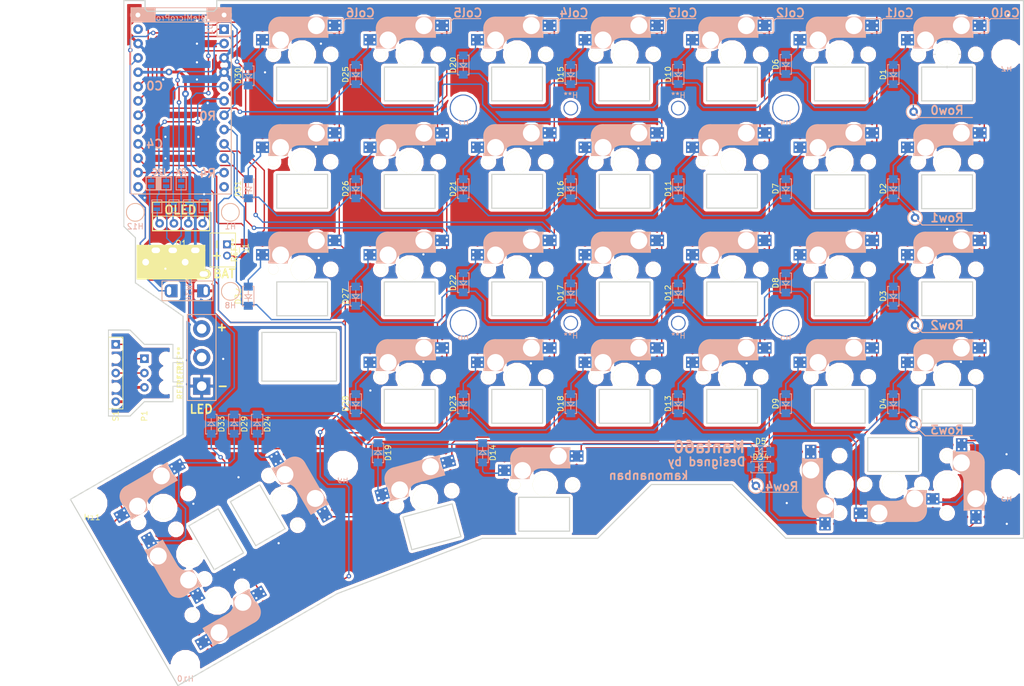
<source format=kicad_pcb>
(kicad_pcb (version 20171130) (host pcbnew "(5.0.0)")
  (layers (0 F.Cu signal) (31 B.Cu signal) (34 B.Paste user) (35 F.Paste user) (36 B.SilkS user) (37 F.SilkS user) (38 B.Mask user) (39 F.Mask user) (44 Edge.Cuts user))
  (net 0 "")
  (net 1 "Net-(D1-Pad2)")
  (net 2 Row0)
  (net 3 "Net-(D2-Pad2)")
  (net 4 Row1)
  (net 5 "Net-(D3-Pad2)")
  (net 6 Row2)
  (net 7 "Net-(D4-Pad2)")
  (net 8 Row3)
  (net 9 "Net-(D5-Pad2)")
  (net 10 Row4)
  (net 11 "Net-(D6-Pad2)")
  (net 12 "Net-(D7-Pad2)")
  (net 13 "Net-(D8-Pad2)")
  (net 14 "Net-(D9-Pad2)")
  (net 15 "Net-(D10-Pad2)")
  (net 16 "Net-(D11-Pad2)")
  (net 17 "Net-(D12-Pad2)")
  (net 18 "Net-(D13-Pad2)")
  (net 19 "Net-(D14-Pad2)")
  (net 20 "Net-(D15-Pad2)")
  (net 21 "Net-(D16-Pad2)")
  (net 22 "Net-(D17-Pad2)")
  (net 23 "Net-(D18-Pad2)")
  (net 24 "Net-(D19-Pad2)")
  (net 25 "Net-(D20-Pad2)")
  (net 26 "Net-(D21-Pad2)")
  (net 27 "Net-(D22-Pad2)")
  (net 28 "Net-(D23-Pad2)")
  (net 29 "Net-(D24-Pad2)")
  (net 30 "Net-(D25-Pad2)")
  (net 31 "Net-(D26-Pad2)")
  (net 32 "Net-(D27-Pad2)")
  (net 33 "Net-(D28-Pad2)")
  (net 34 "Net-(D29-Pad2)")
  (net 35 "Net-(D30-Pad2)")
  (net 36 "Net-(D31-Pad2)")
  (net 37 "Net-(D32-Pad2)")
  (net 38 "Net-(D33-Pad2)")
  (net 39 VCC)
  (net 40 LED)
  (net 41 GND)
  (net 42 SCL)
  (net 43 SDA)
  (net 44 Col0)
  (net 45 Col1)
  (net 46 Col2)
  (net 47 Col3)
  (net 48 Col4)
  (net 49 Col5)
  (net 50 Col6)
  (net 51 RST)
  (net 52 Data)
  (net 53 "Net-(U1-Pad12)")
  (net 54 "Net-(U1-Pad13)")
  (net 55 "Net-(U1-Pad24)")
  (net 56 "Net-(D34-Pad2)")
  (net 57 "Net-(JP1-Pad1)")
  (net 58 "Net-(JP2-Pad1)")
  (net 59 "Net-(JP3-Pad1)")
  (net 60 "Net-(JP4-Pad1)")
  (net 61 "Net-(P1-Pad1)")
  (net 62 "Net-(P1-Pad2)")
  (net 63 "Net-(P1-Pad3)")
  (net 64 BAT)
  (net 65 BAT_GND)
  (net 66 "Net-(JP5-Pad1)")
  (net 67 "Net-(JP6-Pad1)")
  (module manta60:1N4148_v01 (layer F.Cu) (at 87.59825 117.583755 270)
    (fp_text reference D33 (at 0 -1.8 270) (layer F.SilkS))
    (fp_text value D)
    (pad 2 smd rect (at 1.5 0 270) (size 1.4 1.6) (drill (offset 0.2 0)) (layers B.Cu B.Paste B.Mask) (net 38 "Net-(D33-Pad2)"))
    (pad 1 smd rect (at -1.5 0 270) (size 1.4 1.6) (drill (offset -0.2 0)) (layers B.Cu B.Paste B.Mask) (net 10 Row4))
  )
  (module manta60:1N4148_v01 (layer F.Cu) (at 91.66225 117.583755 270)
    (fp_text reference D29 (at 0 -1.8 270) (layer F.SilkS))
    (fp_text value D)
    (pad 2 smd rect (at 1.5 0 270) (size 1.4 1.6) (drill (offset 0.2 0)) (layers B.Cu B.Paste B.Mask) (net 34 "Net-(D29-Pad2)"))
    (pad 1 smd rect (at -1.5 0 270) (size 1.4 1.6) (drill (offset -0.2 0)) (layers B.Cu B.Paste B.Mask) (net 10 Row4))
  )
  (module manta60:1N4148_v01 (layer F.Cu) (at 208.457259 113.964255 90)
    (fp_text reference D4 (at 0 -1.8 90) (layer F.SilkS))
    (fp_text value D)
    (pad 1 smd rect (at -1.5 0 90) (size 1.4 1.6) (drill (offset -0.2 0)) (layers B.Cu B.Paste B.Mask) (net 8 Row3))
    (pad 2 smd rect (at 1.5 0 90) (size 1.4 1.6) (drill (offset 0.2 0)) (layers B.Cu B.Paste B.Mask) (net 7 "Net-(D4-Pad2)"))
  )
  (module library:Jumper3 (layer B.Cu) (at 86.32825 78.994 90)
    (fp_text reference JP1 hide)
    (fp_text value "" (at -2.755 0 90) (layer B.SilkS) (effects (font (size 0.8128 0.8128)) (justify mirror)))
    (pad 1 smd rect (at -0.50038 0 90) (size 0.635 1.143) (layers B.Cu B.Paste B.Mask) (net 57 "Net-(JP1-Pad1)") (clearance 0.1905))
    (pad 2 smd rect (at 0.50038 0 90) (size 0.635 1.143) (layers B.Cu B.Paste B.Mask) (net 41 GND) (clearance 0.1905))
  )
  (module Capacitors_SMD:C_0805_HandSoldering (layer F.Cu) (at 93.44025 86.741 90)
    (fp_text reference REF** (at 0 -1.75 90) (layer F.SilkS))
    (fp_text value C_0805)
    (pad 1 smd rect (at -1.25 0 90) (size 1.5 1.25) (layers F.Cu F.Paste F.Mask) (net 64 BAT))
    (pad 2 smd rect (at 1.25 0 90) (size 1.5 1.25) (layers F.Cu F.Paste F.Mask) (net 65 BAT_GND))
  )
  (module library:Jumper3 (layer B.Cu) (at 83.53425 78.994 90)
    (fp_text reference JP2 hide)
    (fp_text value "" (at -2.755 0 90) (layer B.SilkS) (effects (font (size 0.8128 0.8128)) (justify mirror)))
    (pad 2 smd rect (at 0.50038 0 90) (size 0.635 1.143) (layers B.Cu B.Paste B.Mask) (net 39 VCC) (clearance 0.1905))
    (pad 1 smd rect (at -0.50038 0 90) (size 0.635 1.143) (layers B.Cu B.Paste B.Mask) (net 58 "Net-(JP2-Pad1)") (clearance 0.1905))
  )
  (module library:Jumper3 (layer B.Cu) (at 77.94625 79.00162 90)
    (fp_text reference JP4 hide)
    (fp_text value "" (at -2.755 0 90) (layer B.SilkS) (effects (font (size 0.8128 0.8128)) (justify mirror)))
    (pad 1 smd rect (at -0.50038 0 90) (size 0.635 1.143) (layers B.Cu B.Paste B.Mask) (net 60 "Net-(JP4-Pad1)") (clearance 0.1905))
    (pad 2 smd rect (at 0.50038 0 90) (size 0.635 1.143) (layers B.Cu B.Paste B.Mask) (net 43 SDA) (clearance 0.1905))
  )
  (module library:Jumper3 (layer B.Cu) (at 80.99425 78.994 90)
    (fp_text reference JP3 hide)
    (fp_text value "" (at -2.755 0 90) (layer B.SilkS) (effects (font (size 0.8128 0.8128)) (justify mirror)))
    (pad 2 smd rect (at 0.50038 0 90) (size 0.635 1.143) (layers B.Cu B.Paste B.Mask) (net 42 SCL) (clearance 0.1905))
    (pad 1 smd rect (at -0.50038 0 90) (size 0.635 1.143) (layers B.Cu B.Paste B.Mask) (net 59 "Net-(JP3-Pad1)") (clearance 0.1905))
  )
  (module manta60:1N4148_v01 (layer F.Cu) (at 151.307259 94.342755 90)
    (fp_text reference D17 (at 0 -1.8 90) (layer F.SilkS))
    (fp_text value D)
    (pad 1 smd rect (at -1.5 0 90) (size 1.4 1.6) (drill (offset -0.2 0)) (layers B.Cu B.Paste B.Mask) (net 6 Row2))
    (pad 2 smd rect (at 1.5 0 90) (size 1.4 1.6) (drill (offset 0.2 0)) (layers B.Cu B.Paste B.Mask) (net 22 "Net-(D17-Pad2)"))
  )
  (module library:RST_SW (layer B.Cu) (at 83.362259 93.961755)
    (fp_text reference SW34 (at 0.298991 -0.108755 90) (layer B.SilkS) (effects (justify mirror)))
    (fp_text value Reset_SW)
    (pad 2 thru_hole oval (at 3.25 0) (size 1.524 2.29) (drill oval 0.762 1.524) (layers *.Cu *.Mask) (net 41 GND))
    (pad 1 thru_hole oval (at -3.25 0) (size 1.524 2.29) (drill oval 0.762 1.524) (layers *.Cu *.Mask) (net 51 RST))
    (pad 1 smd rect (at -2.5 0) (size 1.524 2.29) (layers B.Cu B.Paste B.Mask) (net 51 RST))
    (pad 1 smd rect (at -2.5 0) (size 1.524 2.29) (layers F.Cu F.Paste F.Mask) (net 51 RST))
    (pad 2 smd rect (at 2.5 0) (size 1.524 2.29) (layers B.Cu B.Paste B.Mask) (net 41 GND))
    (pad 2 smd rect (at 2.5 0) (size 1.524 2.29) (layers F.Cu F.Paste F.Mask) (net 41 GND))
  )
  (module manta60:1N4148_v01 (layer F.Cu) (at 151.307259 55.631755 90)
    (fp_text reference D15 (at 0 -1.8 90) (layer F.SilkS))
    (fp_text value D)
    (pad 1 smd rect (at -1.5 0 90) (size 1.4 1.6) (drill (offset -0.2 0)) (layers B.Cu B.Paste B.Mask) (net 2 Row0))
    (pad 2 smd rect (at 1.5 0 90) (size 1.4 1.6) (drill (offset 0.2 0)) (layers B.Cu B.Paste B.Mask) (net 20 "Net-(D15-Pad2)"))
  )
  (module LED-Connecter:Hole (layer F.Cu) (at 79.558081 105.990986 90)
    (fp_text reference REF** (at 0 2.54 90) (layer F.SilkS))
    (fp_text value Hole)
    (pad "" np_thru_hole circle (at 0 0 90) (size 1.524 1.524) (drill 1.524) (layers *.Cu *.Mask))
  )
  (module manta60:1N4148_v01 (layer F.Cu) (at 135.686259 122.663755 270)
    (fp_text reference D14 (at 0 -1.8 270) (layer F.SilkS))
    (fp_text value D)
    (pad 1 smd rect (at -1.5 0 270) (size 1.4 1.6) (drill (offset -0.2 0)) (layers B.Cu B.Paste B.Mask) (net 10 Row4))
    (pad 2 smd rect (at 1.5 0 270) (size 1.4 1.6) (drill (offset 0.2 0)) (layers B.Cu B.Paste B.Mask) (net 19 "Net-(D14-Pad2)"))
  )
  (module manta60:1N4148_v01 (layer F.Cu) (at 184.962259 122.433755)
    (fp_text reference D5 (at 0 -1.8) (layer F.SilkS))
    (fp_text value D)
    (pad 1 smd rect (at -1.5 0) (size 1.4 1.6) (drill (offset -0.2 0)) (layers B.Cu B.Paste B.Mask) (net 10 Row4))
    (pad 2 smd rect (at 1.5 0) (size 1.4 1.6) (drill (offset 0.2 0)) (layers B.Cu B.Paste B.Mask) (net 9 "Net-(D5-Pad2)"))
  )
  (module manta60:1N4148_v01 (layer F.Cu) (at 189.407259 113.964255 90)
    (fp_text reference D9 (at 0 -1.8 90) (layer F.SilkS))
    (fp_text value D)
    (pad 1 smd rect (at -1.5 0 90) (size 1.4 1.6) (drill (offset -0.2 0)) (layers B.Cu B.Paste B.Mask) (net 8 Row3))
    (pad 2 smd rect (at 1.5 0 90) (size 1.4 1.6) (drill (offset 0.2 0)) (layers B.Cu B.Paste B.Mask) (net 14 "Net-(D9-Pad2)"))
  )
  (module library:Jumper3 (layer B.Cu) (at 76.93025 74.93762 90)
    (fp_text reference JP6 hide)
    (fp_text value "" (at -2.755 0 90) (layer B.SilkS) (effects (font (size 0.8128 0.8128)) (justify mirror)))
    (pad 1 smd rect (at -0.50038 0 90) (size 0.635 1.143) (layers B.Cu B.Paste B.Mask) (net 67 "Net-(JP6-Pad1)") (clearance 0.1905))
    (pad 2 smd rect (at 0.50038 0 90) (size 0.635 1.143) (layers B.Cu B.Paste B.Mask) (net 43 SDA) (clearance 0.1905))
  )
  (module LED-Connecter:Hole (layer F.Cu) (at 79.558081 108.530986 90)
    (fp_text reference REF** (at 0 2.54 90) (layer F.SilkS))
    (fp_text value Hole)
    (pad "" np_thru_hole circle (at 0 0 90) (size 1.524 1.524) (drill 1.524) (layers *.Cu *.Mask))
  )
  (module library:GND (layer B.Cu) (at 212.05825 117.602 180)
    (fp_text reference "" (at 0 -0.5 180) (layer B.SilkS) (effects (justify mirror)))
    (fp_text value "")
    (pad "" thru_hole circle (at 0 0 180) (size 1.512 1.512) (drill 0.762) (layers *.Cu *.Mask) (net 8 Row3))
  )
  (module manta60:1N4148_v01 (layer F.Cu) (at 132.257259 53.956755 90)
    (fp_text reference D20 (at 0 -1.8 90) (layer F.SilkS))
    (fp_text value D)
    (pad 1 smd rect (at -1.5 0 90) (size 1.4 1.6) (drill (offset -0.2 0)) (layers B.Cu B.Paste B.Mask) (net 2 Row0))
    (pad 2 smd rect (at 1.5 0 90) (size 1.4 1.6) (drill (offset 0.2 0)) (layers B.Cu B.Paste B.Mask) (net 25 "Net-(D20-Pad2)"))
  )
  (module manta60:1N4148_v01 (layer F.Cu) (at 189.407259 92.564755 90)
    (fp_text reference D8 (at 0 -1.8 90) (layer F.SilkS))
    (fp_text value D)
    (pad 1 smd rect (at -1.5 0 90) (size 1.4 1.6) (drill (offset -0.2 0)) (layers B.Cu B.Paste B.Mask) (net 6 Row2))
    (pad 2 smd rect (at 1.5 0 90) (size 1.4 1.6) (drill (offset 0.2 0)) (layers B.Cu B.Paste B.Mask) (net 13 "Net-(D8-Pad2)"))
  )
  (module library:HOLE (layer B.Cu) (at 170.357259 99.676755 180)
    (fp_text reference H** (at 0 -2.25 180) (layer B.SilkS) (effects (justify mirror)))
    (fp_text value HOLE)
    (pad "" thru_hole circle (at 0 0 180) (size 2.6 2.6) (drill 2.2) (layers *.Cu *.Mask))
  )
  (module manta60:1N4148_v01 (layer F.Cu) (at 170.357259 94.342755 90)
    (fp_text reference D12 (at 0 -1.8 90) (layer F.SilkS))
    (fp_text value D)
    (pad 1 smd rect (at -1.5 0 90) (size 1.4 1.6) (drill (offset -0.2 0)) (layers B.Cu B.Paste B.Mask) (net 6 Row2))
    (pad 2 smd rect (at 1.5 0 90) (size 1.4 1.6) (drill (offset 0.2 0)) (layers B.Cu B.Paste B.Mask) (net 17 "Net-(D12-Pad2)"))
  )
  (module manta60:1N4148_v01 (layer F.Cu) (at 113.207259 55.631755 90)
    (fp_text reference D25 (at 0 -1.8 90) (layer F.SilkS))
    (fp_text value D)
    (pad 1 smd rect (at -1.5 0 90) (size 1.4 1.6) (drill (offset -0.2 0)) (layers B.Cu B.Paste B.Mask) (net 2 Row0))
    (pad 2 smd rect (at 1.5 0 90) (size 1.4 1.6) (drill (offset 0.2 0)) (layers B.Cu B.Paste B.Mask) (net 30 "Net-(D25-Pad2)"))
  )
  (module library:HOLE (layer B.Cu) (at 170.357259 61.576755)
    (fp_text reference H** (at 0 -2.25) (layer B.SilkS) (effects (justify mirror)))
    (fp_text value HOLE)
    (pad "" thru_hole circle (at 0 0) (size 2.6 2.6) (drill 2.2) (layers *.Cu *.Mask))
  )
  (module manta60:1N4148_v01 (layer F.Cu) (at 170.357259 113.964255 90)
    (fp_text reference D13 (at 0 -1.8 90) (layer F.SilkS))
    (fp_text value D)
    (pad 1 smd rect (at -1.5 0 90) (size 1.4 1.6) (drill (offset -0.2 0)) (layers B.Cu B.Paste B.Mask) (net 8 Row3))
    (pad 2 smd rect (at 1.5 0 90) (size 1.4 1.6) (drill (offset 0.2 0)) (layers B.Cu B.Paste B.Mask) (net 18 "Net-(D13-Pad2)"))
  )
  (module LED-Connecter:LED-socket (layer F.Cu) (at 70.668081 108.530986 90)
    (fp_text reference S1 (at -7.62 0 90) (layer F.SilkS))
    (fp_text value LED-socket)
    (pad "" np_thru_hole circle (at -2.54 0 90) (size 0.762 0.762) (drill 0.762) (layers *.Cu *.Mask))
    (pad "" np_thru_hole circle (at 2.54 0 90) (size 0.762 0.762) (drill 0.762) (layers *.Cu *.Mask))
    (pad 3 thru_hole rect (at 5.08 0 90) (size 1.524 1.524) (drill 0.762) (layers *.Cu *.Mask) (net 63 "Net-(P1-Pad3)"))
    (pad 2 thru_hole circle (at 0 0 90) (size 1.524 1.524) (drill 0.762) (layers *.Cu *.Mask) (net 62 "Net-(P1-Pad2)"))
    (pad 1 thru_hole circle (at -5.08 0 90) (size 1.524 1.524) (drill 0.762) (layers *.Cu *.Mask) (net 61 "Net-(P1-Pad1)"))
  )
  (module manta60:CherryMX_Hotswap_right (layer F.Cu) (at 217.982259 71.101755)
    (fp_text reference SW2 hide)
    (fp_text value SW_Push hide)
    (pad 2 thru_hole rect (at -6.25 -2.08) (size 0.8 1) (drill 0.4) (layers *.Cu *.Mask) (net 3 "Net-(D2-Pad2)"))
    (pad 2 thru_hole rect (at -6.25 -3.08) (size 0.8 1) (drill 0.4) (layers *.Cu *.Mask) (net 3 "Net-(D2-Pad2)"))
    (pad 2 thru_hole rect (at -7.75 -2.08) (size 0.8 1) (drill 0.4) (layers *.Cu *.Mask) (net 3 "Net-(D2-Pad2)"))
    (pad 1 thru_hole rect (at 4.95 -4.62) (size 0.8 1) (drill 0.4) (layers *.Cu *.Mask) (net 44 Col0))
    (pad 1 thru_hole rect (at 4.95 -5.62) (size 0.8 1) (drill 0.4) (layers *.Cu *.Mask) (net 44 Col0))
    (pad 1 thru_hole rect (at 6.6 -4.62) (size 0.8 1) (drill 0.4) (layers *.Cu *.Mask) (net 44 Col0))
    (pad 2 thru_hole rect (at -7.75 -3.08) (size 0.8 1) (drill 0.4) (layers *.Cu *.Mask) (net 3 "Net-(D2-Pad2)"))
    (pad 1 thru_hole rect (at 6.6 -5.62) (size 0.8 1) (drill 0.4) (layers *.Cu *.Mask) (net 44 Col0))
    (pad 1 smd rect (at 5.7 -5.12 180) (size 2.3 2) (layers B.Cu B.Paste B.Mask) (net 44 Col0))
    (pad "" np_thru_hole circle (at -5.08 0) (size 1.8 1.8) (drill 1.8) (layers *.Cu *.Mask F.SilkS))
    (pad "" np_thru_hole circle (at 5.08 0) (size 1.8 1.8) (drill 1.8) (layers *.Cu *.Mask F.SilkS))
    (pad "" np_thru_hole circle (at 0 0 90) (size 4 4) (drill 4) (layers *.Cu *.Mask F.SilkS))
    (pad "" np_thru_hole circle (at 2.54 -5.08 180) (size 3 3) (drill 3) (layers *.Cu *.Mask))
    (pad "" np_thru_hole circle (at -3.81 -2.54 180) (size 3 3) (drill 3) (layers *.Cu *.Mask))
    (pad 2 smd rect (at -7 -2.58 180) (size 2.3 2) (layers B.Cu B.Paste B.Mask) (net 3 "Net-(D2-Pad2)"))
  )
  (module manta60:CherryMX_Hotswap_right (layer F.Cu) (at 141.782259 90.151755)
    (fp_text reference SW22 hide)
    (fp_text value SW_Push hide)
    (pad 2 thru_hole rect (at -6.25 -2.08) (size 0.8 1) (drill 0.4) (layers *.Cu *.Mask) (net 27 "Net-(D22-Pad2)"))
    (pad 2 thru_hole rect (at -6.25 -3.08) (size 0.8 1) (drill 0.4) (layers *.Cu *.Mask) (net 27 "Net-(D22-Pad2)"))
    (pad 2 thru_hole rect (at -7.75 -2.08) (size 0.8 1) (drill 0.4) (layers *.Cu *.Mask) (net 27 "Net-(D22-Pad2)"))
    (pad 1 thru_hole rect (at 4.95 -4.62) (size 0.8 1) (drill 0.4) (layers *.Cu *.Mask) (net 48 Col4))
    (pad 1 thru_hole rect (at 4.95 -5.62) (size 0.8 1) (drill 0.4) (layers *.Cu *.Mask) (net 48 Col4))
    (pad 1 thru_hole rect (at 6.6 -4.62) (size 0.8 1) (drill 0.4) (layers *.Cu *.Mask) (net 48 Col4))
    (pad 2 thru_hole rect (at -7.75 -3.08) (size 0.8 1) (drill 0.4) (layers *.Cu *.Mask) (net 27 "Net-(D22-Pad2)"))
    (pad 1 thru_hole rect (at 6.6 -5.62) (size 0.8 1) (drill 0.4) (layers *.Cu *.Mask) (net 48 Col4))
    (pad 1 smd rect (at 5.7 -5.12 180) (size 2.3 2) (layers B.Cu B.Paste B.Mask) (net 48 Col4))
    (pad "" np_thru_hole circle (at -5.08 0) (size 1.8 1.8) (drill 1.8) (layers *.Cu *.Mask F.SilkS))
    (pad "" np_thru_hole circle (at 5.08 0) (size 1.8 1.8) (drill 1.8) (layers *.Cu *.Mask F.SilkS))
    (pad "" np_thru_hole circle (at 0 0 90) (size 4 4) (drill 4) (layers *.Cu *.Mask F.SilkS))
    (pad "" np_thru_hole circle (at 2.54 -5.08 180) (size 3 3) (drill 3) (layers *.Cu *.Mask))
    (pad "" np_thru_hole circle (at -3.81 -2.54 180) (size 3 3) (drill 3) (layers *.Cu *.Mask))
    (pad 2 smd rect (at -7 -2.58 180) (size 2.3 2) (layers B.Cu B.Paste B.Mask) (net 27 "Net-(D22-Pad2)"))
  )
  (module manta60:CherryMX_Hotswap_right (layer F.Cu) (at 198.932259 52.051755)
    (fp_text reference SW6 hide)
    (fp_text value SW_Push hide)
    (pad 2 thru_hole rect (at -6.25 -2.08) (size 0.8 1) (drill 0.4) (layers *.Cu *.Mask) (net 11 "Net-(D6-Pad2)"))
    (pad 2 thru_hole rect (at -6.25 -3.08) (size 0.8 1) (drill 0.4) (layers *.Cu *.Mask) (net 11 "Net-(D6-Pad2)"))
    (pad 2 thru_hole rect (at -7.75 -2.08) (size 0.8 1) (drill 0.4) (layers *.Cu *.Mask) (net 11 "Net-(D6-Pad2)"))
    (pad 1 thru_hole rect (at 4.95 -4.62) (size 0.8 1) (drill 0.4) (layers *.Cu *.Mask) (net 45 Col1))
    (pad 1 thru_hole rect (at 4.95 -5.62) (size 0.8 1) (drill 0.4) (layers *.Cu *.Mask) (net 45 Col1))
    (pad 1 thru_hole rect (at 6.6 -4.62) (size 0.8 1) (drill 0.4) (layers *.Cu *.Mask) (net 45 Col1))
    (pad 2 thru_hole rect (at -7.75 -3.08) (size 0.8 1) (drill 0.4) (layers *.Cu *.Mask) (net 11 "Net-(D6-Pad2)"))
    (pad 1 thru_hole rect (at 6.6 -5.62) (size 0.8 1) (drill 0.4) (layers *.Cu *.Mask) (net 45 Col1))
    (pad 1 smd rect (at 5.7 -5.12 180) (size 2.3 2) (layers B.Cu B.Paste B.Mask) (net 45 Col1))
    (pad "" np_thru_hole circle (at -5.08 0) (size 1.8 1.8) (drill 1.8) (layers *.Cu *.Mask F.SilkS))
    (pad "" np_thru_hole circle (at 5.08 0) (size 1.8 1.8) (drill 1.8) (layers *.Cu *.Mask F.SilkS))
    (pad "" np_thru_hole circle (at 0 0 90) (size 4 4) (drill 4) (layers *.Cu *.Mask F.SilkS))
    (pad "" np_thru_hole circle (at 2.54 -5.08 180) (size 3 3) (drill 3) (layers *.Cu *.Mask))
    (pad "" np_thru_hole circle (at -3.81 -2.54 180) (size 3 3) (drill 3) (layers *.Cu *.Mask))
    (pad 2 smd rect (at -7 -2.58 180) (size 2.3 2) (layers B.Cu B.Paste B.Mask) (net 11 "Net-(D6-Pad2)"))
  )
  (module manta60:CherryMX_Hotswap_right (layer F.Cu) (at 160.832259 90.151755)
    (fp_text reference SW17 hide)
    (fp_text value SW_Push hide)
    (pad 2 thru_hole rect (at -6.25 -2.08) (size 0.8 1) (drill 0.4) (layers *.Cu *.Mask) (net 22 "Net-(D17-Pad2)"))
    (pad 2 thru_hole rect (at -6.25 -3.08) (size 0.8 1) (drill 0.4) (layers *.Cu *.Mask) (net 22 "Net-(D17-Pad2)"))
    (pad 2 thru_hole rect (at -7.75 -2.08) (size 0.8 1) (drill 0.4) (layers *.Cu *.Mask) (net 22 "Net-(D17-Pad2)"))
    (pad 1 thru_hole rect (at 4.95 -4.62) (size 0.8 1) (drill 0.4) (layers *.Cu *.Mask) (net 47 Col3))
    (pad 1 thru_hole rect (at 4.95 -5.62) (size 0.8 1) (drill 0.4) (layers *.Cu *.Mask) (net 47 Col3))
    (pad 1 thru_hole rect (at 6.6 -4.62) (size 0.8 1) (drill 0.4) (layers *.Cu *.Mask) (net 47 Col3))
    (pad 2 thru_hole rect (at -7.75 -3.08) (size 0.8 1) (drill 0.4) (layers *.Cu *.Mask) (net 22 "Net-(D17-Pad2)"))
    (pad 1 thru_hole rect (at 6.6 -5.62) (size 0.8 1) (drill 0.4) (layers *.Cu *.Mask) (net 47 Col3))
    (pad 1 smd rect (at 5.7 -5.12 180) (size 2.3 2) (layers B.Cu B.Paste B.Mask) (net 47 Col3))
    (pad "" np_thru_hole circle (at -5.08 0) (size 1.8 1.8) (drill 1.8) (layers *.Cu *.Mask F.SilkS))
    (pad "" np_thru_hole circle (at 5.08 0) (size 1.8 1.8) (drill 1.8) (layers *.Cu *.Mask F.SilkS))
    (pad "" np_thru_hole circle (at 0 0 90) (size 4 4) (drill 4) (layers *.Cu *.Mask F.SilkS))
    (pad "" np_thru_hole circle (at 2.54 -5.08 180) (size 3 3) (drill 3) (layers *.Cu *.Mask))
    (pad "" np_thru_hole circle (at -3.81 -2.54 180) (size 3 3) (drill 3) (layers *.Cu *.Mask))
    (pad 2 smd rect (at -7 -2.58 180) (size 2.3 2) (layers B.Cu B.Paste B.Mask) (net 22 "Net-(D17-Pad2)"))
  )
  (module manta60:CherryMX_Hotswap_right (layer F.Cu) (at 103.682259 71.101755)
    (fp_text reference SW31 hide)
    (fp_text value SW_Push hide)
    (pad 2 thru_hole rect (at -6.25 -2.08) (size 0.8 1) (drill 0.4) (layers *.Cu *.Mask) (net 36 "Net-(D31-Pad2)"))
    (pad 2 thru_hole rect (at -6.25 -3.08) (size 0.8 1) (drill 0.4) (layers *.Cu *.Mask) (net 36 "Net-(D31-Pad2)"))
    (pad 2 thru_hole rect (at -7.75 -2.08) (size 0.8 1) (drill 0.4) (layers *.Cu *.Mask) (net 36 "Net-(D31-Pad2)"))
    (pad 1 thru_hole rect (at 4.95 -4.62) (size 0.8 1) (drill 0.4) (layers *.Cu *.Mask) (net 50 Col6))
    (pad 1 thru_hole rect (at 4.95 -5.62) (size 0.8 1) (drill 0.4) (layers *.Cu *.Mask) (net 50 Col6))
    (pad 1 thru_hole rect (at 6.6 -4.62) (size 0.8 1) (drill 0.4) (layers *.Cu *.Mask) (net 50 Col6))
    (pad 2 thru_hole rect (at -7.75 -3.08) (size 0.8 1) (drill 0.4) (layers *.Cu *.Mask) (net 36 "Net-(D31-Pad2)"))
    (pad 1 thru_hole rect (at 6.6 -5.62) (size 0.8 1) (drill 0.4) (layers *.Cu *.Mask) (net 50 Col6))
    (pad 1 smd rect (at 5.7 -5.12 180) (size 2.3 2) (layers B.Cu B.Paste B.Mask) (net 50 Col6))
    (pad "" np_thru_hole circle (at -5.08 0) (size 1.8 1.8) (drill 1.8) (layers *.Cu *.Mask F.SilkS))
    (pad "" np_thru_hole circle (at 5.08 0) (size 1.8 1.8) (drill 1.8) (layers *.Cu *.Mask F.SilkS))
    (pad "" np_thru_hole circle (at 0 0 90) (size 4 4) (drill 4) (layers *.Cu *.Mask F.SilkS))
    (pad "" np_thru_hole circle (at 2.54 -5.08 180) (size 3 3) (drill 3) (layers *.Cu *.Mask))
    (pad "" np_thru_hole circle (at -3.81 -2.54 180) (size 3 3) (drill 3) (layers *.Cu *.Mask))
    (pad 2 smd rect (at -7 -2.58 180) (size 2.3 2) (layers B.Cu B.Paste B.Mask) (net 36 "Net-(D31-Pad2)"))
  )
  (module manta60:CherryMX_Hotswap_right (layer F.Cu) (at 179.882259 71.101755)
    (fp_text reference SW11 hide)
    (fp_text value SW_Push hide)
    (pad 2 thru_hole rect (at -6.25 -2.08) (size 0.8 1) (drill 0.4) (layers *.Cu *.Mask) (net 16 "Net-(D11-Pad2)"))
    (pad 2 thru_hole rect (at -6.25 -3.08) (size 0.8 1) (drill 0.4) (layers *.Cu *.Mask) (net 16 "Net-(D11-Pad2)"))
    (pad 2 thru_hole rect (at -7.75 -2.08) (size 0.8 1) (drill 0.4) (layers *.Cu *.Mask) (net 16 "Net-(D11-Pad2)"))
    (pad 1 thru_hole rect (at 4.95 -4.62) (size 0.8 1) (drill 0.4) (layers *.Cu *.Mask) (net 46 Col2))
    (pad 1 thru_hole rect (at 4.95 -5.62) (size 0.8 1) (drill 0.4) (layers *.Cu *.Mask) (net 46 Col2))
    (pad 1 thru_hole rect (at 6.6 -4.62) (size 0.8 1) (drill 0.4) (layers *.Cu *.Mask) (net 46 Col2))
    (pad 2 thru_hole rect (at -7.75 -3.08) (size 0.8 1) (drill 0.4) (layers *.Cu *.Mask) (net 16 "Net-(D11-Pad2)"))
    (pad 1 thru_hole rect (at 6.6 -5.62) (size 0.8 1) (drill 0.4) (layers *.Cu *.Mask) (net 46 Col2))
    (pad 1 smd rect (at 5.7 -5.12 180) (size 2.3 2) (layers B.Cu B.Paste B.Mask) (net 46 Col2))
    (pad "" np_thru_hole circle (at -5.08 0) (size 1.8 1.8) (drill 1.8) (layers *.Cu *.Mask F.SilkS))
    (pad "" np_thru_hole circle (at 5.08 0) (size 1.8 1.8) (drill 1.8) (layers *.Cu *.Mask F.SilkS))
    (pad "" np_thru_hole circle (at 0 0 90) (size 4 4) (drill 4) (layers *.Cu *.Mask F.SilkS))
    (pad "" np_thru_hole circle (at 2.54 -5.08 180) (size 3 3) (drill 3) (layers *.Cu *.Mask))
    (pad "" np_thru_hole circle (at -3.81 -2.54 180) (size 3 3) (drill 3) (layers *.Cu *.Mask))
    (pad 2 smd rect (at -7 -2.58 180) (size 2.3 2) (layers B.Cu B.Paste B.Mask) (net 16 "Net-(D11-Pad2)"))
  )
  (module manta60:CherryMX_Hotswap_right (layer F.Cu) (at 217.982259 52.051755)
    (fp_text reference SW1 hide)
    (fp_text value SW_Push hide)
    (pad 2 thru_hole rect (at -6.25 -2.08) (size 0.8 1) (drill 0.4) (layers *.Cu *.Mask) (net 1 "Net-(D1-Pad2)"))
    (pad 2 thru_hole rect (at -6.25 -3.08) (size 0.8 1) (drill 0.4) (layers *.Cu *.Mask) (net 1 "Net-(D1-Pad2)"))
    (pad 2 thru_hole rect (at -7.75 -2.08) (size 0.8 1) (drill 0.4) (layers *.Cu *.Mask) (net 1 "Net-(D1-Pad2)"))
    (pad 1 thru_hole rect (at 4.95 -4.62) (size 0.8 1) (drill 0.4) (layers *.Cu *.Mask) (net 44 Col0))
    (pad 1 thru_hole rect (at 4.95 -5.62) (size 0.8 1) (drill 0.4) (layers *.Cu *.Mask) (net 44 Col0))
    (pad 1 thru_hole rect (at 6.6 -4.62) (size 0.8 1) (drill 0.4) (layers *.Cu *.Mask) (net 44 Col0))
    (pad 2 thru_hole rect (at -7.75 -3.08) (size 0.8 1) (drill 0.4) (layers *.Cu *.Mask) (net 1 "Net-(D1-Pad2)"))
    (pad 1 thru_hole rect (at 6.6 -5.62) (size 0.8 1) (drill 0.4) (layers *.Cu *.Mask) (net 44 Col0))
    (pad 1 smd rect (at 5.7 -5.12 180) (size 2.3 2) (layers B.Cu B.Paste B.Mask) (net 44 Col0))
    (pad "" np_thru_hole circle (at -5.08 0) (size 1.8 1.8) (drill 1.8) (layers *.Cu *.Mask F.SilkS))
    (pad "" np_thru_hole circle (at 5.08 0) (size 1.8 1.8) (drill 1.8) (layers *.Cu *.Mask F.SilkS))
    (pad "" np_thru_hole circle (at 0 0 90) (size 4 4) (drill 4) (layers *.Cu *.Mask F.SilkS))
    (pad "" np_thru_hole circle (at 2.54 -5.08 180) (size 3 3) (drill 3) (layers *.Cu *.Mask))
    (pad "" np_thru_hole circle (at -3.81 -2.54 180) (size 3 3) (drill 3) (layers *.Cu *.Mask))
    (pad 2 smd rect (at -7 -2.58 180) (size 2.3 2) (layers B.Cu B.Paste B.Mask) (net 1 "Net-(D1-Pad2)"))
  )
  (module manta60:CherryMX_Hotswap_right (layer F.Cu) (at 122.732259 71.101755)
    (fp_text reference SW26 hide)
    (fp_text value SW_Push hide)
    (pad 2 thru_hole rect (at -6.25 -2.08) (size 0.8 1) (drill 0.4) (layers *.Cu *.Mask) (net 31 "Net-(D26-Pad2)"))
    (pad 2 thru_hole rect (at -6.25 -3.08) (size 0.8 1) (drill 0.4) (layers *.Cu *.Mask) (net 31 "Net-(D26-Pad2)"))
    (pad 2 thru_hole rect (at -7.75 -2.08) (size 0.8 1) (drill 0.4) (layers *.Cu *.Mask) (net 31 "Net-(D26-Pad2)"))
    (pad 1 thru_hole rect (at 4.95 -4.62) (size 0.8 1) (drill 0.4) (layers *.Cu *.Mask) (net 49 Col5))
    (pad 1 thru_hole rect (at 4.95 -5.62) (size 0.8 1) (drill 0.4) (layers *.Cu *.Mask) (net 49 Col5))
    (pad 1 thru_hole rect (at 6.6 -4.62) (size 0.8 1) (drill 0.4) (layers *.Cu *.Mask) (net 49 Col5))
    (pad 2 thru_hole rect (at -7.75 -3.08) (size 0.8 1) (drill 0.4) (layers *.Cu *.Mask) (net 31 "Net-(D26-Pad2)"))
    (pad 1 thru_hole rect (at 6.6 -5.62) (size 0.8 1) (drill 0.4) (layers *.Cu *.Mask) (net 49 Col5))
    (pad 1 smd rect (at 5.7 -5.12 180) (size 2.3 2) (layers B.Cu B.Paste B.Mask) (net 49 Col5))
    (pad "" np_thru_hole circle (at -5.08 0) (size 1.8 1.8) (drill 1.8) (layers *.Cu *.Mask F.SilkS))
    (pad "" np_thru_hole circle (at 5.08 0) (size 1.8 1.8) (drill 1.8) (layers *.Cu *.Mask F.SilkS))
    (pad "" np_thru_hole circle (at 0 0 90) (size 4 4) (drill 4) (layers *.Cu *.Mask F.SilkS))
    (pad "" np_thru_hole circle (at 2.54 -5.08 180) (size 3 3) (drill 3) (layers *.Cu *.Mask))
    (pad "" np_thru_hole circle (at -3.81 -2.54 180) (size 3 3) (drill 3) (layers *.Cu *.Mask))
    (pad 2 smd rect (at -7 -2.58 180) (size 2.3 2) (layers B.Cu B.Paste B.Mask) (net 31 "Net-(D26-Pad2)"))
  )
  (module manta60:CherryMX_Hotswap_right (layer F.Cu) (at 141.782259 109.201755)
    (fp_text reference SW23 hide)
    (fp_text value SW_Push hide)
    (pad 2 thru_hole rect (at -6.25 -2.08) (size 0.8 1) (drill 0.4) (layers *.Cu *.Mask) (net 28 "Net-(D23-Pad2)"))
    (pad 2 thru_hole rect (at -6.25 -3.08) (size 0.8 1) (drill 0.4) (layers *.Cu *.Mask) (net 28 "Net-(D23-Pad2)"))
    (pad 2 thru_hole rect (at -7.75 -2.08) (size 0.8 1) (drill 0.4) (layers *.Cu *.Mask) (net 28 "Net-(D23-Pad2)"))
    (pad 1 thru_hole rect (at 4.95 -4.62) (size 0.8 1) (drill 0.4) (layers *.Cu *.Mask) (net 48 Col4))
    (pad 1 thru_hole rect (at 4.95 -5.62) (size 0.8 1) (drill 0.4) (layers *.Cu *.Mask) (net 48 Col4))
    (pad 1 thru_hole rect (at 6.6 -4.62) (size 0.8 1) (drill 0.4) (layers *.Cu *.Mask) (net 48 Col4))
    (pad 2 thru_hole rect (at -7.75 -3.08) (size 0.8 1) (drill 0.4) (layers *.Cu *.Mask) (net 28 "Net-(D23-Pad2)"))
    (pad 1 thru_hole rect (at 6.6 -5.62) (size 0.8 1) (drill 0.4) (layers *.Cu *.Mask) (net 48 Col4))
    (pad 1 smd rect (at 5.7 -5.12 180) (size 2.3 2) (layers B.Cu B.Paste B.Mask) (net 48 Col4))
    (pad "" np_thru_hole circle (at -5.08 0) (size 1.8 1.8) (drill 1.8) (layers *.Cu *.Mask F.SilkS))
    (pad "" np_thru_hole circle (at 5.08 0) (size 1.8 1.8) (drill 1.8) (layers *.Cu *.Mask F.SilkS))
    (pad "" np_thru_hole circle (at 0 0 90) (size 4 4) (drill 4) (layers *.Cu *.Mask F.SilkS))
    (pad "" np_thru_hole circle (at 2.54 -5.08 180) (size 3 3) (drill 3) (layers *.Cu *.Mask))
    (pad "" np_thru_hole circle (at -3.81 -2.54 180) (size 3 3) (drill 3) (layers *.Cu *.Mask))
    (pad 2 smd rect (at -7 -2.58 180) (size 2.3 2) (layers B.Cu B.Paste B.Mask) (net 28 "Net-(D23-Pad2)"))
  )
  (module manta60:CherryMX_Hotswap_right (layer F.Cu) (at 160.832259 109.201755)
    (fp_text reference SW18 hide)
    (fp_text value SW_Push hide)
    (pad 2 thru_hole rect (at -6.25 -2.08) (size 0.8 1) (drill 0.4) (layers *.Cu *.Mask) (net 23 "Net-(D18-Pad2)"))
    (pad 2 thru_hole rect (at -6.25 -3.08) (size 0.8 1) (drill 0.4) (layers *.Cu *.Mask) (net 23 "Net-(D18-Pad2)"))
    (pad 2 thru_hole rect (at -7.75 -2.08) (size 0.8 1) (drill 0.4) (layers *.Cu *.Mask) (net 23 "Net-(D18-Pad2)"))
    (pad 1 thru_hole rect (at 4.95 -4.62) (size 0.8 1) (drill 0.4) (layers *.Cu *.Mask) (net 47 Col3))
    (pad 1 thru_hole rect (at 4.95 -5.62) (size 0.8 1) (drill 0.4) (layers *.Cu *.Mask) (net 47 Col3))
    (pad 1 thru_hole rect (at 6.6 -4.62) (size 0.8 1) (drill 0.4) (layers *.Cu *.Mask) (net 47 Col3))
    (pad 2 thru_hole rect (at -7.75 -3.08) (size 0.8 1) (drill 0.4) (layers *.Cu *.Mask) (net 23 "Net-(D18-Pad2)"))
    (pad 1 thru_hole rect (at 6.6 -5.62) (size 0.8 1) (drill 0.4) (layers *.Cu *.Mask) (net 47 Col3))
    (pad 1 smd rect (at 5.7 -5.12 180) (size 2.3 2) (layers B.Cu B.Paste B.Mask) (net 47 Col3))
    (pad "" np_thru_hole circle (at -5.08 0) (size 1.8 1.8) (drill 1.8) (layers *.Cu *.Mask F.SilkS))
    (pad "" np_thru_hole circle (at 5.08 0) (size 1.8 1.8) (drill 1.8) (layers *.Cu *.Mask F.SilkS))
    (pad "" np_thru_hole circle (at 0 0 90) (size 4 4) (drill 4) (layers *.Cu *.Mask F.SilkS))
    (pad "" np_thru_hole circle (at 2.54 -5.08 180) (size 3 3) (drill 3) (layers *.Cu *.Mask))
    (pad "" np_thru_hole circle (at -3.81 -2.54 180) (size 3 3) (drill 3) (layers *.Cu *.Mask))
    (pad 2 smd rect (at -7 -2.58 180) (size 2.3 2) (layers B.Cu B.Paste B.Mask) (net 23 "Net-(D18-Pad2)"))
  )
  (module manta60:CherryMX_Hotswap_right (layer F.Cu) (at 146.55611 128.352118)
    (fp_text reference SW14 hide)
    (fp_text value SW_Push hide)
    (pad 2 thru_hole rect (at -6.25 -2.08) (size 0.8 1) (drill 0.4) (layers *.Cu *.Mask) (net 19 "Net-(D14-Pad2)"))
    (pad 2 thru_hole rect (at -6.25 -3.08) (size 0.8 1) (drill 0.4) (layers *.Cu *.Mask) (net 19 "Net-(D14-Pad2)"))
    (pad 2 thru_hole rect (at -7.75 -2.08) (size 0.8 1) (drill 0.4) (layers *.Cu *.Mask) (net 19 "Net-(D14-Pad2)"))
    (pad 1 thru_hole rect (at 4.95 -4.62) (size 0.8 1) (drill 0.4) (layers *.Cu *.Mask) (net 46 Col2))
    (pad 1 thru_hole rect (at 4.95 -5.62) (size 0.8 1) (drill 0.4) (layers *.Cu *.Mask) (net 46 Col2))
    (pad 1 thru_hole rect (at 6.6 -4.62) (size 0.8 1) (drill 0.4) (layers *.Cu *.Mask) (net 46 Col2))
    (pad 2 thru_hole rect (at -7.75 -3.08) (size 0.8 1) (drill 0.4) (layers *.Cu *.Mask) (net 19 "Net-(D14-Pad2)"))
    (pad 1 thru_hole rect (at 6.6 -5.62) (size 0.8 1) (drill 0.4) (layers *.Cu *.Mask) (net 46 Col2))
    (pad 1 smd rect (at 5.7 -5.12 180) (size 2.3 2) (layers B.Cu B.Paste B.Mask) (net 46 Col2))
    (pad "" np_thru_hole circle (at -5.08 0) (size 1.8 1.8) (drill 1.8) (layers *.Cu *.Mask F.SilkS))
    (pad "" np_thru_hole circle (at 5.08 0) (size 1.8 1.8) (drill 1.8) (layers *.Cu *.Mask F.SilkS))
    (pad "" np_thru_hole circle (at 0 0 90) (size 4 4) (drill 4) (layers *.Cu *.Mask F.SilkS))
    (pad "" np_thru_hole circle (at 2.54 -5.08 180) (size 3 3) (drill 3) (layers *.Cu *.Mask))
    (pad "" np_thru_hole circle (at -3.81 -2.54 180) (size 3 3) (drill 3) (layers *.Cu *.Mask))
    (pad 2 smd rect (at -7 -2.58 180) (size 2.3 2) (layers B.Cu B.Paste B.Mask) (net 19 "Net-(D14-Pad2)"))
  )
  (module manta60:CherryMX_Hotswap_right (layer F.Cu) (at 179.882259 52.051755)
    (fp_text reference SW10 hide)
    (fp_text value SW_Push hide)
    (pad 2 thru_hole rect (at -6.25 -2.08) (size 0.8 1) (drill 0.4) (layers *.Cu *.Mask) (net 15 "Net-(D10-Pad2)"))
    (pad 2 thru_hole rect (at -6.25 -3.08) (size 0.8 1) (drill 0.4) (layers *.Cu *.Mask) (net 15 "Net-(D10-Pad2)"))
    (pad 2 thru_hole rect (at -7.75 -2.08) (size 0.8 1) (drill 0.4) (layers *.Cu *.Mask) (net 15 "Net-(D10-Pad2)"))
    (pad 1 thru_hole rect (at 4.95 -4.62) (size 0.8 1) (drill 0.4) (layers *.Cu *.Mask) (net 46 Col2))
    (pad 1 thru_hole rect (at 4.95 -5.62) (size 0.8 1) (drill 0.4) (layers *.Cu *.Mask) (net 46 Col2))
    (pad 1 thru_hole rect (at 6.6 -4.62) (size 0.8 1) (drill 0.4) (layers *.Cu *.Mask) (net 46 Col2))
    (pad 2 thru_hole rect (at -7.75 -3.08) (size 0.8 1) (drill 0.4) (layers *.Cu *.Mask) (net 15 "Net-(D10-Pad2)"))
    (pad 1 thru_hole rect (at 6.6 -5.62) (size 0.8 1) (drill 0.4) (layers *.Cu *.Mask) (net 46 Col2))
    (pad 1 smd rect (at 5.7 -5.12 180) (size 2.3 2) (layers B.Cu B.Paste B.Mask) (net 46 Col2))
    (pad "" np_thru_hole circle (at -5.08 0) (size 1.8 1.8) (drill 1.8) (layers *.Cu *.Mask F.SilkS))
    (pad "" np_thru_hole circle (at 5.08 0) (size 1.8 1.8) (drill 1.8) (layers *.Cu *.Mask F.SilkS))
    (pad "" np_thru_hole circle (at 0 0 90) (size 4 4) (drill 4) (layers *.Cu *.Mask F.SilkS))
    (pad "" np_thru_hole circle (at 2.54 -5.08 180) (size 3 3) (drill 3) (layers *.Cu *.Mask))
    (pad "" np_thru_hole circle (at -3.81 -2.54 180) (size 3 3) (drill 3) (layers *.Cu *.Mask))
    (pad 2 smd rect (at -7 -2.58 180) (size 2.3 2) (layers B.Cu B.Paste B.Mask) (net 15 "Net-(D10-Pad2)"))
  )
  (module manta60:CherryMX_Hotswap_right (layer F.Cu) (at 122.732259 90.151755)
    (fp_text reference SW27 hide)
    (fp_text value SW_Push hide)
    (pad 2 thru_hole rect (at -6.25 -2.08) (size 0.8 1) (drill 0.4) (layers *.Cu *.Mask) (net 32 "Net-(D27-Pad2)"))
    (pad 2 thru_hole rect (at -6.25 -3.08) (size 0.8 1) (drill 0.4) (layers *.Cu *.Mask) (net 32 "Net-(D27-Pad2)"))
    (pad 2 thru_hole rect (at -7.75 -2.08) (size 0.8 1) (drill 0.4) (layers *.Cu *.Mask) (net 32 "Net-(D27-Pad2)"))
    (pad 1 thru_hole rect (at 4.95 -4.62) (size 0.8 1) (drill 0.4) (layers *.Cu *.Mask) (net 49 Col5))
    (pad 1 thru_hole rect (at 4.95 -5.62) (size 0.8 1) (drill 0.4) (layers *.Cu *.Mask) (net 49 Col5))
    (pad 1 thru_hole rect (at 6.6 -4.62) (size 0.8 1) (drill 0.4) (layers *.Cu *.Mask) (net 49 Col5))
    (pad 2 thru_hole rect (at -7.75 -3.08) (size 0.8 1) (drill 0.4) (layers *.Cu *.Mask) (net 32 "Net-(D27-Pad2)"))
    (pad 1 thru_hole rect (at 6.6 -5.62) (size 0.8 1) (drill 0.4) (layers *.Cu *.Mask) (net 49 Col5))
    (pad 1 smd rect (at 5.7 -5.12 180) (size 2.3 2) (layers B.Cu B.Paste B.Mask) (net 49 Col5))
    (pad "" np_thru_hole circle (at -5.08 0) (size 1.8 1.8) (drill 1.8) (layers *.Cu *.Mask F.SilkS))
    (pad "" np_thru_hole circle (at 5.08 0) (size 1.8 1.8) (drill 1.8) (layers *.Cu *.Mask F.SilkS))
    (pad "" np_thru_hole circle (at 0 0 90) (size 4 4) (drill 4) (layers *.Cu *.Mask F.SilkS))
    (pad "" np_thru_hole circle (at 2.54 -5.08 180) (size 3 3) (drill 3) (layers *.Cu *.Mask))
    (pad "" np_thru_hole circle (at -3.81 -2.54 180) (size 3 3) (drill 3) (layers *.Cu *.Mask))
    (pad 2 smd rect (at -7 -2.58 180) (size 2.3 2) (layers B.Cu B.Paste B.Mask) (net 32 "Net-(D27-Pad2)"))
  )
  (module manta60:CherryMX_Hotswap_right (layer F.Cu) (at 160.832259 52.051755)
    (fp_text reference SW15 hide)
    (fp_text value SW_Push hide)
    (pad 2 thru_hole rect (at -6.25 -2.08) (size 0.8 1) (drill 0.4) (layers *.Cu *.Mask) (net 20 "Net-(D15-Pad2)"))
    (pad 2 thru_hole rect (at -6.25 -3.08) (size 0.8 1) (drill 0.4) (layers *.Cu *.Mask) (net 20 "Net-(D15-Pad2)"))
    (pad 2 thru_hole rect (at -7.75 -2.08) (size 0.8 1) (drill 0.4) (layers *.Cu *.Mask) (net 20 "Net-(D15-Pad2)"))
    (pad 1 thru_hole rect (at 4.95 -4.62) (size 0.8 1) (drill 0.4) (layers *.Cu *.Mask) (net 47 Col3))
    (pad 1 thru_hole rect (at 4.95 -5.62) (size 0.8 1) (drill 0.4) (layers *.Cu *.Mask) (net 47 Col3))
    (pad 1 thru_hole rect (at 6.6 -4.62) (size 0.8 1) (drill 0.4) (layers *.Cu *.Mask) (net 47 Col3))
    (pad 2 thru_hole rect (at -7.75 -3.08) (size 0.8 1) (drill 0.4) (layers *.Cu *.Mask) (net 20 "Net-(D15-Pad2)"))
    (pad 1 thru_hole rect (at 6.6 -5.62) (size 0.8 1) (drill 0.4) (layers *.Cu *.Mask) (net 47 Col3))
    (pad 1 smd rect (at 5.7 -5.12 180) (size 2.3 2) (layers B.Cu B.Paste B.Mask) (net 47 Col3))
    (pad "" np_thru_hole circle (at -5.08 0) (size 1.8 1.8) (drill 1.8) (layers *.Cu *.Mask F.SilkS))
    (pad "" np_thru_hole circle (at 5.08 0) (size 1.8 1.8) (drill 1.8) (layers *.Cu *.Mask F.SilkS))
    (pad "" np_thru_hole circle (at 0 0 90) (size 4 4) (drill 4) (layers *.Cu *.Mask F.SilkS))
    (pad "" np_thru_hole circle (at 2.54 -5.08 180) (size 3 3) (drill 3) (layers *.Cu *.Mask))
    (pad "" np_thru_hole circle (at -3.81 -2.54 180) (size 3 3) (drill 3) (layers *.Cu *.Mask))
    (pad 2 smd rect (at -7 -2.58 180) (size 2.3 2) (layers B.Cu B.Paste B.Mask) (net 20 "Net-(D15-Pad2)"))
  )
  (module manta60:CherryMX_Hotswap_right (layer F.Cu) (at 141.782259 52.051755)
    (fp_text reference SW20 hide)
    (fp_text value SW_Push hide)
    (pad 2 thru_hole rect (at -6.25 -2.08) (size 0.8 1) (drill 0.4) (layers *.Cu *.Mask) (net 25 "Net-(D20-Pad2)"))
    (pad 2 thru_hole rect (at -6.25 -3.08) (size 0.8 1) (drill 0.4) (layers *.Cu *.Mask) (net 25 "Net-(D20-Pad2)"))
    (pad 2 thru_hole rect (at -7.75 -2.08) (size 0.8 1) (drill 0.4) (layers *.Cu *.Mask) (net 25 "Net-(D20-Pad2)"))
    (pad 1 thru_hole rect (at 4.95 -4.62) (size 0.8 1) (drill 0.4) (layers *.Cu *.Mask) (net 48 Col4))
    (pad 1 thru_hole rect (at 4.95 -5.62) (size 0.8 1) (drill 0.4) (layers *.Cu *.Mask) (net 48 Col4))
    (pad 1 thru_hole rect (at 6.6 -4.62) (size 0.8 1) (drill 0.4) (layers *.Cu *.Mask) (net 48 Col4))
    (pad 2 thru_hole rect (at -7.75 -3.08) (size 0.8 1) (drill 0.4) (layers *.Cu *.Mask) (net 25 "Net-(D20-Pad2)"))
    (pad 1 thru_hole rect (at 6.6 -5.62) (size 0.8 1) (drill 0.4) (layers *.Cu *.Mask) (net 48 Col4))
    (pad 1 smd rect (at 5.7 -5.12 180) (size 2.3 2) (layers B.Cu B.Paste B.Mask) (net 48 Col4))
    (pad "" np_thru_hole circle (at -5.08 0) (size 1.8 1.8) (drill 1.8) (layers *.Cu *.Mask F.SilkS))
    (pad "" np_thru_hole circle (at 5.08 0) (size 1.8 1.8) (drill 1.8) (layers *.Cu *.Mask F.SilkS))
    (pad "" np_thru_hole circle (at 0 0 90) (size 4 4) (drill 4) (layers *.Cu *.Mask F.SilkS))
    (pad "" np_thru_hole circle (at 2.54 -5.08 180) (size 3 3) (drill 3) (layers *.Cu *.Mask))
    (pad "" np_thru_hole circle (at -3.81 -2.54 180) (size 3 3) (drill 3) (layers *.Cu *.Mask))
    (pad 2 smd rect (at -7 -2.58 180) (size 2.3 2) (layers B.Cu B.Paste B.Mask) (net 25 "Net-(D20-Pad2)"))
  )
  (module manta60:CherryMX_Hotswap_right (layer F.Cu) (at 103.682259 90.151755)
    (fp_text reference SW32 hide)
    (fp_text value SW_Push hide)
    (pad 2 thru_hole rect (at -6.25 -2.08) (size 0.8 1) (drill 0.4) (layers *.Cu *.Mask) (net 37 "Net-(D32-Pad2)"))
    (pad 2 thru_hole rect (at -6.25 -3.08) (size 0.8 1) (drill 0.4) (layers *.Cu *.Mask) (net 37 "Net-(D32-Pad2)"))
    (pad 2 thru_hole rect (at -7.75 -2.08) (size 0.8 1) (drill 0.4) (layers *.Cu *.Mask) (net 37 "Net-(D32-Pad2)"))
    (pad 1 thru_hole rect (at 4.95 -4.62) (size 0.8 1) (drill 0.4) (layers *.Cu *.Mask) (net 50 Col6))
    (pad 1 thru_hole rect (at 4.95 -5.62) (size 0.8 1) (drill 0.4) (layers *.Cu *.Mask) (net 50 Col6))
    (pad 1 thru_hole rect (at 6.6 -4.62) (size 0.8 1) (drill 0.4) (layers *.Cu *.Mask) (net 50 Col6))
    (pad 2 thru_hole rect (at -7.75 -3.08) (size 0.8 1) (drill 0.4) (layers *.Cu *.Mask) (net 37 "Net-(D32-Pad2)"))
    (pad 1 thru_hole rect (at 6.6 -5.62) (size 0.8 1) (drill 0.4) (layers *.Cu *.Mask) (net 50 Col6))
    (pad 1 smd rect (at 5.7 -5.12 180) (size 2.3 2) (layers B.Cu B.Paste B.Mask) (net 50 Col6))
    (pad "" np_thru_hole circle (at -5.08 0) (size 1.8 1.8) (drill 1.8) (layers *.Cu *.Mask F.SilkS))
    (pad "" np_thru_hole circle (at 5.08 0) (size 1.8 1.8) (drill 1.8) (layers *.Cu *.Mask F.SilkS))
    (pad "" np_thru_hole circle (at 0 0 90) (size 4 4) (drill 4) (layers *.Cu *.Mask F.SilkS))
    (pad "" np_thru_hole circle (at 2.54 -5.08 180) (size 3 3) (drill 3) (layers *.Cu *.Mask))
    (pad "" np_thru_hole circle (at -3.81 -2.54 180) (size 3 3) (drill 3) (layers *.Cu *.Mask))
    (pad 2 smd rect (at -7 -2.58 180) (size 2.3 2) (layers B.Cu B.Paste B.Mask) (net 37 "Net-(D32-Pad2)"))
  )
  (module manta60:CherryMX_Hotswap_right (layer F.Cu) (at 88.632259 148.871755 210)
    (fp_text reference SW33 hide)
    (fp_text value SW_Push hide)
    (pad 2 thru_hole rect (at -6.25 -2.08 210) (size 0.8 1) (drill 0.4) (layers *.Cu *.Mask) (net 38 "Net-(D33-Pad2)"))
    (pad 2 thru_hole rect (at -6.25 -3.08 210) (size 0.8 1) (drill 0.4) (layers *.Cu *.Mask) (net 38 "Net-(D33-Pad2)"))
    (pad 2 thru_hole rect (at -7.75 -2.08 210) (size 0.8 1) (drill 0.4) (layers *.Cu *.Mask) (net 38 "Net-(D33-Pad2)"))
    (pad 1 thru_hole rect (at 4.95 -4.62 210) (size 0.8 1) (drill 0.4) (layers *.Cu *.Mask) (net 50 Col6))
    (pad 1 thru_hole rect (at 4.95 -5.62 210) (size 0.8 1) (drill 0.4) (layers *.Cu *.Mask) (net 50 Col6))
    (pad 1 thru_hole rect (at 6.6 -4.62 210) (size 0.8 1) (drill 0.4) (layers *.Cu *.Mask) (net 50 Col6))
    (pad 2 thru_hole rect (at -7.75 -3.08 210) (size 0.8 1) (drill 0.4) (layers *.Cu *.Mask) (net 38 "Net-(D33-Pad2)"))
    (pad 1 thru_hole rect (at 6.6 -5.62 210) (size 0.8 1) (drill 0.4) (layers *.Cu *.Mask) (net 50 Col6))
    (pad 1 smd rect (at 5.7 -5.12 30) (size 2.3 2) (layers B.Cu B.Paste B.Mask) (net 50 Col6))
    (pad "" np_thru_hole circle (at -5.08 0 210) (size 1.8 1.8) (drill 1.8) (layers *.Cu *.Mask F.SilkS))
    (pad "" np_thru_hole circle (at 5.08 0 210) (size 1.8 1.8) (drill 1.8) (layers *.Cu *.Mask F.SilkS))
    (pad "" np_thru_hole circle (at 0 0 300) (size 4 4) (drill 4) (layers *.Cu *.Mask F.SilkS))
    (pad "" np_thru_hole circle (at 2.54 -5.08 30) (size 3 3) (drill 3) (layers *.Cu *.Mask))
    (pad "" np_thru_hole circle (at -3.81 -2.540001 30) (size 3 3) (drill 3) (layers *.Cu *.Mask))
    (pad 2 smd rect (at -7 -2.58 30) (size 2.3 2) (layers B.Cu B.Paste B.Mask) (net 38 "Net-(D33-Pad2)"))
  )
  (module manta60:CherryMX_Hotswap_right (layer F.Cu) (at 217.982259 90.151755)
    (fp_text reference SW3 hide)
    (fp_text value SW_Push hide)
    (pad 2 thru_hole rect (at -6.25 -2.08) (size 0.8 1) (drill 0.4) (layers *.Cu *.Mask) (net 5 "Net-(D3-Pad2)"))
    (pad 2 thru_hole rect (at -6.25 -3.08) (size 0.8 1) (drill 0.4) (layers *.Cu *.Mask) (net 5 "Net-(D3-Pad2)"))
    (pad 2 thru_hole rect (at -7.75 -2.08) (size 0.8 1) (drill 0.4) (layers *.Cu *.Mask) (net 5 "Net-(D3-Pad2)"))
    (pad 1 thru_hole rect (at 4.95 -4.62) (size 0.8 1) (drill 0.4) (layers *.Cu *.Mask) (net 44 Col0))
    (pad 1 thru_hole rect (at 4.95 -5.62) (size 0.8 1) (drill 0.4) (layers *.Cu *.Mask) (net 44 Col0))
    (pad 1 thru_hole rect (at 6.6 -4.62) (size 0.8 1) (drill 0.4) (layers *.Cu *.Mask) (net 44 Col0))
    (pad 2 thru_hole rect (at -7.75 -3.08) (size 0.8 1) (drill 0.4) (layers *.Cu *.Mask) (net 5 "Net-(D3-Pad2)"))
    (pad 1 thru_hole rect (at 6.6 -5.62) (size 0.8 1) (drill 0.4) (layers *.Cu *.Mask) (net 44 Col0))
    (pad 1 smd rect (at 5.7 -5.12 180) (size 2.3 2) (layers B.Cu B.Paste B.Mask) (net 44 Col0))
    (pad "" np_thru_hole circle (at -5.08 0) (size 1.8 1.8) (drill 1.8) (layers *.Cu *.Mask F.SilkS))
    (pad "" np_thru_hole circle (at 5.08 0) (size 1.8 1.8) (drill 1.8) (layers *.Cu *.Mask F.SilkS))
    (pad "" np_thru_hole circle (at 0 0 90) (size 4 4) (drill 4) (layers *.Cu *.Mask F.SilkS))
    (pad "" np_thru_hole circle (at 2.54 -5.08 180) (size 3 3) (drill 3) (layers *.Cu *.Mask))
    (pad "" np_thru_hole circle (at -3.81 -2.54 180) (size 3 3) (drill 3) (layers *.Cu *.Mask))
    (pad 2 smd rect (at -7 -2.58 180) (size 2.3 2) (layers B.Cu B.Paste B.Mask) (net 5 "Net-(D3-Pad2)"))
  )
  (module manta60:1N4148_v01 (layer F.Cu) (at 208.457259 55.631755 90)
    (fp_text reference D1 (at 0 -1.8 90) (layer F.SilkS))
    (fp_text value D)
    (pad 1 smd rect (at -1.5 0 90) (size 1.4 1.6) (drill (offset -0.2 0)) (layers B.Cu B.Paste B.Mask) (net 2 Row0))
    (pad 2 smd rect (at 1.5 0 90) (size 1.4 1.6) (drill (offset 0.2 0)) (layers B.Cu B.Paste B.Mask) (net 1 "Net-(D1-Pad2)"))
  )
  (module manta60:1N4148_v01 (layer F.Cu) (at 184.962259 125.203755)
    (fp_text reference D34 (at 0 -1.8) (layer F.SilkS))
    (fp_text value D)
    (pad 1 smd rect (at -1.5 0) (size 1.4 1.6) (drill (offset -0.2 0)) (layers B.Cu B.Paste B.Mask) (net 10 Row4))
    (pad 2 smd rect (at 1.5 0) (size 1.4 1.6) (drill (offset 0.2 0)) (layers B.Cu B.Paste B.Mask) (net 56 "Net-(D34-Pad2)"))
  )
  (module manta60:1N4148_v01 (layer F.Cu) (at 113.207259 113.964255 90)
    (fp_text reference D28 (at 0 -1.8 90) (layer F.SilkS))
    (fp_text value D)
    (pad 1 smd rect (at -1.5 0 90) (size 1.4 1.6) (drill (offset -0.2 0)) (layers B.Cu B.Paste B.Mask) (net 8 Row3))
    (pad 2 smd rect (at 1.5 0 90) (size 1.4 1.6) (drill (offset 0.2 0)) (layers B.Cu B.Paste B.Mask) (net 33 "Net-(D28-Pad2)"))
  )
  (module library:M3 (layer B.Cu) (at 110.912259 125.011755 180)
    (fp_text reference H9 (at 0 -2.5 180) (layer B.SilkS) (effects (justify mirror)))
    (fp_text value HOLE)
    (pad "" np_thru_hole circle (at 0 0 180) (size 4.4 4.4) (drill 4.4) (layers *.Cu *.Mask))
  )
  (module library:GND (layer F.Cu) (at 184.11825 128.524)
    (fp_text reference "" (at 0 0.5) (layer F.SilkS))
    (fp_text value "")
    (pad "" thru_hole circle (at 0 0) (size 1.512 1.512) (drill 0.762) (layers *.Cu *.Mask) (net 10 Row4))
  )
  (module manta60:M2_SP (layer B.Cu) (at 132.257259 61.576755 180)
    (fp_text reference H7 (at 0 -2.5 180) (layer B.SilkS) (effects (justify mirror)))
    (fp_text value HOLE)
    (pad "" thru_hole circle (at 0 0 180) (size 4.8 4.8) (drill 4.4) (layers *.Cu *.Mask))
  )
  (module manta60:1N4148_v01 (layer F.Cu) (at 189.407259 53.829755 90)
    (fp_text reference D6 (at 0 -1.8 90) (layer F.SilkS))
    (fp_text value D)
    (pad 1 smd rect (at -1.5 0 90) (size 1.4 1.6) (drill (offset -0.2 0)) (layers B.Cu B.Paste B.Mask) (net 2 Row0))
    (pad 2 smd rect (at 1.5 0 90) (size 1.4 1.6) (drill (offset 0.2 0)) (layers B.Cu B.Paste B.Mask) (net 11 "Net-(D6-Pad2)"))
  )
  (module manta60:PH_2Pin_Top (layer F.Cu) (at 90.39225 86.725 90)
    (fp_text reference J1 (at 0.365 3.302 90) (layer F.SilkS))
    (fp_text value Conn_01x02)
    (pad 1 thru_hole circle (at -1 0 90) (size 1.4 1.4) (drill 0.8) (layers *.Cu *.Mask) (net 64 BAT))
    (pad 2 thru_hole rect (at 1 0 90) (size 1.4 1.4) (drill 0.8) (layers *.Cu *.Mask) (net 65 BAT_GND))
  )
  (module manta60:1N4148_v01 (layer F.Cu) (at 117.144259 122.663755 270)
    (fp_text reference D19 (at 0 -1.8 270) (layer F.SilkS))
    (fp_text value D)
    (pad 1 smd rect (at -1.5 0 270) (size 1.4 1.6) (drill (offset -0.2 0)) (layers B.Cu B.Paste B.Mask) (net 10 Row4))
    (pad 2 smd rect (at 1.5 0 270) (size 1.4 1.6) (drill (offset 0.2 0)) (layers B.Cu B.Paste B.Mask) (net 24 "Net-(D19-Pad2)"))
  )
  (module manta60:ProMicro (layer B.Cu) (at 82.251009 61.576755 270)
    (fp_text reference U1 (at -13.97 -5.08 270) (layer B.SilkS) (effects (justify mirror)))
    (fp_text value ProMicro hide)
    (fp_text user BleMicroPro (at -15.983755 0 180) (layer B.SilkS) (effects (justify mirror)))
    (pad 26 thru_hole circle (at -16.49 -7.62 270) (size 1.7 1.7) (drill 0.85) (layers *.Cu *.Mask) (net 65 BAT_GND))
    (pad 25 thru_hole circle (at -16.49 7.65 270) (size 1.7 1.7) (drill 0.85) (layers *.Cu *.Mask) (net 64 BAT))
    (pad 24 thru_hole circle (at -13.97 7.62 270) (size 1.7 1.7) (drill 0.85) (layers *.Cu *.Mask) (net 55 "Net-(U1-Pad24)"))
    (pad 23 thru_hole circle (at -11.43 7.62 270) (size 1.7 1.7) (drill 0.85) (layers *.Cu *.Mask) (net 41 GND))
    (pad 22 thru_hole circle (at -8.89 7.62 270) (size 1.7 1.7) (drill 0.85) (layers *.Cu *.Mask) (net 51 RST))
    (pad 21 thru_hole circle (at -6.35 7.62 270) (size 1.7 1.7) (drill 0.85) (layers *.Cu *.Mask) (net 39 VCC))
    (pad 20 thru_hole circle (at -3.81 7.62 270) (size 1.7 1.7) (drill 0.85) (layers *.Cu *.Mask) (net 44 Col0))
    (pad 19 thru_hole circle (at -1.27 7.62 270) (size 1.7 1.7) (drill 0.85) (layers *.Cu *.Mask) (net 45 Col1))
    (pad 18 thru_hole circle (at 1.27 7.62 270) (size 1.7 1.7) (drill 0.85) (layers *.Cu *.Mask) (net 46 Col2))
    (pad 17 thru_hole circle (at 3.81 7.62 270) (size 1.7 1.7) (drill 0.85) (layers *.Cu *.Mask) (net 47 Col3))
    (pad 16 thru_hole circle (at 6.35 7.62 270) (size 1.7 1.7) (drill 0.85) (layers *.Cu *.Mask) (net 48 Col4))
    (pad 15 thru_hole circle (at 8.89 7.62 270) (size 1.7 1.7) (drill 0.85) (layers *.Cu *.Mask) (net 49 Col5))
    (pad 14 thru_hole circle (at 11.43 7.62 270) (size 1.7 1.7) (drill 0.85) (layers *.Cu *.Mask) (net 50 Col6))
    (pad 13 thru_hole circle (at 13.97 7.62 270) (size 1.7 1.7) (drill 0.85) (layers *.Cu *.Mask) (net 54 "Net-(U1-Pad13)"))
    (pad 12 thru_hole circle (at 13.97 -7.62 270) (size 1.7 1.7) (drill 0.85) (layers *.Cu *.Mask) (net 53 "Net-(U1-Pad12)"))
    (pad 11 thru_hole circle (at 11.43 -7.62 270) (size 1.7 1.7) (drill 0.85) (layers *.Cu *.Mask) (net 10 Row4))
    (pad 10 thru_hole circle (at 8.89 -7.62 270) (size 1.7 1.7) (drill 0.85) (layers *.Cu *.Mask) (net 8 Row3))
    (pad 9 thru_hole circle (at 6.35 -7.62 270) (size 1.7 1.7) (drill 0.85) (layers *.Cu *.Mask) (net 6 Row2))
    (pad 8 thru_hole circle (at 3.81 -7.62 270) (size 1.7 1.7) (drill 0.85) (layers *.Cu *.Mask) (net 4 Row1))
    (pad 7 thru_hole circle (at 1.27 -7.62 270) (size 1.7 1.7) (drill 0.85) (layers *.Cu *.Mask) (net 2 Row0))
    (pad 6 thru_hole circle (at -1.27 -7.62 270) (size 1.7 1.7) (drill 0.85) (layers *.Cu *.Mask) (net 43 SDA))
    (pad 5 thru_hole circle (at -3.81 -7.62 270) (size 1.7 1.7) (drill 0.85) (layers *.Cu *.Mask) (net 42 SCL))
    (pad 4 thru_hole circle (at -6.35 -7.62 270) (size 1.7 1.7) (drill 0.85) (layers *.Cu *.Mask) (net 41 GND))
    (pad 3 thru_hole circle (at -8.89 -7.62 270) (size 1.7 1.7) (drill 0.85) (layers *.Cu *.Mask) (net 41 GND))
    (pad 2 thru_hole circle (at -11.43 -7.62 270) (size 1.7 1.7) (drill 0.85) (layers *.Cu *.Mask) (net 52 Data))
    (pad 1 thru_hole rect (at -13.97 -7.62 270) (size 1.7 1.7) (drill 0.85) (layers *.Cu *.Mask) (net 40 LED))
  )
  (module manta60:M2_SP (layer B.Cu) (at 189.407259 61.576755 180)
    (fp_text reference H4 (at 0 -2.5 180) (layer B.SilkS) (effects (justify mirror)))
    (fp_text value HOLE)
    (pad "" thru_hole circle (at 0 0 180) (size 4.8 4.8) (drill 4.4) (layers *.Cu *.Mask))
  )
  (module manta60:OLED (layer F.Cu) (at 82.251009 83.008005)
    (fp_text reference O1 (at 0 2.54) (layer F.SilkS))
    (fp_text value OLED)
    (pad 4 thru_hole circle (at -3.81 -1 270) (size 1.524 1.524) (drill 0.762) (layers *.Cu *.Mask) (net 60 "Net-(JP4-Pad1)"))
    (pad 3 thru_hole circle (at -1.27 -1 270) (size 1.524 1.524) (drill 0.762) (layers *.Cu *.Mask) (net 59 "Net-(JP3-Pad1)"))
    (pad 2 thru_hole circle (at 1.27 -1 270) (size 1.524 1.524) (drill 0.762) (layers *.Cu *.Mask) (net 58 "Net-(JP2-Pad1)"))
    (pad 1 thru_hole circle (at 3.81 -1 270) (size 1.524 1.524) (drill 0.762) (layers *.Cu *.Mask) (net 57 "Net-(JP1-Pad1)"))
  )
  (module library:M3 (layer F.Cu) (at 66.482259 131.581755)
    (fp_text reference H11 (at 0 2.5) (layer F.SilkS))
    (fp_text value HOLE)
    (pad "" np_thru_hole circle (at 0 0) (size 4.4 4.4) (drill 4.4) (layers *.Cu *.Mask))
  )
  (module library:M3 (layer B.Cu) (at 83.012259 160.201755 180)
    (fp_text reference H10 (at 0 -2.5 180) (layer B.SilkS) (effects (justify mirror)))
    (fp_text value HOLE)
    (pad "" np_thru_hole circle (at 0 0 180) (size 4.2 4.2) (drill 4.2) (layers *.Cu *.Mask))
  )
  (module library:M3 (layer B.Cu) (at 74.13625 80.051755 180)
    (fp_text reference H12 (at 0 -2.5 180) (layer B.SilkS) (effects (justify mirror)))
    (fp_text value HOLE)
    (pad "" np_thru_hole circle (at 0 0 180) (size 2.1 2.1) (drill 2.1) (layers *.Cu *.Mask))
  )
  (module library:M3 (layer B.Cu) (at 90.982259 94.051755 180)
    (fp_text reference H8 (at 0 -2.5 180) (layer B.SilkS) (effects (justify mirror)))
    (fp_text value "")
    (pad "" np_thru_hole circle (at 0 0 180) (size 2.1 2.1) (drill 2.1) (layers *.Cu *.Mask))
  )
  (module library:M3 (layer B.Cu) (at 228.512259 128.251755 180)
    (fp_text reference H3 (at 0 -2.5 180) (layer B.SilkS) (effects (justify mirror)))
    (fp_text value HOLE)
    (pad "" np_thru_hole circle (at 0 0 180) (size 4.4 4.4) (drill 4.4) (layers *.Cu *.Mask))
  )
  (module manta60:1N4148_v01 (layer F.Cu) (at 94.157259 75.864255 90)
    (fp_text reference D31 (at 0 -1.8 90) (layer F.SilkS))
    (fp_text value D)
    (pad 1 smd rect (at -1.5 0 90) (size 1.4 1.6) (drill (offset -0.2 0)) (layers B.Cu B.Paste B.Mask) (net 4 Row1))
    (pad 2 smd rect (at 1.5 0 90) (size 1.4 1.6) (drill (offset 0.2 0)) (layers B.Cu B.Paste B.Mask) (net 36 "Net-(D31-Pad2)"))
  )
  (module manta60:M2_SP (layer B.Cu) (at 189.407259 99.676755 180)
    (fp_text reference H5 (at 0 -2.5 180) (layer B.SilkS) (effects (justify mirror)))
    (fp_text value HOLE)
    (pad "" thru_hole circle (at 0 0 180) (size 4.8 4.8) (drill 4.4) (layers *.Cu *.Mask))
  )
  (module library:M3 (layer B.Cu) (at 228.517959 52.083455 180)
    (fp_text reference H2 (at 0 -2.5 180) (layer B.SilkS) (effects (justify mirror)))
    (fp_text value HOLE)
    (pad "" np_thru_hole circle (at 0 0 180) (size 4.4 4.4) (drill 4.4) (layers *.Cu *.Mask))
  )
  (module library:M3 (layer B.Cu) (at 90.982259 80.051755 180)
    (fp_text reference H1 (at 0 -2.5 180) (layer B.SilkS) (effects (justify mirror)))
    (fp_text value HOLE)
    (pad "" np_thru_hole circle (at 0 0 180) (size 2.1 2.1) (drill 2.1) (layers *.Cu *.Mask))
  )
  (module library:HOLE (layer B.Cu) (at 151.307259 61.576755)
    (fp_text reference H** (at 0 -2.25) (layer B.SilkS) (effects (justify mirror)))
    (fp_text value HOLE)
    (pad "" thru_hole circle (at 0 0) (size 2.6 2.6) (drill 2.2) (layers *.Cu *.Mask))
  )
  (module manta60:MJ-4PP-9_rev1 (layer F.Cu) (at 74.472259 88.881755 90)
    (fp_text reference T1 (at 0 5 90) (layer F.SilkS) (effects (font (size 0.8 0.8))))
    (fp_text value TRRS hide)
    (pad "" np_thru_hole circle (at 0 1.5 90) (size 1.2 1.2) (drill 1.2) (layers *.Cu *.Mask F.SilkS))
    (pad "" np_thru_hole circle (at 0 8.5 90) (size 1.2 1.2) (drill 1.2) (layers *.Cu *.Mask F.SilkS))
    (pad B thru_hole oval (at 2.1 3.3 90) (size 1.7 2.5) (drill oval 1 1.5) (layers *.Cu *.Mask F.SilkS) (net 67 "Net-(JP6-Pad1)"))
    (pad C thru_hole oval (at 2.1 6.3 90) (size 1.7 2.5) (drill oval 1 1.5) (layers *.Cu *.Mask F.SilkS) (net 66 "Net-(JP5-Pad1)"))
    (pad D thru_hole oval (at 2.1 10.3 90) (size 1.7 2.5) (drill oval 1 1.5) (layers *.Cu *.Mask F.SilkS) (net 39 VCC) (clearance 0.15))
    (pad A thru_hole oval (at -2.1 11.8 90) (size 1.7 2.5) (drill oval 1 1.5) (layers *.Cu *.Mask F.SilkS) (net 41 GND) (clearance 0.15))
  )
  (module manta60:M2_SP (layer B.Cu) (at 132.257259 99.676755 180)
    (fp_text reference H6 (at 0 -2.5 180) (layer B.SilkS) (effects (justify mirror)))
    (fp_text value HOLE)
    (pad "" thru_hole circle (at 0 0 180) (size 4.8 4.8) (drill 4.4) (layers *.Cu *.Mask))
  )
  (module library:HOLE (layer B.Cu) (at 151.307259 99.676755 180)
    (fp_text reference H** (at 0 -2.25 180) (layer B.SilkS) (effects (justify mirror)))
    (fp_text value HOLE)
    (pad "" thru_hole circle (at 0 0 180) (size 2.6 2.6) (drill 2.2) (layers *.Cu *.Mask))
  )
  (module manta60:LED-PIN (layer B.Cu) (at 85.902259 105.772755 180)
    (fp_text reference L1 (at 0 -5.08 180) (layer B.SilkS) (effects (justify mirror)))
    (fp_text value LED)
    (pad 1 thru_hole circle (at 0 5.08 180) (size 3.048 3.048) (drill 1.7) (layers *.Cu *.Mask) (net 39 VCC))
    (pad 2 thru_hole circle (at 0 0 180) (size 3.048 3.048) (drill 1.7) (layers *.Cu *.Mask) (net 40 LED))
    (pad 3 thru_hole rect (at 0 -5.08 180) (size 3.048 3.048) (drill 1.7) (layers *.Cu *.Mask) (net 41 GND))
  )
  (module library:GND (layer B.Cu) (at 212.05825 62.23 180)
    (fp_text reference "" (at 0 -0.5 180) (layer B.SilkS) (effects (justify mirror)))
    (fp_text value "")
    (pad "" thru_hole circle (at 0 0 180) (size 1.512 1.512) (drill 0.762) (layers *.Cu *.Mask) (net 2 Row0))
  )
  (module manta60:1N4148_v01 (layer F.Cu) (at 151.307259 75.864255 90)
    (fp_text reference D16 (at 0 -1.8 90) (layer F.SilkS))
    (fp_text value D)
    (pad 1 smd rect (at -1.5 0 90) (size 1.4 1.6) (drill (offset -0.2 0)) (layers B.Cu B.Paste B.Mask) (net 4 Row1))
    (pad 2 smd rect (at 1.5 0 90) (size 1.4 1.6) (drill (offset 0.2 0)) (layers B.Cu B.Paste B.Mask) (net 21 "Net-(D16-Pad2)"))
  )
  (module library:GND (layer B.Cu) (at 212.31225 81.026 180)
    (fp_text reference "" (at 0 -0.5 180) (layer B.SilkS) (effects (justify mirror)))
    (fp_text value "")
    (pad "" thru_hole circle (at 0 0 180) (size 1.512 1.512) (drill 0.762) (layers *.Cu *.Mask) (net 4 Row1))
  )
  (module manta60:1N4148_v01 (layer F.Cu) (at 94.157259 94.914255 90)
    (fp_text reference D32 (at 0 -1.8 90) (layer F.SilkS))
    (fp_text value D)
    (pad 1 smd rect (at -1.5 0 90) (size 1.4 1.6) (drill (offset -0.2 0)) (layers B.Cu B.Paste B.Mask) (net 6 Row2))
    (pad 2 smd rect (at 1.5 0 90) (size 1.4 1.6) (drill (offset 0.2 0)) (layers B.Cu B.Paste B.Mask) (net 37 "Net-(D32-Pad2)"))
  )
  (module manta60:1N4148_v01 (layer F.Cu) (at 94.157259 55.861755 90)
    (fp_text reference D30 (at 0 -1.8 90) (layer F.SilkS))
    (fp_text value D)
    (pad 1 smd rect (at -1.5 0 90) (size 1.4 1.6) (drill (offset -0.2 0)) (layers B.Cu B.Paste B.Mask) (net 2 Row0))
    (pad 2 smd rect (at 1.5 0 90) (size 1.4 1.6) (drill (offset 0.2 0)) (layers B.Cu B.Paste B.Mask) (net 35 "Net-(D30-Pad2)"))
  )
  (module library:Jumper3 (layer B.Cu) (at 79.59725 74.93 90)
    (fp_text reference JP5 hide)
    (fp_text value "" (at -2.755 0 90) (layer B.SilkS) (effects (font (size 0.8128 0.8128)) (justify mirror)))
    (pad 2 smd rect (at 0.50038 0 90) (size 0.635 1.143) (layers B.Cu B.Paste B.Mask) (net 42 SCL) (clearance 0.1905))
    (pad 1 smd rect (at -0.50038 0 90) (size 0.635 1.143) (layers B.Cu B.Paste B.Mask) (net 66 "Net-(JP5-Pad1)") (clearance 0.1905))
  )
  (module library:Jumper3 (layer B.Cu) (at 82.26425 74.93 90)
    (fp_text reference JP7 hide)
    (fp_text value "" (at -2.755 0 90) (layer B.SilkS) (effects (font (size 0.8128 0.8128)) (justify mirror)))
    (pad 2 smd rect (at 0.50038 0 90) (size 0.635 1.143) (layers B.Cu B.Paste B.Mask) (net 52 Data) (clearance 0.1905))
    (pad 1 smd rect (at -0.50038 0 90) (size 0.635 1.143) (layers B.Cu B.Paste B.Mask) (net 66 "Net-(JP5-Pad1)") (clearance 0.1905))
  )
  (module manta60:1N4148_v01 (layer F.Cu) (at 132.257259 75.864255 90)
    (fp_text reference D21 (at 0 -1.8 90) (layer F.SilkS))
    (fp_text value D)
    (pad 1 smd rect (at -1.5 0 90) (size 1.4 1.6) (drill (offset -0.2 0)) (layers B.Cu B.Paste B.Mask) (net 4 Row1))
    (pad 2 smd rect (at 1.5 0 90) (size 1.4 1.6) (drill (offset 0.2 0)) (layers B.Cu B.Paste B.Mask) (net 26 "Net-(D21-Pad2)"))
  )
  (module manta60:1N4148_v01 (layer F.Cu) (at 113.207259 75.864255 90)
    (fp_text reference D26 (at 0 -1.8 90) (layer F.SilkS))
    (fp_text value D)
    (pad 1 smd rect (at -1.5 0 90) (size 1.4 1.6) (drill (offset -0.2 0)) (layers B.Cu B.Paste B.Mask) (net 4 Row1))
    (pad 2 smd rect (at 1.5 0 90) (size 1.4 1.6) (drill (offset 0.2 0)) (layers B.Cu B.Paste B.Mask) (net 31 "Net-(D26-Pad2)"))
  )
  (module manta60:1N4148_v01 (layer F.Cu) (at 189.407259 75.864255 90)
    (fp_text reference D7 (at 0 -1.8 90) (layer F.SilkS))
    (fp_text value D)
    (pad 1 smd rect (at -1.5 0 90) (size 1.4 1.6) (drill (offset -0.2 0)) (layers B.Cu B.Paste B.Mask) (net 4 Row1))
    (pad 2 smd rect (at 1.5 0 90) (size 1.4 1.6) (drill (offset 0.2 0)) (layers B.Cu B.Paste B.Mask) (net 12 "Net-(D7-Pad2)"))
  )
  (module manta60:1N4148_v01 (layer F.Cu) (at 132.257259 92.533005 90)
    (fp_text reference D22 (at 0 -1.8 90) (layer F.SilkS))
    (fp_text value D)
    (pad 1 smd rect (at -1.5 0 90) (size 1.4 1.6) (drill (offset -0.2 0)) (layers B.Cu B.Paste B.Mask) (net 6 Row2))
    (pad 2 smd rect (at 1.5 0 90) (size 1.4 1.6) (drill (offset 0.2 0)) (layers B.Cu B.Paste B.Mask) (net 27 "Net-(D22-Pad2)"))
  )
  (module manta60:1N4148_v01 (layer F.Cu) (at 208.457259 94.914255 90)
    (fp_text reference D3 (at 0 -1.8 90) (layer F.SilkS))
    (fp_text value D)
    (pad 1 smd rect (at -1.5 0 90) (size 1.4 1.6) (drill (offset -0.2 0)) (layers B.Cu B.Paste B.Mask) (net 6 Row2))
    (pad 2 smd rect (at 1.5 0 90) (size 1.4 1.6) (drill (offset 0.2 0)) (layers B.Cu B.Paste B.Mask) (net 5 "Net-(D3-Pad2)"))
  )
  (module LED-Connecter:Led-pin (layer F.Cu) (at 75.748081 108.530986 90)
    (fp_text reference P1 (at -7.62 0 90) (layer F.SilkS))
    (fp_text value LED-pin)
    (pad 3 thru_hole rect (at 2.54 0 90) (size 1.524 1.524) (drill 0.762) (layers *.Cu *.Mask) (net 63 "Net-(P1-Pad3)"))
    (pad 2 thru_hole circle (at 0 0 90) (size 1.524 1.524) (drill 0.762) (layers *.Cu *.Mask) (net 62 "Net-(P1-Pad2)"))
    (pad 1 thru_hole circle (at -2.54 0 90) (size 1.524 1.524) (drill 0.762) (layers *.Cu *.Mask) (net 61 "Net-(P1-Pad1)"))
  )
  (module manta60:1N4148_v01 (layer F.Cu) (at 132.257259 113.964255 90)
    (fp_text reference D23 (at 0 -1.8 90) (layer F.SilkS))
    (fp_text value D)
    (pad 1 smd rect (at -1.5 0 90) (size 1.4 1.6) (drill (offset -0.2 0)) (layers B.Cu B.Paste B.Mask) (net 8 Row3))
    (pad 2 smd rect (at 1.5 0 90) (size 1.4 1.6) (drill (offset 0.2 0)) (layers B.Cu B.Paste B.Mask) (net 28 "Net-(D23-Pad2)"))
  )
  (module manta60:1N4148_v01 (layer F.Cu) (at 170.357259 75.864255 90)
    (fp_text reference D11 (at 0 -1.8 90) (layer F.SilkS))
    (fp_text value D)
    (pad 1 smd rect (at -1.5 0 90) (size 1.4 1.6) (drill (offset -0.2 0)) (layers B.Cu B.Paste B.Mask) (net 4 Row1))
    (pad 2 smd rect (at 1.5 0 90) (size 1.4 1.6) (drill (offset 0.2 0)) (layers B.Cu B.Paste B.Mask) (net 16 "Net-(D11-Pad2)"))
  )
  (module manta60:CherryMX_Hotswap_right (layer F.Cu) (at 125.31491 130.700959 15)
    (fp_text reference SW19 hide)
    (fp_text value SW_Push hide)
    (pad 2 thru_hole rect (at -6.25 -2.08 15) (size 0.8 1) (drill 0.4) (layers *.Cu *.Mask) (net 24 "Net-(D19-Pad2)"))
    (pad 2 thru_hole rect (at -6.25 -3.08 15) (size 0.8 1) (drill 0.4) (layers *.Cu *.Mask) (net 24 "Net-(D19-Pad2)"))
    (pad 2 thru_hole rect (at -7.75 -2.08 15) (size 0.8 1) (drill 0.4) (layers *.Cu *.Mask) (net 24 "Net-(D19-Pad2)"))
    (pad 1 thru_hole rect (at 4.95 -4.62 15) (size 0.8 1) (drill 0.4) (layers *.Cu *.Mask) (net 47 Col3))
    (pad 1 thru_hole rect (at 4.95 -5.62 15) (size 0.8 1) (drill 0.4) (layers *.Cu *.Mask) (net 47 Col3))
    (pad 1 thru_hole rect (at 6.6 -4.62 15) (size 0.8 1) (drill 0.4) (layers *.Cu *.Mask) (net 47 Col3))
    (pad 2 thru_hole rect (at -7.75 -3.08 15) (size 0.8 1) (drill 0.4) (layers *.Cu *.Mask) (net 24 "Net-(D19-Pad2)"))
    (pad 1 thru_hole rect (at 6.6 -5.62 15) (size 0.8 1) (drill 0.4) (layers *.Cu *.Mask) (net 47 Col3))
    (pad 1 smd rect (at 5.7 -5.12 195) (size 2.3 2) (layers B.Cu B.Paste B.Mask) (net 47 Col3))
    (pad "" np_thru_hole circle (at -5.08 0 15) (size 1.8 1.8) (drill 1.8) (layers *.Cu *.Mask F.SilkS))
    (pad "" np_thru_hole circle (at 5.08 0 15) (size 1.8 1.8) (drill 1.8) (layers *.Cu *.Mask F.SilkS))
    (pad "" np_thru_hole circle (at 0 0 105) (size 4 4) (drill 4) (layers *.Cu *.Mask F.SilkS))
    (pad "" np_thru_hole circle (at 2.54 -5.08 195) (size 3 3) (drill 3) (layers *.Cu *.Mask))
    (pad "" np_thru_hole circle (at -3.81 -2.54 195) (size 3 3) (drill 3) (layers *.Cu *.Mask))
    (pad 2 smd rect (at -7 -2.58 195) (size 2.3 2) (layers B.Cu B.Paste B.Mask) (net 24 "Net-(D19-Pad2)"))
  )
  (module manta60:CherryMX_Hotswap_right (layer F.Cu) (at 179.882259 109.201755)
    (fp_text reference SW13 hide)
    (fp_text value SW_Push hide)
    (pad 2 thru_hole rect (at -6.25 -2.08) (size 0.8 1) (drill 0.4) (layers *.Cu *.Mask) (net 18 "Net-(D13-Pad2)"))
    (pad 2 thru_hole rect (at -6.25 -3.08) (size 0.8 1) (drill 0.4) (layers *.Cu *.Mask) (net 18 "Net-(D13-Pad2)"))
    (pad 2 thru_hole rect (at -7.75 -2.08) (size 0.8 1) (drill 0.4) (layers *.Cu *.Mask) (net 18 "Net-(D13-Pad2)"))
    (pad 1 thru_hole rect (at 4.95 -4.62) (size 0.8 1) (drill 0.4) (layers *.Cu *.Mask) (net 46 Col2))
    (pad 1 thru_hole rect (at 4.95 -5.62) (size 0.8 1) (drill 0.4) (layers *.Cu *.Mask) (net 46 Col2))
    (pad 1 thru_hole rect (at 6.6 -4.62) (size 0.8 1) (drill 0.4) (layers *.Cu *.Mask) (net 46 Col2))
    (pad 2 thru_hole rect (at -7.75 -3.08) (size 0.8 1) (drill 0.4) (layers *.Cu *.Mask) (net 18 "Net-(D13-Pad2)"))
    (pad 1 thru_hole rect (at 6.6 -5.62) (size 0.8 1) (drill 0.4) (layers *.Cu *.Mask) (net 46 Col2))
    (pad 1 smd rect (at 5.7 -5.12 180) (size 2.3 2) (layers B.Cu B.Paste B.Mask) (net 46 Col2))
    (pad "" np_thru_hole circle (at -5.08 0) (size 1.8 1.8) (drill 1.8) (layers *.Cu *.Mask F.SilkS))
    (pad "" np_thru_hole circle (at 5.08 0) (size 1.8 1.8) (drill 1.8) (layers *.Cu *.Mask F.SilkS))
    (pad "" np_thru_hole circle (at 0 0 90) (size 4 4) (drill 4) (layers *.Cu *.Mask F.SilkS))
    (pad "" np_thru_hole circle (at 2.54 -5.08 180) (size 3 3) (drill 3) (layers *.Cu *.Mask))
    (pad "" np_thru_hole circle (at -3.81 -2.54 180) (size 3 3) (drill 3) (layers *.Cu *.Mask))
    (pad 2 smd rect (at -7 -2.58 180) (size 2.3 2) (layers B.Cu B.Paste B.Mask) (net 18 "Net-(D13-Pad2)"))
  )
  (module manta60:CherryMX_Hotswap_right (layer F.Cu) (at 122.732259 109.201755)
    (fp_text reference SW28 hide)
    (fp_text value SW_Push hide)
    (pad 2 thru_hole rect (at -6.25 -2.08) (size 0.8 1) (drill 0.4) (layers *.Cu *.Mask) (net 33 "Net-(D28-Pad2)"))
    (pad 2 thru_hole rect (at -6.25 -3.08) (size 0.8 1) (drill 0.4) (layers *.Cu *.Mask) (net 33 "Net-(D28-Pad2)"))
    (pad 2 thru_hole rect (at -7.75 -2.08) (size 0.8 1) (drill 0.4) (layers *.Cu *.Mask) (net 33 "Net-(D28-Pad2)"))
    (pad 1 thru_hole rect (at 4.95 -4.62) (size 0.8 1) (drill 0.4) (layers *.Cu *.Mask) (net 49 Col5))
    (pad 1 thru_hole rect (at 4.95 -5.62) (size 0.8 1) (drill 0.4) (layers *.Cu *.Mask) (net 49 Col5))
    (pad 1 thru_hole rect (at 6.6 -4.62) (size 0.8 1) (drill 0.4) (layers *.Cu *.Mask) (net 49 Col5))
    (pad 2 thru_hole rect (at -7.75 -3.08) (size 0.8 1) (drill 0.4) (layers *.Cu *.Mask) (net 33 "Net-(D28-Pad2)"))
    (pad 1 thru_hole rect (at 6.6 -5.62) (size 0.8 1) (drill 0.4) (layers *.Cu *.Mask) (net 49 Col5))
    (pad 1 smd rect (at 5.7 -5.12 180) (size 2.3 2) (layers B.Cu B.Paste B.Mask) (net 49 Col5))
    (pad "" np_thru_hole circle (at -5.08 0) (size 1.8 1.8) (drill 1.8) (layers *.Cu *.Mask F.SilkS))
    (pad "" np_thru_hole circle (at 5.08 0) (size 1.8 1.8) (drill 1.8) (layers *.Cu *.Mask F.SilkS))
    (pad "" np_thru_hole circle (at 0 0 90) (size 4 4) (drill 4) (layers *.Cu *.Mask F.SilkS))
    (pad "" np_thru_hole circle (at 2.54 -5.08 180) (size 3 3) (drill 3) (layers *.Cu *.Mask))
    (pad "" np_thru_hole circle (at -3.81 -2.54 180) (size 3 3) (drill 3) (layers *.Cu *.Mask))
    (pad 2 smd rect (at -7 -2.58 180) (size 2.3 2) (layers B.Cu B.Paste B.Mask) (net 33 "Net-(D28-Pad2)"))
  )
  (module manta60:1N4148_v01 (layer F.Cu) (at 95.72625 117.583755 270)
    (fp_text reference D24 (at 0 -1.8 270) (layer F.SilkS))
    (fp_text value D)
    (pad 1 smd rect (at -1.5 0 270) (size 1.4 1.6) (drill (offset -0.2 0)) (layers B.Cu B.Paste B.Mask) (net 10 Row4))
    (pad 2 smd rect (at 1.5 0 270) (size 1.4 1.6) (drill (offset 0.2 0)) (layers B.Cu B.Paste B.Mask) (net 29 "Net-(D24-Pad2)"))
  )
  (module manta60:1N4148_v01 (layer F.Cu) (at 170.357259 55.607755 90)
    (fp_text reference D10 (at 0 -1.8 90) (layer F.SilkS))
    (fp_text value D)
    (pad 1 smd rect (at -1.5 0 90) (size 1.4 1.6) (drill (offset -0.2 0)) (layers B.Cu B.Paste B.Mask) (net 2 Row0))
    (pad 2 smd rect (at 1.5 0 90) (size 1.4 1.6) (drill (offset 0.2 0)) (layers B.Cu B.Paste B.Mask) (net 15 "Net-(D10-Pad2)"))
  )
  (module manta60:CherryMX_Hotswap_right (layer F.Cu) (at 198.932259 109.201755)
    (fp_text reference SW9 hide)
    (fp_text value SW_Push hide)
    (pad 2 thru_hole rect (at -6.25 -2.08) (size 0.8 1) (drill 0.4) (layers *.Cu *.Mask) (net 14 "Net-(D9-Pad2)"))
    (pad 2 thru_hole rect (at -6.25 -3.08) (size 0.8 1) (drill 0.4) (layers *.Cu *.Mask) (net 14 "Net-(D9-Pad2)"))
    (pad 2 thru_hole rect (at -7.75 -2.08) (size 0.8 1) (drill 0.4) (layers *.Cu *.Mask) (net 14 "Net-(D9-Pad2)"))
    (pad 1 thru_hole rect (at 4.95 -4.62) (size 0.8 1) (drill 0.4) (layers *.Cu *.Mask) (net 45 Col1))
    (pad 1 thru_hole rect (at 4.95 -5.62) (size 0.8 1) (drill 0.4) (layers *.Cu *.Mask) (net 45 Col1))
    (pad 1 thru_hole rect (at 6.6 -4.62) (size 0.8 1) (drill 0.4) (layers *.Cu *.Mask) (net 45 Col1))
    (pad 2 thru_hole rect (at -7.75 -3.08) (size 0.8 1) (drill 0.4) (layers *.Cu *.Mask) (net 14 "Net-(D9-Pad2)"))
    (pad 1 thru_hole rect (at 6.6 -5.62) (size 0.8 1) (drill 0.4) (layers *.Cu *.Mask) (net 45 Col1))
    (pad 1 smd rect (at 5.7 -5.12 180) (size 2.3 2) (layers B.Cu B.Paste B.Mask) (net 45 Col1))
    (pad "" np_thru_hole circle (at -5.08 0) (size 1.8 1.8) (drill 1.8) (layers *.Cu *.Mask F.SilkS))
    (pad "" np_thru_hole circle (at 5.08 0) (size 1.8 1.8) (drill 1.8) (layers *.Cu *.Mask F.SilkS))
    (pad "" np_thru_hole circle (at 0 0 90) (size 4 4) (drill 4) (layers *.Cu *.Mask F.SilkS))
    (pad "" np_thru_hole circle (at 2.54 -5.08 180) (size 3 3) (drill 3) (layers *.Cu *.Mask))
    (pad "" np_thru_hole circle (at -3.81 -2.54 180) (size 3 3) (drill 3) (layers *.Cu *.Mask))
    (pad 2 smd rect (at -7 -2.58 180) (size 2.3 2) (layers B.Cu B.Paste B.Mask) (net 14 "Net-(D9-Pad2)"))
  )
  (module manta60:CherryMX_Hotswap_right (layer F.Cu) (at 122.732259 52.051755)
    (fp_text reference SW25 hide)
    (fp_text value SW_Push hide)
    (pad 2 thru_hole rect (at -6.25 -2.08) (size 0.8 1) (drill 0.4) (layers *.Cu *.Mask) (net 30 "Net-(D25-Pad2)"))
    (pad 2 thru_hole rect (at -6.25 -3.08) (size 0.8 1) (drill 0.4) (layers *.Cu *.Mask) (net 30 "Net-(D25-Pad2)"))
    (pad 2 thru_hole rect (at -7.75 -2.08) (size 0.8 1) (drill 0.4) (layers *.Cu *.Mask) (net 30 "Net-(D25-Pad2)"))
    (pad 1 thru_hole rect (at 4.95 -4.62) (size 0.8 1) (drill 0.4) (layers *.Cu *.Mask) (net 49 Col5))
    (pad 1 thru_hole rect (at 4.95 -5.62) (size 0.8 1) (drill 0.4) (layers *.Cu *.Mask) (net 49 Col5))
    (pad 1 thru_hole rect (at 6.6 -4.62) (size 0.8 1) (drill 0.4) (layers *.Cu *.Mask) (net 49 Col5))
    (pad 2 thru_hole rect (at -7.75 -3.08) (size 0.8 1) (drill 0.4) (layers *.Cu *.Mask) (net 30 "Net-(D25-Pad2)"))
    (pad 1 thru_hole rect (at 6.6 -5.62) (size 0.8 1) (drill 0.4) (layers *.Cu *.Mask) (net 49 Col5))
    (pad 1 smd rect (at 5.7 -5.12 180) (size 2.3 2) (layers B.Cu B.Paste B.Mask) (net 49 Col5))
    (pad "" np_thru_hole circle (at -5.08 0) (size 1.8 1.8) (drill 1.8) (layers *.Cu *.Mask F.SilkS))
    (pad "" np_thru_hole circle (at 5.08 0) (size 1.8 1.8) (drill 1.8) (layers *.Cu *.Mask F.SilkS))
    (pad "" np_thru_hole circle (at 0 0 90) (size 4 4) (drill 4) (layers *.Cu *.Mask F.SilkS))
    (pad "" np_thru_hole circle (at 2.54 -5.08 180) (size 3 3) (drill 3) (layers *.Cu *.Mask))
    (pad "" np_thru_hole circle (at -3.81 -2.54 180) (size 3 3) (drill 3) (layers *.Cu *.Mask))
    (pad 2 smd rect (at -7 -2.58 180) (size 2.3 2) (layers B.Cu B.Paste B.Mask) (net 30 "Net-(D25-Pad2)"))
  )
  (module manta60:CherryMX_Hotswap_right (layer F.Cu) (at 141.782259 71.101755)
    (fp_text reference SW21 hide)
    (fp_text value SW_Push hide)
    (pad 2 thru_hole rect (at -6.25 -2.08) (size 0.8 1) (drill 0.4) (layers *.Cu *.Mask) (net 26 "Net-(D21-Pad2)"))
    (pad 2 thru_hole rect (at -6.25 -3.08) (size 0.8 1) (drill 0.4) (layers *.Cu *.Mask) (net 26 "Net-(D21-Pad2)"))
    (pad 2 thru_hole rect (at -7.75 -2.08) (size 0.8 1) (drill 0.4) (layers *.Cu *.Mask) (net 26 "Net-(D21-Pad2)"))
    (pad 1 thru_hole rect (at 4.95 -4.62) (size 0.8 1) (drill 0.4) (layers *.Cu *.Mask) (net 48 Col4))
    (pad 1 thru_hole rect (at 4.95 -5.62) (size 0.8 1) (drill 0.4) (layers *.Cu *.Mask) (net 48 Col4))
    (pad 1 thru_hole rect (at 6.6 -4.62) (size 0.8 1) (drill 0.4) (layers *.Cu *.Mask) (net 48 Col4))
    (pad 2 thru_hole rect (at -7.75 -3.08) (size 0.8 1) (drill 0.4) (layers *.Cu *.Mask) (net 26 "Net-(D21-Pad2)"))
    (pad 1 thru_hole rect (at 6.6 -5.62) (size 0.8 1) (drill 0.4) (layers *.Cu *.Mask) (net 48 Col4))
    (pad 1 smd rect (at 5.7 -5.12 180) (size 2.3 2) (layers B.Cu B.Paste B.Mask) (net 48 Col4))
    (pad "" np_thru_hole circle (at -5.08 0) (size 1.8 1.8) (drill 1.8) (layers *.Cu *.Mask F.SilkS))
    (pad "" np_thru_hole circle (at 5.08 0) (size 1.8 1.8) (drill 1.8) (layers *.Cu *.Mask F.SilkS))
    (pad "" np_thru_hole circle (at 0 0 90) (size 4 4) (drill 4) (layers *.Cu *.Mask F.SilkS))
    (pad "" np_thru_hole circle (at 2.54 -5.08 180) (size 3 3) (drill 3) (layers *.Cu *.Mask))
    (pad "" np_thru_hole circle (at -3.81 -2.54 180) (size 3 3) (drill 3) (layers *.Cu *.Mask))
    (pad 2 smd rect (at -7 -2.58 180) (size 2.3 2) (layers B.Cu B.Paste B.Mask) (net 26 "Net-(D21-Pad2)"))
  )
  (module manta60:CherryMX_Hotswap_right (layer F.Cu) (at 103.682259 52.051755)
    (fp_text reference SW30 hide)
    (fp_text value SW_Push hide)
    (pad 2 thru_hole rect (at -6.25 -2.08) (size 0.8 1) (drill 0.4) (layers *.Cu *.Mask) (net 35 "Net-(D30-Pad2)"))
    (pad 2 thru_hole rect (at -6.25 -3.08) (size 0.8 1) (drill 0.4) (layers *.Cu *.Mask) (net 35 "Net-(D30-Pad2)"))
    (pad 2 thru_hole rect (at -7.75 -2.08) (size 0.8 1) (drill 0.4) (layers *.Cu *.Mask) (net 35 "Net-(D30-Pad2)"))
    (pad 1 thru_hole rect (at 4.95 -4.62) (size 0.8 1) (drill 0.4) (layers *.Cu *.Mask) (net 50 Col6))
    (pad 1 thru_hole rect (at 4.95 -5.62) (size 0.8 1) (drill 0.4) (layers *.Cu *.Mask) (net 50 Col6))
    (pad 1 thru_hole rect (at 6.6 -4.62) (size 0.8 1) (drill 0.4) (layers *.Cu *.Mask) (net 50 Col6))
    (pad 2 thru_hole rect (at -7.75 -3.08) (size 0.8 1) (drill 0.4) (layers *.Cu *.Mask) (net 35 "Net-(D30-Pad2)"))
    (pad 1 thru_hole rect (at 6.6 -5.62) (size 0.8 1) (drill 0.4) (layers *.Cu *.Mask) (net 50 Col6))
    (pad 1 smd rect (at 5.7 -5.12 180) (size 2.3 2) (layers B.Cu B.Paste B.Mask) (net 50 Col6))
    (pad "" np_thru_hole circle (at -5.08 0) (size 1.8 1.8) (drill 1.8) (layers *.Cu *.Mask F.SilkS))
    (pad "" np_thru_hole circle (at 5.08 0) (size 1.8 1.8) (drill 1.8) (layers *.Cu *.Mask F.SilkS))
    (pad "" np_thru_hole circle (at 0 0 90) (size 4 4) (drill 4) (layers *.Cu *.Mask F.SilkS))
    (pad "" np_thru_hole circle (at 2.54 -5.08 180) (size 3 3) (drill 3) (layers *.Cu *.Mask))
    (pad "" np_thru_hole circle (at -3.81 -2.54 180) (size 3 3) (drill 3) (layers *.Cu *.Mask))
    (pad 2 smd rect (at -7 -2.58 180) (size 2.3 2) (layers B.Cu B.Paste B.Mask) (net 35 "Net-(D30-Pad2)"))
  )
  (module manta60:CherryMX_Hotswap_right (layer F.Cu) (at 179.882259 90.151755)
    (fp_text reference SW12 hide)
    (fp_text value SW_Push hide)
    (pad 2 thru_hole rect (at -6.25 -2.08) (size 0.8 1) (drill 0.4) (layers *.Cu *.Mask) (net 17 "Net-(D12-Pad2)"))
    (pad 2 thru_hole rect (at -6.25 -3.08) (size 0.8 1) (drill 0.4) (layers *.Cu *.Mask) (net 17 "Net-(D12-Pad2)"))
    (pad 2 thru_hole rect (at -7.75 -2.08) (size 0.8 1) (drill 0.4) (layers *.Cu *.Mask) (net 17 "Net-(D12-Pad2)"))
    (pad 1 thru_hole rect (at 4.95 -4.62) (size 0.8 1) (drill 0.4) (layers *.Cu *.Mask) (net 46 Col2))
    (pad 1 thru_hole rect (at 4.95 -5.62) (size 0.8 1) (drill 0.4) (layers *.Cu *.Mask) (net 46 Col2))
    (pad 1 thru_hole rect (at 6.6 -4.62) (size 0.8 1) (drill 0.4) (layers *.Cu *.Mask) (net 46 Col2))
    (pad 2 thru_hole rect (at -7.75 -3.08) (size 0.8 1) (drill 0.4) (layers *.Cu *.Mask) (net 17 "Net-(D12-Pad2)"))
    (pad 1 thru_hole rect (at 6.6 -5.62) (size 0.8 1) (drill 0.4) (layers *.Cu *.Mask) (net 46 Col2))
    (pad 1 smd rect (at 5.7 -5.12 180) (size 2.3 2) (layers B.Cu B.Paste B.Mask) (net 46 Col2))
    (pad "" np_thru_hole circle (at -5.08 0) (size 1.8 1.8) (drill 1.8) (layers *.Cu *.Mask F.SilkS))
    (pad "" np_thru_hole circle (at 5.08 0) (size 1.8 1.8) (drill 1.8) (layers *.Cu *.Mask F.SilkS))
    (pad "" np_thru_hole circle (at 0 0 90) (size 4 4) (drill 4) (layers *.Cu *.Mask F.SilkS))
    (pad "" np_thru_hole circle (at 2.54 -5.08 180) (size 3 3) (drill 3) (layers *.Cu *.Mask))
    (pad "" np_thru_hole circle (at -3.81 -2.54 180) (size 3 3) (drill 3) (layers *.Cu *.Mask))
    (pad 2 smd rect (at -7 -2.58 180) (size 2.3 2) (layers B.Cu B.Paste B.Mask) (net 17 "Net-(D12-Pad2)"))
  )
  (module manta60:1N4148_v01 (layer F.Cu) (at 208.457259 75.864255 90)
    (fp_text reference D2 (at 0 -1.8 90) (layer F.SilkS))
    (fp_text value D)
    (pad 1 smd rect (at -1.5 0 90) (size 1.4 1.6) (drill (offset -0.2 0)) (layers B.Cu B.Paste B.Mask) (net 4 Row1))
    (pad 2 smd rect (at 1.5 0 90) (size 1.4 1.6) (drill (offset 0.2 0)) (layers B.Cu B.Paste B.Mask) (net 3 "Net-(D2-Pad2)"))
  )
  (module manta60:1N4148_v01 (layer F.Cu) (at 151.307259 113.964255 90)
    (fp_text reference D18 (at 0 -1.8 90) (layer F.SilkS))
    (fp_text value D)
    (pad 1 smd rect (at -1.5 0 90) (size 1.4 1.6) (drill (offset -0.2 0)) (layers B.Cu B.Paste B.Mask) (net 8 Row3))
    (pad 2 smd rect (at 1.5 0 90) (size 1.4 1.6) (drill (offset 0.2 0)) (layers B.Cu B.Paste B.Mask) (net 23 "Net-(D18-Pad2)"))
  )
  (module manta60:1N4148_v01 (layer F.Cu) (at 113.207259 94.914255 90)
    (fp_text reference D27 (at 0 -1.8 90) (layer F.SilkS))
    (fp_text value D)
    (pad 1 smd rect (at -1.5 0 90) (size 1.4 1.6) (drill (offset -0.2 0)) (layers B.Cu B.Paste B.Mask) (net 6 Row2))
    (pad 2 smd rect (at 1.5 0 90) (size 1.4 1.6) (drill (offset 0.2 0)) (layers B.Cu B.Paste B.Mask) (net 32 "Net-(D27-Pad2)"))
  )
  (module library:GND (layer B.Cu) (at 212.31225 100.076 180)
    (fp_text reference "" (at 0 -0.5 180) (layer B.SilkS) (effects (justify mirror)))
    (fp_text value "")
    (pad "" thru_hole circle (at 0 0 180) (size 1.512 1.512) (drill 0.762) (layers *.Cu *.Mask) (net 6 Row2))
  )
  (module manta60:CherryMX_Hotswap_right (layer F.Cu) (at 160.832259 71.101755)
    (fp_text reference SW16 hide)
    (fp_text value SW_Push hide)
    (pad 2 thru_hole rect (at -6.25 -2.08) (size 0.8 1) (drill 0.4) (layers *.Cu *.Mask) (net 21 "Net-(D16-Pad2)"))
    (pad 2 thru_hole rect (at -6.25 -3.08) (size 0.8 1) (drill 0.4) (layers *.Cu *.Mask) (net 21 "Net-(D16-Pad2)"))
    (pad 2 thru_hole rect (at -7.75 -2.08) (size 0.8 1) (drill 0.4) (layers *.Cu *.Mask) (net 21 "Net-(D16-Pad2)"))
    (pad 1 thru_hole rect (at 4.95 -4.62) (size 0.8 1) (drill 0.4) (layers *.Cu *.Mask) (net 47 Col3))
    (pad 1 thru_hole rect (at 4.95 -5.62) (size 0.8 1) (drill 0.4) (layers *.Cu *.Mask) (net 47 Col3))
    (pad 1 thru_hole rect (at 6.6 -4.62) (size 0.8 1) (drill 0.4) (layers *.Cu *.Mask) (net 47 Col3))
    (pad 2 thru_hole rect (at -7.75 -3.08) (size 0.8 1) (drill 0.4) (layers *.Cu *.Mask) (net 21 "Net-(D16-Pad2)"))
    (pad 1 thru_hole rect (at 6.6 -5.62) (size 0.8 1) (drill 0.4) (layers *.Cu *.Mask) (net 47 Col3))
    (pad 1 smd rect (at 5.7 -5.12 180) (size 2.3 2) (layers B.Cu B.Paste B.Mask) (net 47 Col3))
    (pad "" np_thru_hole circle (at -5.08 0) (size 1.8 1.8) (drill 1.8) (layers *.Cu *.Mask F.SilkS))
    (pad "" np_thru_hole circle (at 5.08 0) (size 1.8 1.8) (drill 1.8) (layers *.Cu *.Mask F.SilkS))
    (pad "" np_thru_hole circle (at 0 0 90) (size 4 4) (drill 4) (layers *.Cu *.Mask F.SilkS))
    (pad "" np_thru_hole circle (at 2.54 -5.08 180) (size 3 3) (drill 3) (layers *.Cu *.Mask))
    (pad "" np_thru_hole circle (at -3.81 -2.54 180) (size 3 3) (drill 3) (layers *.Cu *.Mask))
    (pad 2 smd rect (at -7 -2.58 180) (size 2.3 2) (layers B.Cu B.Paste B.Mask) (net 21 "Net-(D16-Pad2)"))
  )
  (module manta60:CherryMX_Hotswap_right (layer F.Cu) (at 198.932259 71.101755)
    (fp_text reference SW7 hide)
    (fp_text value SW_Push hide)
    (pad 2 thru_hole rect (at -6.25 -2.08) (size 0.8 1) (drill 0.4) (layers *.Cu *.Mask) (net 12 "Net-(D7-Pad2)"))
    (pad 2 thru_hole rect (at -6.25 -3.08) (size 0.8 1) (drill 0.4) (layers *.Cu *.Mask) (net 12 "Net-(D7-Pad2)"))
    (pad 2 thru_hole rect (at -7.75 -2.08) (size 0.8 1) (drill 0.4) (layers *.Cu *.Mask) (net 12 "Net-(D7-Pad2)"))
    (pad 1 thru_hole rect (at 4.95 -4.62) (size 0.8 1) (drill 0.4) (layers *.Cu *.Mask) (net 45 Col1))
    (pad 1 thru_hole rect (at 4.95 -5.62) (size 0.8 1) (drill 0.4) (layers *.Cu *.Mask) (net 45 Col1))
    (pad 1 thru_hole rect (at 6.6 -4.62) (size 0.8 1) (drill 0.4) (layers *.Cu *.Mask) (net 45 Col1))
    (pad 2 thru_hole rect (at -7.75 -3.08) (size 0.8 1) (drill 0.4) (layers *.Cu *.Mask) (net 12 "Net-(D7-Pad2)"))
    (pad 1 thru_hole rect (at 6.6 -5.62) (size 0.8 1) (drill 0.4) (layers *.Cu *.Mask) (net 45 Col1))
    (pad 1 smd rect (at 5.7 -5.12 180) (size 2.3 2) (layers B.Cu B.Paste B.Mask) (net 45 Col1))
    (pad "" np_thru_hole circle (at -5.08 0) (size 1.8 1.8) (drill 1.8) (layers *.Cu *.Mask F.SilkS))
    (pad "" np_thru_hole circle (at 5.08 0) (size 1.8 1.8) (drill 1.8) (layers *.Cu *.Mask F.SilkS))
    (pad "" np_thru_hole circle (at 0 0 90) (size 4 4) (drill 4) (layers *.Cu *.Mask F.SilkS))
    (pad "" np_thru_hole circle (at 2.54 -5.08 180) (size 3 3) (drill 3) (layers *.Cu *.Mask))
    (pad "" np_thru_hole circle (at -3.81 -2.54 180) (size 3 3) (drill 3) (layers *.Cu *.Mask))
    (pad 2 smd rect (at -7 -2.58 180) (size 2.3 2) (layers B.Cu B.Paste B.Mask) (net 12 "Net-(D7-Pad2)"))
  )
  (module manta60:CherryMX_Hotswap_left (layer F.Cu) (at 208.457259 128.251755 180)
    (fp_text reference SW5 hide)
    (fp_text value SW_Push hide)
    (pad 1 smd rect (at -7 -2.58) (size 2.3 2) (layers B.Cu B.Paste B.Mask) (net 44 Col0))
    (pad "" np_thru_hole circle (at -3.81 -2.54) (size 3 3) (drill 3) (layers *.Cu *.Mask))
    (pad "" np_thru_hole circle (at 2.54 -5.08) (size 3 3) (drill 3) (layers *.Cu *.Mask))
    (pad "" np_thru_hole circle (at 0 0 270) (size 4 4) (drill 4) (layers *.Cu *.Mask F.SilkS))
    (pad "" np_thru_hole circle (at 5.08 0 180) (size 1.8 1.8) (drill 1.8) (layers *.Cu *.Mask F.SilkS))
    (pad "" np_thru_hole circle (at -5.08 0 180) (size 1.8 1.8) (drill 1.8) (layers *.Cu *.Mask F.SilkS))
    (pad 2 smd rect (at 5.7 -5.12) (size 2.3 2) (layers B.Cu B.Paste B.Mask) (net 9 "Net-(D5-Pad2)"))
    (pad 2 thru_hole rect (at 6.6 -5.62 180) (size 0.8 1) (drill 0.4) (layers *.Cu *.Mask) (net 9 "Net-(D5-Pad2)"))
    (pad 1 thru_hole rect (at -7.75 -3.08 180) (size 0.8 1) (drill 0.4) (layers *.Cu *.Mask) (net 44 Col0))
    (pad 2 thru_hole rect (at 6.6 -4.62 180) (size 0.8 1) (drill 0.4) (layers *.Cu *.Mask) (net 9 "Net-(D5-Pad2)"))
    (pad 2 thru_hole rect (at 4.95 -5.62 180) (size 0.8 1) (drill 0.4) (layers *.Cu *.Mask) (net 9 "Net-(D5-Pad2)"))
    (pad 2 thru_hole rect (at 4.95 -4.62 180) (size 0.8 1) (drill 0.4) (layers *.Cu *.Mask) (net 9 "Net-(D5-Pad2)"))
    (pad 1 thru_hole rect (at -7.75 -2.08 180) (size 0.8 1) (drill 0.4) (layers *.Cu *.Mask) (net 44 Col0))
    (pad 1 thru_hole rect (at -6.25 -3.08 180) (size 0.8 1) (drill 0.4) (layers *.Cu *.Mask) (net 44 Col0))
    (pad 1 thru_hole rect (at -6.25 -2.08 180) (size 0.8 1) (drill 0.4) (layers *.Cu *.Mask) (net 44 Col0))
  )
  (module manta60:CherryMX_Hotswap_left (layer F.Cu) (at 217.982259 128.251755 270)
    (fp_text reference SW5 hide)
    (fp_text value SW_Push hide)
    (pad 1 smd rect (at -7 -2.58 90) (size 2.3 2) (layers B.Cu B.Paste B.Mask) (net 44 Col0))
    (pad "" np_thru_hole circle (at -3.81 -2.54 90) (size 3 3) (drill 3) (layers *.Cu *.Mask))
    (pad "" np_thru_hole circle (at 2.54 -5.08 90) (size 3 3) (drill 3) (layers *.Cu *.Mask))
    (pad "" np_thru_hole circle (at 0 0) (size 4 4) (drill 4) (layers *.Cu *.Mask F.SilkS))
    (pad "" np_thru_hole circle (at 5.08 0 270) (size 1.8 1.8) (drill 1.8) (layers *.Cu *.Mask F.SilkS))
    (pad "" np_thru_hole circle (at -5.08 0 270) (size 1.8 1.8) (drill 1.8) (layers *.Cu *.Mask F.SilkS))
    (pad 2 smd rect (at 5.7 -5.12 90) (size 2.3 2) (layers B.Cu B.Paste B.Mask) (net 9 "Net-(D5-Pad2)"))
    (pad 2 thru_hole rect (at 6.6 -5.62 270) (size 0.8 1) (drill 0.4) (layers *.Cu *.Mask) (net 9 "Net-(D5-Pad2)"))
    (pad 1 thru_hole rect (at -7.75 -3.08 270) (size 0.8 1) (drill 0.4) (layers *.Cu *.Mask) (net 44 Col0))
    (pad 2 thru_hole rect (at 6.6 -4.62 270) (size 0.8 1) (drill 0.4) (layers *.Cu *.Mask) (net 9 "Net-(D5-Pad2)"))
    (pad 2 thru_hole rect (at 4.95 -5.62 270) (size 0.8 1) (drill 0.4) (layers *.Cu *.Mask) (net 9 "Net-(D5-Pad2)"))
    (pad 2 thru_hole rect (at 4.95 -4.62 270) (size 0.8 1) (drill 0.4) (layers *.Cu *.Mask) (net 9 "Net-(D5-Pad2)"))
    (pad 1 thru_hole rect (at -7.75 -2.08 270) (size 0.8 1) (drill 0.4) (layers *.Cu *.Mask) (net 44 Col0))
    (pad 1 thru_hole rect (at -6.25 -3.08 270) (size 0.8 1) (drill 0.4) (layers *.Cu *.Mask) (net 44 Col0))
    (pad 1 thru_hole rect (at -6.25 -2.08 270) (size 0.8 1) (drill 0.4) (layers *.Cu *.Mask) (net 44 Col0))
  )
  (module LED-Connecter:Hole (layer F.Cu) (at 79.558081 111.070986 90)
    (fp_text reference REF** (at 0 2.54 90) (layer F.SilkS))
    (fp_text value Hole)
    (pad "" np_thru_hole circle (at 0 0 90) (size 1.524 1.524) (drill 1.524) (layers *.Cu *.Mask))
  )
  (module manta60:CherryMX_Hotswap_left (layer F.Cu) (at 83.872259 140.621755 120)
    (fp_text reference SW29 hide)
    (fp_text value SW_Push hide)
    (pad 1 smd rect (at -7 -2.58 300) (size 2.3 2) (layers B.Cu B.Paste B.Mask) (net 49 Col5))
    (pad "" np_thru_hole circle (at -3.81 -2.540001 300) (size 3 3) (drill 3) (layers *.Cu *.Mask))
    (pad "" np_thru_hole circle (at 2.54 -5.08 300) (size 3 3) (drill 3) (layers *.Cu *.Mask))
    (pad "" np_thru_hole circle (at 0 0 210) (size 4 4) (drill 4) (layers *.Cu *.Mask F.SilkS))
    (pad "" np_thru_hole circle (at 5.08 0 120) (size 1.8 1.8) (drill 1.8) (layers *.Cu *.Mask F.SilkS))
    (pad "" np_thru_hole circle (at -5.08 0 120) (size 1.8 1.8) (drill 1.8) (layers *.Cu *.Mask F.SilkS))
    (pad 2 smd rect (at 5.7 -5.12 300) (size 2.3 2) (layers B.Cu B.Paste B.Mask) (net 34 "Net-(D29-Pad2)"))
    (pad 2 thru_hole rect (at 6.6 -5.62 120) (size 0.8 1) (drill 0.4) (layers *.Cu *.Mask) (net 34 "Net-(D29-Pad2)"))
    (pad 1 thru_hole rect (at -7.75 -3.08 120) (size 0.8 1) (drill 0.4) (layers *.Cu *.Mask) (net 49 Col5))
    (pad 2 thru_hole rect (at 6.6 -4.62 120) (size 0.8 1) (drill 0.4) (layers *.Cu *.Mask) (net 34 "Net-(D29-Pad2)"))
    (pad 2 thru_hole rect (at 4.95 -5.62 120) (size 0.8 1) (drill 0.4) (layers *.Cu *.Mask) (net 34 "Net-(D29-Pad2)"))
    (pad 2 thru_hole rect (at 4.95 -4.62 120) (size 0.8 1) (drill 0.4) (layers *.Cu *.Mask) (net 34 "Net-(D29-Pad2)"))
    (pad 1 thru_hole rect (at -7.75 -2.08 120) (size 0.8 1) (drill 0.4) (layers *.Cu *.Mask) (net 49 Col5))
    (pad 1 thru_hole rect (at -6.25 -3.08 120) (size 0.8 1) (drill 0.4) (layers *.Cu *.Mask) (net 49 Col5))
    (pad 1 thru_hole rect (at -6.25 -2.08 120) (size 0.8 1) (drill 0.4) (layers *.Cu *.Mask) (net 49 Col5))
  )
  (module manta60:CherryMX_Hotswap_right (layer F.Cu) (at 198.932259 90.151755)
    (fp_text reference SW8 hide)
    (fp_text value SW_Push hide)
    (pad 2 thru_hole rect (at -6.25 -2.08) (size 0.8 1) (drill 0.4) (layers *.Cu *.Mask) (net 13 "Net-(D8-Pad2)"))
    (pad 2 thru_hole rect (at -6.25 -3.08) (size 0.8 1) (drill 0.4) (layers *.Cu *.Mask) (net 13 "Net-(D8-Pad2)"))
    (pad 2 thru_hole rect (at -7.75 -2.08) (size 0.8 1) (drill 0.4) (layers *.Cu *.Mask) (net 13 "Net-(D8-Pad2)"))
    (pad 1 thru_hole rect (at 4.95 -4.62) (size 0.8 1) (drill 0.4) (layers *.Cu *.Mask) (net 45 Col1))
    (pad 1 thru_hole rect (at 4.95 -5.62) (size 0.8 1) (drill 0.4) (layers *.Cu *.Mask) (net 45 Col1))
    (pad 1 thru_hole rect (at 6.6 -4.62) (size 0.8 1) (drill 0.4) (layers *.Cu *.Mask) (net 45 Col1))
    (pad 2 thru_hole rect (at -7.75 -3.08) (size 0.8 1) (drill 0.4) (layers *.Cu *.Mask) (net 13 "Net-(D8-Pad2)"))
    (pad 1 thru_hole rect (at 6.6 -5.62) (size 0.8 1) (drill 0.4) (layers *.Cu *.Mask) (net 45 Col1))
    (pad 1 smd rect (at 5.7 -5.12 180) (size 2.3 2) (layers B.Cu B.Paste B.Mask) (net 45 Col1))
    (pad "" np_thru_hole circle (at -5.08 0) (size 1.8 1.8) (drill 1.8) (layers *.Cu *.Mask F.SilkS))
    (pad "" np_thru_hole circle (at 5.08 0) (size 1.8 1.8) (drill 1.8) (layers *.Cu *.Mask F.SilkS))
    (pad "" np_thru_hole circle (at 0 0 90) (size 4 4) (drill 4) (layers *.Cu *.Mask F.SilkS))
    (pad "" np_thru_hole circle (at 2.54 -5.08 180) (size 3 3) (drill 3) (layers *.Cu *.Mask))
    (pad "" np_thru_hole circle (at -3.81 -2.54 180) (size 3 3) (drill 3) (layers *.Cu *.Mask))
    (pad 2 smd rect (at -7 -2.58 180) (size 2.3 2) (layers B.Cu B.Paste B.Mask) (net 13 "Net-(D8-Pad2)"))
  )
  (module manta60:CherryMX_Hotswap_right (layer F.Cu) (at 100.362259 131.091755 300)
    (fp_text reference SW24 hide)
    (fp_text value SW_Push hide)
    (pad 2 thru_hole rect (at -6.25 -2.08 300) (size 0.8 1) (drill 0.4) (layers *.Cu *.Mask) (net 29 "Net-(D24-Pad2)"))
    (pad 2 thru_hole rect (at -6.25 -3.08 300) (size 0.8 1) (drill 0.4) (layers *.Cu *.Mask) (net 29 "Net-(D24-Pad2)"))
    (pad 2 thru_hole rect (at -7.75 -2.08 300) (size 0.8 1) (drill 0.4) (layers *.Cu *.Mask) (net 29 "Net-(D24-Pad2)"))
    (pad 1 thru_hole rect (at 4.95 -4.62 300) (size 0.8 1) (drill 0.4) (layers *.Cu *.Mask) (net 48 Col4))
    (pad 1 thru_hole rect (at 4.95 -5.62 300) (size 0.8 1) (drill 0.4) (layers *.Cu *.Mask) (net 48 Col4))
    (pad 1 thru_hole rect (at 6.6 -4.62 300) (size 0.8 1) (drill 0.4) (layers *.Cu *.Mask) (net 48 Col4))
    (pad 2 thru_hole rect (at -7.75 -3.08 300) (size 0.8 1) (drill 0.4) (layers *.Cu *.Mask) (net 29 "Net-(D24-Pad2)"))
    (pad 1 thru_hole rect (at 6.6 -5.62 300) (size 0.8 1) (drill 0.4) (layers *.Cu *.Mask) (net 48 Col4))
    (pad 1 smd rect (at 5.7 -5.12 120) (size 2.3 2) (layers B.Cu B.Paste B.Mask) (net 48 Col4))
    (pad "" np_thru_hole circle (at -5.08 0 300) (size 1.8 1.8) (drill 1.8) (layers *.Cu *.Mask F.SilkS))
    (pad "" np_thru_hole circle (at 5.08 0 300) (size 1.8 1.8) (drill 1.8) (layers *.Cu *.Mask F.SilkS))
    (pad "" np_thru_hole circle (at 0 0 30) (size 4 4) (drill 4) (layers *.Cu *.Mask F.SilkS))
    (pad "" np_thru_hole circle (at 2.54 -5.08 120) (size 3 3) (drill 3) (layers *.Cu *.Mask))
    (pad "" np_thru_hole circle (at -3.81 -2.540001 120) (size 3 3) (drill 3) (layers *.Cu *.Mask))
    (pad 2 smd rect (at -7 -2.58 120) (size 2.3 2) (layers B.Cu B.Paste B.Mask) (net 29 "Net-(D24-Pad2)"))
  )
  (module manta60:CherryMX_Hotswap_right (layer F.Cu) (at 217.982259 109.201755)
    (fp_text reference SW4 hide)
    (fp_text value SW_Push hide)
    (pad 2 thru_hole rect (at -6.25 -2.08) (size 0.8 1) (drill 0.4) (layers *.Cu *.Mask) (net 7 "Net-(D4-Pad2)"))
    (pad 2 thru_hole rect (at -6.25 -3.08) (size 0.8 1) (drill 0.4) (layers *.Cu *.Mask) (net 7 "Net-(D4-Pad2)"))
    (pad 2 thru_hole rect (at -7.75 -2.08) (size 0.8 1) (drill 0.4) (layers *.Cu *.Mask) (net 7 "Net-(D4-Pad2)"))
    (pad 1 thru_hole rect (at 4.95 -4.62) (size 0.8 1) (drill 0.4) (layers *.Cu *.Mask) (net 44 Col0))
    (pad 1 thru_hole rect (at 4.95 -5.62) (size 0.8 1) (drill 0.4) (layers *.Cu *.Mask) (net 44 Col0))
    (pad 1 thru_hole rect (at 6.6 -4.62) (size 0.8 1) (drill 0.4) (layers *.Cu *.Mask) (net 44 Col0))
    (pad 2 thru_hole rect (at -7.75 -3.08) (size 0.8 1) (drill 0.4) (layers *.Cu *.Mask) (net 7 "Net-(D4-Pad2)"))
    (pad 1 thru_hole rect (at 6.6 -5.62) (size 0.8 1) (drill 0.4) (layers *.Cu *.Mask) (net 44 Col0))
    (pad 1 smd rect (at 5.7 -5.12 180) (size 2.3 2) (layers B.Cu B.Paste B.Mask) (net 44 Col0))
    (pad "" np_thru_hole circle (at -5.08 0) (size 1.8 1.8) (drill 1.8) (layers *.Cu *.Mask F.SilkS))
    (pad "" np_thru_hole circle (at 5.08 0) (size 1.8 1.8) (drill 1.8) (layers *.Cu *.Mask F.SilkS))
    (pad "" np_thru_hole circle (at 0 0 90) (size 4 4) (drill 4) (layers *.Cu *.Mask F.SilkS))
    (pad "" np_thru_hole circle (at 2.54 -5.08 180) (size 3 3) (drill 3) (layers *.Cu *.Mask))
    (pad "" np_thru_hole circle (at -3.81 -2.54 180) (size 3 3) (drill 3) (layers *.Cu *.Mask))
    (pad 2 smd rect (at -7 -2.58 180) (size 2.3 2) (layers B.Cu B.Paste B.Mask) (net 7 "Net-(D4-Pad2)"))
  )
  (module manta60:CherryMX_Hotswap_left (layer F.Cu) (at 79.102259 132.421755 30)
    (fp_text reference SW29 hide)
    (fp_text value SW_Push hide)
    (pad 1 smd rect (at -7 -2.58 210) (size 2.3 2) (layers B.Cu B.Paste B.Mask) (net 49 Col5))
    (pad "" np_thru_hole circle (at -3.81 -2.540001 210) (size 3 3) (drill 3) (layers *.Cu *.Mask))
    (pad "" np_thru_hole circle (at 2.54 -5.08 210) (size 3 3) (drill 3) (layers *.Cu *.Mask))
    (pad "" np_thru_hole circle (at 0 0 120) (size 4 4) (drill 4) (layers *.Cu *.Mask F.SilkS))
    (pad "" np_thru_hole circle (at 5.08 0 30) (size 1.8 1.8) (drill 1.8) (layers *.Cu *.Mask F.SilkS))
    (pad "" np_thru_hole circle (at -5.08 0 30) (size 1.8 1.8) (drill 1.8) (layers *.Cu *.Mask F.SilkS))
    (pad 2 smd rect (at 5.7 -5.12 210) (size 2.3 2) (layers B.Cu B.Paste B.Mask) (net 34 "Net-(D29-Pad2)"))
    (pad 2 thru_hole rect (at 6.6 -5.62 30) (size 0.8 1) (drill 0.4) (layers *.Cu *.Mask) (net 34 "Net-(D29-Pad2)"))
    (pad 1 thru_hole rect (at -7.75 -3.08 30) (size 0.8 1) (drill 0.4) (layers *.Cu *.Mask) (net 49 Col5))
    (pad 2 thru_hole rect (at 6.6 -4.62 30) (size 0.8 1) (drill 0.4) (layers *.Cu *.Mask) (net 34 "Net-(D29-Pad2)"))
    (pad 2 thru_hole rect (at 4.95 -5.62 30) (size 0.8 1) (drill 0.4) (layers *.Cu *.Mask) (net 34 "Net-(D29-Pad2)"))
    (pad 2 thru_hole rect (at 4.95 -4.62 30) (size 0.8 1) (drill 0.4) (layers *.Cu *.Mask) (net 34 "Net-(D29-Pad2)"))
    (pad 1 thru_hole rect (at -7.75 -2.08 30) (size 0.8 1) (drill 0.4) (layers *.Cu *.Mask) (net 49 Col5))
    (pad 1 thru_hole rect (at -6.25 -3.08 30) (size 0.8 1) (drill 0.4) (layers *.Cu *.Mask) (net 49 Col5))
    (pad 1 thru_hole rect (at -6.25 -2.08 30) (size 0.8 1) (drill 0.4) (layers *.Cu *.Mask) (net 49 Col5))
  )
  (module manta60:CherryMX_Hotswap_right (layer F.Cu) (at 198.932259 128.251755 90)
    (fp_text reference SW35 hide)
    (fp_text value SW_Push hide)
    (pad 2 thru_hole rect (at -6.25 -2.08 90) (size 0.8 1) (drill 0.4) (layers *.Cu *.Mask) (net 56 "Net-(D34-Pad2)"))
    (pad 2 thru_hole rect (at -6.25 -3.08 90) (size 0.8 1) (drill 0.4) (layers *.Cu *.Mask) (net 56 "Net-(D34-Pad2)"))
    (pad 2 thru_hole rect (at -7.75 -2.08 90) (size 0.8 1) (drill 0.4) (layers *.Cu *.Mask) (net 56 "Net-(D34-Pad2)"))
    (pad 1 thru_hole rect (at 4.95 -4.62 90) (size 0.8 1) (drill 0.4) (layers *.Cu *.Mask) (net 45 Col1))
    (pad 1 thru_hole rect (at 4.95 -5.62 90) (size 0.8 1) (drill 0.4) (layers *.Cu *.Mask) (net 45 Col1))
    (pad 1 thru_hole rect (at 6.6 -4.62 90) (size 0.8 1) (drill 0.4) (layers *.Cu *.Mask) (net 45 Col1))
    (pad 2 thru_hole rect (at -7.75 -3.08 90) (size 0.8 1) (drill 0.4) (layers *.Cu *.Mask) (net 56 "Net-(D34-Pad2)"))
    (pad 1 thru_hole rect (at 6.6 -5.62 90) (size 0.8 1) (drill 0.4) (layers *.Cu *.Mask) (net 45 Col1))
    (pad 1 smd rect (at 5.7 -5.12 270) (size 2.3 2) (layers B.Cu B.Paste B.Mask) (net 45 Col1))
    (pad "" np_thru_hole circle (at -5.08 0 90) (size 1.8 1.8) (drill 1.8) (layers *.Cu *.Mask F.SilkS))
    (pad "" np_thru_hole circle (at 5.08 0 90) (size 1.8 1.8) (drill 1.8) (layers *.Cu *.Mask F.SilkS))
    (pad "" np_thru_hole circle (at 0 0 180) (size 4 4) (drill 4) (layers *.Cu *.Mask F.SilkS))
    (pad "" np_thru_hole circle (at 2.54 -5.08 270) (size 3 3) (drill 3) (layers *.Cu *.Mask))
    (pad "" np_thru_hole circle (at -3.81 -2.54 270) (size 3 3) (drill 3) (layers *.Cu *.Mask))
    (pad 2 smd rect (at -7 -2.58 270) (size 2.3 2) (layers B.Cu B.Paste B.Mask) (net 56 "Net-(D34-Pad2)"))
  )
  (gr_text C4 (at 77.56525 67.945) (layer B.SilkS) (effects (font (size 1.5 1.5) (thickness 0.3)) (justify mirror)))
  (gr_text C0 (at 77.56525 57.658) (layer B.SilkS) (effects (font (size 1.5 1.5) (thickness 0.3)) (justify mirror)))
  (gr_text R4 (at 86.96325 73.152) (layer B.SilkS) (effects (font (size 1.5 1.5) (thickness 0.3)) (justify mirror)))
  (gr_text R0 (at 86.96325 62.992) (layer B.SilkS) (effects (font (size 1.5 1.5) (thickness 0.3)) (justify mirror)))
  (gr_text + (at 89.37625 100.457 90) (layer F.SilkS) (effects (font (size 1.5 1.5) (thickness 0.3))))
  (gr_text - (at 89.63025 110.998 180) (layer F.SilkS) (effects (font (size 1.5 1.5) (thickness 0.3))))
  (gr_text LED (at 85.82025 114.935) (layer F.SilkS) (effects (font (size 1.5 1.5) (thickness 0.3))))
  (gr_line (start 77.18425 83.312) (end 87.34425 83.312) (layer F.SilkS) (width 0.2))
  (gr_line (start 87.34425 78.232) (end 87.34425 83.312) (layer F.SilkS) (width 0.2))
  (gr_line (start 77.18425 78.232) (end 87.21725 78.232) (layer F.SilkS) (width 0.2))
  (gr_line (start 77.18425 83.312) (end 77.18425 78.232) (layer F.SilkS) (width 0.2))
  (gr_text OLED (at 82.13725 79.629) (layer F.SilkS) (effects (font (size 1.5 1.5) (thickness 0.3))))
  (gr_line (start 77.94625 76.073) (end 77.94625 73.787) (layer B.SilkS) (width 0.2))
  (gr_line (start 78.58125 75.946) (end 78.58125 73.787) (layer B.SilkS) (width 0.2))
  (gr_line (start 78.45425 75.946) (end 78.58125 75.946) (layer B.SilkS) (width 0.2))
  (gr_line (start 78.45425 73.787) (end 78.45425 75.946) (layer B.SilkS) (width 0.2))
  (gr_line (start 78.20025 75.946) (end 78.32725 76.073) (layer B.SilkS) (width 0.2))
  (gr_line (start 78.20025 73.787) (end 78.20025 75.946) (layer B.SilkS) (width 0.2))
  (gr_line (start 78.32725 76.073) (end 78.20025 76.073) (layer B.SilkS) (width 0.2))
  (gr_line (start 78.32725 73.787) (end 78.32725 76.073) (layer B.SilkS) (width 0.2))
  (gr_line (start 78.07325 73.787) (end 78.32725 73.787) (layer B.SilkS) (width 0.2))
  (gr_line (start 78.07325 76.073) (end 78.07325 73.787) (layer B.SilkS) (width 0.2))
  (gr_text - (at 88.48725 85.725 90) (layer F.SilkS) (effects (font (size 1.5 1.5) (thickness 0.3))))
  (gr_text + (at 88.48725 87.757 90) (layer F.SilkS) (effects (font (size 1.5 1.5) (thickness 0.3))))
  (gr_text BAT (at 89.88425 90.932) (layer F.SilkS) (effects (font (size 1.5 1.5) (thickness 0.3))))
  (gr_line (start 111.47425 45.72) (end 116.30025 45.72) (layer B.SilkS) (width 0.2))
  (gr_line (start 110.96625 46.228) (end 111.47425 45.72) (layer B.SilkS) (width 0.2))
  (gr_line (start 110.96625 48.26) (end 107.91825 48.26) (layer B.SilkS) (width 0.2))
  (gr_line (start 110.96625 45.72) (end 110.96625 48.26) (layer B.SilkS) (width 0.2))
  (gr_line (start 107.91825 45.72) (end 110.96625 45.72) (layer B.SilkS) (width 0.2))
  (gr_line (start 130.52425 45.72) (end 135.35025 45.72) (layer B.SilkS) (width 0.2))
  (gr_line (start 130.01625 46.228) (end 130.52425 45.72) (layer B.SilkS) (width 0.2))
  (gr_line (start 130.01625 48.26) (end 127.22225 48.26) (layer B.SilkS) (width 0.2))
  (gr_line (start 130.01625 45.72) (end 130.01625 48.26) (layer B.SilkS) (width 0.2))
  (gr_line (start 127.22225 45.72) (end 130.01625 45.72) (layer B.SilkS) (width 0.2))
  (gr_line (start 149.57425 45.72) (end 154.14625 45.72) (layer B.SilkS) (width 0.2))
  (gr_line (start 149.06625 46.228) (end 149.57425 45.72) (layer B.SilkS) (width 0.2))
  (gr_line (start 149.06625 48.26) (end 145.76425 48.26) (layer B.SilkS) (width 0.2))
  (gr_line (start 149.06625 45.72) (end 149.06625 48.26) (layer B.SilkS) (width 0.2))
  (gr_line (start 146.52625 45.72) (end 149.06625 45.72) (layer B.SilkS) (width 0.2))
  (gr_line (start 168.62425 45.72) (end 173.45025 45.72) (layer B.SilkS) (width 0.2))
  (gr_line (start 168.11625 46.228) (end 168.62425 45.72) (layer B.SilkS) (width 0.2))
  (gr_line (start 168.11625 48.26) (end 165.32225 48.26) (layer B.SilkS) (width 0.2))
  (gr_line (start 168.11625 45.72) (end 168.11625 48.26) (layer B.SilkS) (width 0.2))
  (gr_line (start 165.32225 45.72) (end 168.11625 45.72) (layer B.SilkS) (width 0.2))
  (gr_line (start 187.16625 48.26) (end 184.11825 48.26) (layer B.SilkS) (width 0.2))
  (gr_line (start 187.16625 45.72) (end 187.16625 48.26) (layer B.SilkS) (width 0.2))
  (gr_line (start 184.62625 45.72) (end 187.16625 45.72) (layer B.SilkS) (width 0.2))
  (gr_line (start 187.67425 45.72) (end 187.16625 46.228) (layer B.SilkS) (width 0.2))
  (gr_line (start 192.50025 45.72) (end 187.67425 45.72) (layer B.SilkS) (width 0.2))
  (gr_line (start 225.77425 45.72) (end 230.60025 45.72) (layer B.SilkS) (width 0.2))
  (gr_line (start 225.26625 46.228) (end 225.77425 45.72) (layer B.SilkS) (width 0.2))
  (gr_line (start 206.72425 45.72) (end 206.21625 46.228) (layer B.SilkS) (width 0.2))
  (gr_line (start 206.72425 45.72) (end 211.80425 45.72) (layer B.SilkS) (width 0.2))
  (gr_line (start 206.21625 48.26) (end 203.16825 48.26) (layer B.SilkS) (width 0.2))
  (gr_line (start 206.21625 48.006) (end 206.21625 48.26) (layer B.SilkS) (width 0.2))
  (gr_line (start 206.21625 45.72) (end 206.21625 48.006) (layer B.SilkS) (width 0.2))
  (gr_line (start 203.67625 45.72) (end 206.21625 45.72) (layer B.SilkS) (width 0.2))
  (gr_line (start 225.26625 48.26) (end 222.47225 48.26) (layer B.SilkS) (width 0.2))
  (gr_line (start 225.26625 45.72) (end 225.26625 48.26) (layer B.SilkS) (width 0.2))
  (gr_line (start 222.72625 45.72) (end 225.26625 45.72) (layer B.SilkS) (width 0.2))
  (gr_text Col6 (at 114.01425 44.704) (layer B.SilkS) (effects (font (size 1.5 1.5) (thickness 0.3)) (justify mirror)))
  (gr_text Col5 (at 133.06425 44.704) (layer B.SilkS) (effects (font (size 1.5 1.5) (thickness 0.3)) (justify mirror)))
  (gr_text Col4 (at 151.86025 44.704) (layer B.SilkS) (effects (font (size 1.5 1.5) (thickness 0.3)) (justify mirror)))
  (gr_text Col3 (at 171.16425 44.704) (layer B.SilkS) (effects (font (size 1.5 1.5) (thickness 0.3)) (justify mirror)))
  (gr_text Col2 (at 190.21425 44.704) (layer B.SilkS) (effects (font (size 1.5 1.5) (thickness 0.3)) (justify mirror)))
  (gr_text Col1 (at 209.51825 44.704) (layer B.SilkS) (effects (font (size 1.5 1.5) (thickness 0.3)) (justify mirror)))
  (gr_text Col0 (at 228.31425 44.704) (layer B.SilkS) (effects (font (size 1.5 1.5) (thickness 0.3)) (justify mirror)))
  (gr_line (start 109.778259 101.327755) (end 109.778259 109.963755) (layer Edge.Cuts) (width 0.2))
  (gr_line (start 203.932259 119.976755) (end 212.932259 119.976755) (layer Edge.Cuts) (width 0.2))
  (gr_line (start 151.082259 130.551755) (end 151.082259 136.551755) (layer Edge.Cuts) (width 0.2))
  (gr_line (start 127.257259 111.426755) (end 127.257259 117.426755) (layer Edge.Cuts) (width 0.2))
  (gr_line (start 203.457259 111.426755) (end 203.457259 117.426755) (layer Edge.Cuts) (width 0.2))
  (gr_line (start 137.307259 111.426755) (end 146.307259 111.426755) (layer Edge.Cuts) (width 0.2))
  (gr_line (start 175.407259 111.426755) (end 184.407259 111.426755) (layer Edge.Cuts) (width 0.2))
  (gr_line (start 75.869259 44.050755) (end 76.250259 44.431755) (layer Edge.Cuts) (width 0.2))
  (gr_line (start 75.869259 42.526755) (end 75.869259 44.050755) (layer Edge.Cuts) (width 0.2))
  (gr_line (start 184.382259 54.301755) (end 184.382259 60.301755) (layer Edge.Cuts) (width 0.2))
  (gr_line (start 222.482259 60.301755) (end 213.482259 60.301755) (layer Edge.Cuts) (width 0.2))
  (gr_line (start 72.10425 82.553755) (end 74.158259 84.553755) (layer Edge.Cuts) (width 0.2))
  (gr_line (start 82.595259 98.457755) (end 82.595259 105.918) (layer Edge.Cuts) (width 0.2))
  (gr_line (start 74.158259 92.553755) (end 74.162259 84.561755) (layer Edge.Cuts) (width 0.2))
  (gr_line (start 165.282259 54.301755) (end 165.282259 60.301755) (layer Edge.Cuts) (width 0.2))
  (gr_line (start 231.517959 42.553455) (end 231.517959 137.813755) (layer Edge.Cuts) (width 0.2))
  (gr_line (start 88.569259 43.923755) (end 88.569259 42.526755) (layer Edge.Cuts) (width 0.2))
  (gr_line (start 231.517959 137.813755) (end 189.413259 137.813755) (layer Edge.Cuts) (width 0.2))
  (gr_line (start 99.182259 54.301755) (end 108.182259 54.301755) (layer Edge.Cuts) (width 0.2))
  (gr_line (start 108.182259 54.301755) (end 108.182259 60.301755) (layer Edge.Cuts) (width 0.2))
  (gr_line (start 82.595259 98.457755) (end 74.158259 92.553755) (layer Edge.Cuts) (width 0.2))
  (gr_line (start 175.382259 60.301755) (end 175.382259 54.301755) (layer Edge.Cuts) (width 0.2))
  (gr_line (start 175.382259 73.301755) (end 184.382259 73.301755) (layer Edge.Cuts) (width 0.2))
  (gr_line (start 76.250259 44.431755) (end 88.061259 44.431755) (layer Edge.Cuts) (width 0.2))
  (gr_line (start 81.689259 163.921755) (end 62.634259 130.917755) (layer Edge.Cuts) (width 0.2))
  (gr_line (start 194.482259 60.301755) (end 194.482259 54.301755) (layer Edge.Cuts) (width 0.2))
  (gr_line (start 184.382259 73.301755) (end 184.382259 79.301755) (layer Edge.Cuts) (width 0.2))
  (gr_line (start 213.482259 73.401755) (end 222.482259 73.401755) (layer Edge.Cuts) (width 0.2))
  (gr_line (start 82.595259 119.392755) (end 82.595259 110.871) (layer Edge.Cuts) (width 0.2))
  (gr_line (start 135.645259 137.813755) (end 109.897259 147.629755) (layer Edge.Cuts) (width 0.2))
  (gr_line (start 203.482259 54.301755) (end 203.482259 60.301755) (layer Edge.Cuts) (width 0.2))
  (gr_line (start 137.307259 98.376755) (end 137.307259 92.376755) (layer Edge.Cuts) (width 0.2))
  (gr_line (start 175.407259 92.376755) (end 184.407259 92.376755) (layer Edge.Cuts) (width 0.2))
  (gr_line (start 175.382259 54.301755) (end 184.382259 54.301755) (layer Edge.Cuts) (width 0.2))
  (gr_line (start 127.282259 54.301755) (end 127.282259 60.301755) (layer Edge.Cuts) (width 0.2))
  (gr_line (start 146.307259 98.376755) (end 137.307259 98.376755) (layer Edge.Cuts) (width 0.2))
  (gr_line (start 118.282259 60.301755) (end 118.282259 54.301755) (layer Edge.Cuts) (width 0.2))
  (gr_line (start 222.482259 73.401755) (end 222.482259 79.401755) (layer Edge.Cuts) (width 0.2))
  (gr_line (start 165.357259 92.376755) (end 165.357259 98.376755) (layer Edge.Cuts) (width 0.2))
  (gr_line (start 137.282259 60.301755) (end 137.282259 54.301755) (layer Edge.Cuts) (width 0.2))
  (gr_line (start 127.257259 98.376755) (end 118.257259 98.376755) (layer Edge.Cuts) (width 0.2))
  (gr_line (start 194.482259 73.401755) (end 203.482259 73.401755) (layer Edge.Cuts) (width 0.2))
  (gr_line (start 146.282259 54.301755) (end 146.282259 60.301755) (layer Edge.Cuts) (width 0.2))
  (gr_line (start 137.307259 73.326755) (end 146.307259 73.326755) (layer Edge.Cuts) (width 0.2))
  (gr_line (start 213.482259 54.301755) (end 222.482259 54.301755) (layer Edge.Cuts) (width 0.2))
  (gr_line (start 118.257259 98.376755) (end 118.257259 92.376755) (layer Edge.Cuts) (width 0.2))
  (gr_line (start 222.482259 79.401755) (end 213.482259 79.401755) (layer Edge.Cuts) (width 0.2))
  (gr_line (start 156.075259 137.808755) (end 165.600259 128.283755) (layer Edge.Cuts) (width 0.2))
  (gr_line (start 156.357259 79.326755) (end 156.357259 73.326755) (layer Edge.Cuts) (width 0.2))
  (gr_line (start 203.482259 73.401755) (end 203.482259 79.401755) (layer Edge.Cuts) (width 0.2))
  (gr_line (start 156.282259 60.301755) (end 156.282259 54.301755) (layer Edge.Cuts) (width 0.2))
  (gr_line (start 137.282259 54.301755) (end 146.282259 54.301755) (layer Edge.Cuts) (width 0.2))
  (gr_line (start 222.507259 92.376755) (end 222.507259 98.376755) (layer Edge.Cuts) (width 0.2))
  (gr_line (start 203.482259 79.401755) (end 194.482259 79.401755) (layer Edge.Cuts) (width 0.2))
  (gr_line (start 213.482259 79.401755) (end 213.482259 73.401755) (layer Edge.Cuts) (width 0.2))
  (gr_line (start 184.382259 79.301755) (end 175.382259 79.301755) (layer Edge.Cuts) (width 0.2))
  (gr_line (start 194.482259 54.301755) (end 203.482259 54.301755) (layer Edge.Cuts) (width 0.2))
  (gr_line (start 184.382259 60.301755) (end 175.382259 60.301755) (layer Edge.Cuts) (width 0.2))
  (gr_line (start 137.307259 79.326755) (end 137.307259 73.326755) (layer Edge.Cuts) (width 0.2))
  (gr_line (start 213.482259 60.301755) (end 213.482259 54.301755) (layer Edge.Cuts) (width 0.2))
  (gr_line (start 146.307259 73.326755) (end 146.307259 79.326755) (layer Edge.Cuts) (width 0.2))
  (gr_line (start 108.207259 73.326755) (end 108.207259 79.326755) (layer Edge.Cuts) (width 0.2))
  (gr_line (start 156.357259 98.376755) (end 156.357259 92.376755) (layer Edge.Cuts) (width 0.2))
  (gr_line (start 127.282259 60.301755) (end 118.282259 60.301755) (layer Edge.Cuts) (width 0.2))
  (gr_line (start 156.075259 137.808755) (end 135.645259 137.813755) (layer Edge.Cuts) (width 0.2))
  (gr_line (start 118.282259 54.301755) (end 127.282259 54.301755) (layer Edge.Cuts) (width 0.2))
  (gr_line (start 222.482259 54.301755) (end 222.482259 60.301755) (layer Edge.Cuts) (width 0.2))
  (gr_line (start 156.282259 54.301755) (end 165.282259 54.301755) (layer Edge.Cuts) (width 0.2))
  (gr_line (start 99.207259 98.376755) (end 99.207259 92.376755) (layer Edge.Cuts) (width 0.2))
  (gr_line (start 146.282259 60.301755) (end 137.282259 60.301755) (layer Edge.Cuts) (width 0.2))
  (gr_line (start 99.182259 60.301755) (end 99.182259 54.301755) (layer Edge.Cuts) (width 0.2))
  (gr_line (start 175.382259 79.301755) (end 175.382259 73.301755) (layer Edge.Cuts) (width 0.2))
  (gr_line (start 194.482259 79.401755) (end 194.482259 73.401755) (layer Edge.Cuts) (width 0.2))
  (gr_line (start 203.457259 92.401755) (end 203.457259 98.401755) (layer Edge.Cuts) (width 0.2))
  (gr_line (start 108.182259 60.301755) (end 99.182259 60.301755) (layer Edge.Cuts) (width 0.2))
  (gr_line (start 189.413259 137.813755) (end 179.883259 128.283755) (layer Edge.Cuts) (width 0.2))
  (gr_line (start 212.932259 125.976755) (end 203.932259 125.976755) (layer Edge.Cuts) (width 0.2))
  (gr_line (start 118.257259 92.376755) (end 127.257259 92.376755) (layer Edge.Cuts) (width 0.2))
  (gr_line (start 88.819643 132.598039) (end 93.319643 140.392267) (layer Edge.Cuts) (width 0.2))
  (gr_line (start 96.177722 128.329265) (end 100.677722 136.123493) (layer Edge.Cuts) (width 0.2))
  (gr_line (start 165.282259 60.301755) (end 156.282259 60.301755) (layer Edge.Cuts) (width 0.2))
  (gr_line (start 165.357259 98.376755) (end 156.357259 98.376755) (layer Edge.Cuts) (width 0.2))
  (gr_line (start 108.207259 98.376755) (end 99.207259 98.376755) (layer Edge.Cuts) (width 0.2))
  (gr_line (start 146.307259 92.376755) (end 146.307259 98.376755) (layer Edge.Cuts) (width 0.2))
  (gr_circle (center 184.11825 128.524) (end 185.38825 128.905) (layer B.SilkS) (width 0.2))
  (gr_line (start 213.507259 117.426755) (end 213.507259 111.426755) (layer Edge.Cuts) (width 0.2))
  (gr_line (start 184.407259 98.376755) (end 175.407259 98.376755) (layer Edge.Cuts) (width 0.2))
  (gr_line (start 156.357259 92.376755) (end 165.357259 92.376755) (layer Edge.Cuts) (width 0.2))
  (gr_line (start 146.307259 79.326755) (end 137.307259 79.326755) (layer Edge.Cuts) (width 0.2))
  (gr_line (start 88.061259 44.431755) (end 88.569259 43.923755) (layer Edge.Cuts) (width 0.2))
  (gr_line (start 90.98157 131.329265) (end 96.177722 128.329265) (layer Edge.Cuts) (width 0.2))
  (gr_line (start 83.623491 135.598039) (end 88.819643 132.598039) (layer Edge.Cuts) (width 0.2))
  (gr_line (start 99.207259 92.376755) (end 108.207259 92.376755) (layer Edge.Cuts) (width 0.2))
  (gr_line (start 118.257259 117.426755) (end 118.257259 111.426755) (layer Edge.Cuts) (width 0.2))
  (gr_line (start 222.507259 111.426755) (end 222.507259 117.426755) (layer Edge.Cuts) (width 0.2))
  (gr_line (start 146.307259 117.426755) (end 137.307259 117.426755) (layer Edge.Cuts) (width 0.2))
  (gr_line (start 213.507259 111.426755) (end 222.507259 111.426755) (layer Edge.Cuts) (width 0.2))
  (gr_line (start 184.24525 128.651) (end 185.26125 129.667) (layer B.SilkS) (width 0.2))
  (gr_line (start 184.407259 92.376755) (end 184.407259 98.376755) (layer Edge.Cuts) (width 0.2))
  (gr_line (start 95.48157 139.123493) (end 90.98157 131.329265) (layer Edge.Cuts) (width 0.2))
  (gr_line (start 109.899259 147.633755) (end 81.689259 163.921755) (layer Edge.Cuts) (width 0.2))
  (gr_line (start 175.407259 117.426755) (end 175.407259 111.426755) (layer Edge.Cuts) (width 0.2))
  (gr_line (start 62.634259 130.917755) (end 82.595259 119.392755) (layer Edge.Cuts) (width 0.2))
  (gr_line (start 179.883259 128.283755) (end 165.600259 128.283755) (layer Edge.Cuts) (width 0.2))
  (gr_line (start 127.257259 79.351755) (end 118.257259 79.351755) (layer Edge.Cuts) (width 0.2))
  (gr_line (start 100.677722 136.123493) (end 95.48157 139.123493) (layer Edge.Cuts) (width 0.2))
  (gr_line (start 121.584136 134.043663) (end 130.277468 131.714292) (layer Edge.Cuts) (width 0.2))
  (gr_line (start 108.207259 79.326755) (end 99.207259 79.326755) (layer Edge.Cuts) (width 0.2))
  (gr_line (start 175.407259 98.376755) (end 175.407259 92.376755) (layer Edge.Cuts) (width 0.2))
  (gr_line (start 137.307259 92.376755) (end 146.307259 92.376755) (layer Edge.Cuts) (width 0.2))
  (gr_line (start 142.082259 130.551755) (end 151.082259 130.551755) (layer Edge.Cuts) (width 0.2))
  (gr_line (start 118.257259 73.351755) (end 127.257259 73.351755) (layer Edge.Cuts) (width 0.2))
  (gr_line (start 165.357259 73.326755) (end 165.357259 79.326755) (layer Edge.Cuts) (width 0.2))
  (gr_line (start 194.457259 92.401755) (end 203.457259 92.401755) (layer Edge.Cuts) (width 0.2))
  (gr_line (start 191.60643 129.65475) (end 185.25643 129.65475) (layer B.SilkS) (width 0.2))
  (gr_line (start 108.207259 92.376755) (end 108.207259 98.376755) (layer Edge.Cuts) (width 0.2))
  (gr_line (start 203.482259 60.301755) (end 194.482259 60.301755) (layer Edge.Cuts) (width 0.2))
  (gr_line (start 93.319643 140.392267) (end 88.123491 143.392267) (layer Edge.Cuts) (width 0.2))
  (gr_line (start 222.507259 98.376755) (end 213.507259 98.376755) (layer Edge.Cuts) (width 0.2))
  (gr_line (start 88.123491 143.392267) (end 83.623491 135.598039) (layer Edge.Cuts) (width 0.2))
  (gr_line (start 130.277468 131.714292) (end 131.830382 137.509847) (layer Edge.Cuts) (width 0.2))
  (gr_line (start 213.507259 92.376755) (end 222.507259 92.376755) (layer Edge.Cuts) (width 0.2))
  (gr_line (start 203.457259 98.401755) (end 194.457259 98.401755) (layer Edge.Cuts) (width 0.2))
  (gr_line (start 142.082259 136.551755) (end 142.082259 130.551755) (layer Edge.Cuts) (width 0.2))
  (gr_line (start 131.830382 137.509847) (end 123.13705 139.839218) (layer Edge.Cuts) (width 0.2))
  (gr_line (start 127.257259 92.376755) (end 127.257259 98.376755) (layer Edge.Cuts) (width 0.2))
  (gr_line (start 96.570259 101.327755) (end 96.570259 109.963755) (layer Edge.Cuts) (width 0.2))
  (gr_line (start 203.932259 125.976755) (end 203.932259 119.976755) (layer Edge.Cuts) (width 0.2))
  (gr_line (start 194.457259 111.426755) (end 203.457259 111.426755) (layer Edge.Cuts) (width 0.2))
  (gr_line (start 156.357259 73.326755) (end 165.357259 73.326755) (layer Edge.Cuts) (width 0.2))
  (gr_line (start 99.207259 79.326755) (end 99.207259 73.326755) (layer Edge.Cuts) (width 0.2))
  (gr_line (start 118.257259 79.351755) (end 118.257259 73.351755) (layer Edge.Cuts) (width 0.2))
  (gr_line (start 118.257259 111.426755) (end 127.257259 111.426755) (layer Edge.Cuts) (width 0.2))
  (gr_line (start 222.507259 117.426755) (end 213.507259 117.426755) (layer Edge.Cuts) (width 0.2))
  (gr_line (start 127.257259 73.351755) (end 127.257259 79.351755) (layer Edge.Cuts) (width 0.2))
  (gr_line (start 99.207259 73.326755) (end 108.207259 73.326755) (layer Edge.Cuts) (width 0.2))
  (gr_line (start 151.082259 136.551755) (end 142.082259 136.551755) (layer Edge.Cuts) (width 0.2))
  (gr_line (start 137.307259 117.426755) (end 137.307259 111.426755) (layer Edge.Cuts) (width 0.2))
  (gr_line (start 213.507259 98.376755) (end 213.507259 92.376755) (layer Edge.Cuts) (width 0.2))
  (gr_line (start 165.357259 117.426755) (end 156.357259 117.426755) (layer Edge.Cuts) (width 0.2))
  (gr_line (start 123.13705 139.839218) (end 121.584136 134.043663) (layer Edge.Cuts) (width 0.2))
  (gr_line (start 184.407259 111.426755) (end 184.407259 117.426755) (layer Edge.Cuts) (width 0.2))
  (gr_line (start 194.457259 98.401755) (end 194.457259 92.401755) (layer Edge.Cuts) (width 0.2))
  (target plus (at 217.982259 52.051755) (size 5) (width 0.1) (layer Edge.Cuts))
  (gr_line (start 194.457259 117.426755) (end 194.457259 111.426755) (layer Edge.Cuts) (width 0.2))
  (gr_line (start 75.869259 42.526755) (end 72.10425 42.526755) (layer Edge.Cuts) (width 0.2))
  (gr_line (start 74.478081 114.880986) (end 75.748081 113.610986) (layer Edge.Cuts) (width 0.2))
  (gr_line (start 75.748081 103.450986) (end 73.208081 100.910986) (layer Edge.Cuts) (width 0.2))
  (gr_line (start 146.307259 111.426755) (end 146.307259 117.426755) (layer Edge.Cuts) (width 0.2))
  (gr_line (start 80.80325 105.918) (end 80.80325 103.450986) (layer Edge.Cuts) (width 0.15))
  (gr_line (start 127.257259 117.426755) (end 118.257259 117.426755) (layer Edge.Cuts) (width 0.2))
  (gr_line (start 82.595259 105.918) (end 80.80325 105.918) (layer Edge.Cuts) (width 0.15))
  (gr_line (start 203.457259 117.426755) (end 194.457259 117.426755) (layer Edge.Cuts) (width 0.2))
  (gr_line (start 73.208081 116.150986) (end 74.478081 114.880986) (layer Edge.Cuts) (width 0.2))
  (gr_line (start 80.80325 103.450986) (end 75.748081 103.450986) (layer Edge.Cuts) (width 0.2))
  (gr_line (start 75.748081 113.610986) (end 80.80325 113.610986) (layer Edge.Cuts) (width 0.2))
  (gr_line (start 156.357259 117.426755) (end 156.357259 111.426755) (layer Edge.Cuts) (width 0.2))
  (gr_line (start 88.569259 42.526755) (end 231.507259 42.526755) (layer Edge.Cuts) (width 0.2))
  (gr_line (start 212.932259 119.976755) (end 212.932259 125.976755) (layer Edge.Cuts) (width 0.2))
  (gr_line (start 165.357259 111.426755) (end 165.357259 117.426755) (layer Edge.Cuts) (width 0.2))
  (gr_line (start 156.357259 111.426755) (end 165.357259 111.426755) (layer Edge.Cuts) (width 0.2))
  (gr_line (start 73.208081 100.910986) (end 69.37325 100.910986) (layer Edge.Cuts) (width 0.2))
  (gr_line (start 96.570259 109.963755) (end 109.778259 109.963755) (layer Edge.Cuts) (width 0.2))
  (gr_line (start 69.37325 116.150986) (end 73.208081 116.150986) (layer Edge.Cuts) (width 0.2))
  (gr_line (start 184.407259 117.426755) (end 175.407259 117.426755) (layer Edge.Cuts) (width 0.2))
  (gr_line (start 96.570259 101.327755) (end 109.778259 101.327755) (layer Edge.Cuts) (width 0.2))
  (gr_line (start 82.595259 110.871) (end 80.80325 110.871) (layer Edge.Cuts) (width 0.15))
  (gr_circle (center 212.05825 62.23) (end 213.32825 62.484) (layer B.SilkS) (width 0.2))
  (gr_line (start 212.31225 81.026) (end 213.58225 82.296) (layer B.SilkS) (width 0.2))
  (gr_line (start 213.58225 82.296) (end 222.47225 82.296) (layer B.SilkS) (width 0.2))
  (gr_line (start 212.31225 100.076) (end 213.58225 101.346) (layer B.SilkS) (width 0.2))
  (gr_line (start 213.58225 101.346) (end 222.47225 101.346) (layer B.SilkS) (width 0.2))
  (gr_line (start 212.05825 62.23) (end 213.07425 63.246) (layer B.SilkS) (width 0.2))
  (gr_circle (center 212.31225 81.026) (end 213.58225 81.28) (layer B.SilkS) (width 0.2))
  (gr_line (start 213.07425 63.246) (end 222.47225 63.246) (layer B.SilkS) (width 0.2))
  (gr_circle (center 212.31225 100.076) (end 213.58225 100.584) (layer B.SilkS) (width 0.2))
  (gr_line (start 82.64525 110.109) (end 80.80325 110.109) (layer Edge.Cuts) (width 0.15))
  (gr_line (start 214.09025 119.634) (end 222.47225 119.634) (layer B.SilkS) (width 0.2))
  (gr_line (start 82.64525 106.68) (end 82.64525 107.061) (layer Edge.Cuts) (width 0.15))
  (gr_circle (center 212.05825 117.602) (end 213.32825 118.11) (layer B.SilkS) (width 0.2))
  (gr_line (start 72.10425 42.526755) (end 72.10425 82.572) (layer Edge.Cuts) (width 0.15))
  (gr_line (start 69.37325 116.1415) (end 69.37325 100.910986) (layer Edge.Cuts) (width 0.15))
  (gr_line (start 80.80325 106.68) (end 82.64525 106.68) (layer Edge.Cuts) (width 0.15))
  (gr_line (start 165.357259 79.326755) (end 156.357259 79.326755) (layer Edge.Cuts) (width 0.2))
  (gr_line (start 212.05825 117.602) (end 214.09025 119.634) (layer B.SilkS) (width 0.2))
  (gr_line (start 80.80325 110.109) (end 80.80325 106.68) (layer Edge.Cuts) (width 0.15))
  (gr_line (start 82.64525 107.061) (end 82.64525 110.109) (layer Edge.Cuts) (width 0.15))
  (gr_line (start 80.80325 110.871) (end 80.80325 113.610986) (layer Edge.Cuts) (width 0.15))
  (gr_text Row1 (at 217.982259 81.026) (layer B.SilkS) (effects (font (size 1.5 1.5) (thickness 0.3)) (justify mirror)))
  (gr_text I2C (at 78.32725 72.898) (layer B.SilkS) (effects (font (size 1 1) (thickness 0.25)) (justify mirror)))
  (gr_text RX (at 82.26425 72.898) (layer B.SilkS) (effects (font (size 1 1) (thickness 0.25)) (justify mirror)))
  (gr_text Row3 (at 217.982259 118.618) (layer B.SilkS) (effects (font (size 1.5 1.5) (thickness 0.3)) (justify mirror)))
  (gr_text Manta60 (at 175.818259 121.647755) (layer B.SilkS) (effects (font (size 2 2) (thickness 0.4)) (justify mirror)))
  (gr_text Row2 (at 217.982259 100.076) (layer B.SilkS) (effects (font (size 1.5 1.5) (thickness 0.3)) (justify mirror)))
  (gr_text Row0 (at 217.982259 61.976) (layer B.SilkS) (effects (font (size 1.5 1.5) (thickness 0.3)) (justify mirror)))
  (gr_text Row4 (at 188.69025 128.63875) (layer B.SilkS) (effects (font (size 1.5 1.5) (thickness 0.3)) (justify mirror)))
  (gr_text "Designed by \n                 kamonanban" (at 174.802259 125.457755) (layer B.SilkS) (effects (font (size 1.5 1.5) (thickness 0.3)) (justify mirror)))
  (gr_line (start 76.04125 73.787) (end 80.48625 73.787) (layer B.SilkS) (width 0.2))
  (gr_line (start 80.48625 73.787) (end 80.48625 76.073) (layer B.SilkS) (width 0.2))
  (gr_line (start 80.48625 76.073) (end 76.04125 76.073) (layer B.SilkS) (width 0.2))
  (gr_line (start 76.04125 76.08062) (end 76.04125 73.79462) (layer B.SilkS) (width 0.2))
  (segment (start 208.457259 53.176755) (end 208.457259 54.131755) (width 0.25) (layer B.Cu) (net 1))
  (segment (start 210.622259 51.011755) (end 208.457259 53.176755) (width 0.25) (layer B.Cu) (net 1))
  (segment (start 210.622259 49.511755) (end 210.622259 51.011755) (width 0.25) (layer B.Cu) (net 1))
  (segment (start 135.027259 55.456755) (end 132.257259 55.456755) (width 0.25) (layer B.Cu) (net 2))
  (segment (start 155.79725 61.468) (end 155.16225 60.833) (width 0.25) (layer B.Cu) (net 2))
  (segment (start 151.307259 57.131755) (end 148.068495 57.131755) (width 0.25) (layer B.Cu) (net 2))
  (segment (start 191.569005 55.329755) (end 189.407259 55.329755) (width 0.25) (layer B.Cu) (net 2))
  (segment (start 209.881005 57.131755) (end 212.013259 59.264009) (width 0.25) (layer B.Cu) (net 2))
  (segment (start 146.90725 61.468) (end 137.38225 61.468) (width 0.25) (layer B.Cu) (net 2))
  (segment (start 147.54225 60.833) (end 146.90725 61.468) (width 0.25) (layer B.Cu) (net 2))
  (segment (start 154.636005 57.131755) (end 151.307259 57.131755) (width 0.25) (layer B.Cu) (net 2))
  (segment (start 203.42225 61.468) (end 194.53225 61.468) (width 0.25) (layer B.Cu) (net 2))
  (segment (start 95.176005 57.361755) (end 94.157259 57.361755) (width 0.25) (layer B.Cu) (net 2))
  (segment (start 174.84725 61.468) (end 183.73725 61.468) (width 0.25) (layer B.Cu) (net 2))
  (segment (start 113.207259 57.131755) (end 112.508495 57.131755) (width 0.25) (layer B.Cu) (net 2))
  (segment (start 136.702259 60.788009) (end 137.38225 61.468) (width 0.25) (layer B.Cu) (net 2))
  (segment (start 148.068495 57.131755) (end 147.54225 57.658) (width 0.25) (layer B.Cu) (net 2))
  (segment (start 127.85725 57.023) (end 127.85725 60.833) (width 0.25) (layer B.Cu) (net 2))
  (segment (start 113.996005 57.131755) (end 113.207259 57.131755) (width 0.25) (layer B.Cu) (net 2))
  (segment (start 91.78925 58.42) (end 92.847495 57.361755) (width 0.25) (layer B.Cu) (net 2))
  (segment (start 194.53225 61.468) (end 193.26225 60.198) (width 0.25) (layer B.Cu) (net 2))
  (segment (start 193.26225 57.023) (end 191.569005 55.329755) (width 0.25) (layer B.Cu) (net 2))
  (segment (start 208.457259 57.131755) (end 207.758495 57.131755) (width 0.25) (layer B.Cu) (net 2))
  (segment (start 208.457259 57.131755) (end 209.881005 57.131755) (width 0.25) (layer B.Cu) (net 2))
  (segment (start 112.508495 57.131755) (end 108.17225 61.468) (width 0.25) (layer B.Cu) (net 2))
  (segment (start 173.662005 57.107755) (end 174.21225 57.658) (width 0.25) (layer B.Cu) (net 2))
  (segment (start 147.54225 57.658) (end 147.54225 60.833) (width 0.25) (layer B.Cu) (net 2))
  (segment (start 167.142495 57.107755) (end 166.59225 57.658) (width 0.25) (layer B.Cu) (net 2))
  (segment (start 92.847495 57.361755) (end 94.157259 57.361755) (width 0.25) (layer B.Cu) (net 2))
  (segment (start 184.37225 61.468) (end 183.817068 61.468) (width 0.25) (layer B.Cu) (net 2))
  (segment (start 212.013259 59.264009) (end 212.013259 62.211755) (width 0.25) (layer B.Cu) (net 2))
  (segment (start 118.33225 61.468) (end 113.996005 57.131755) (width 0.25) (layer B.Cu) (net 2))
  (segment (start 99.28225 61.468) (end 95.176005 57.361755) (width 0.25) (layer B.Cu) (net 2))
  (segment (start 185.64225 60.198) (end 184.37225 61.468) (width 0.25) (layer B.Cu) (net 2))
  (segment (start 91.78925 60.928514) (end 91.78925 58.42) (width 0.25) (layer B.Cu) (net 2))
  (segment (start 108.17225 61.468) (end 99.28225 61.468) (width 0.25) (layer B.Cu) (net 2))
  (segment (start 155.16225 57.658) (end 154.636005 57.131755) (width 0.25) (layer B.Cu) (net 2))
  (segment (start 207.758495 57.131755) (end 203.42225 61.468) (width 0.25) (layer B.Cu) (net 2))
  (segment (start 174.21225 57.658) (end 174.21225 60.833) (width 0.25) (layer B.Cu) (net 2))
  (segment (start 127.85725 60.833) (end 127.22225 61.468) (width 0.25) (layer B.Cu) (net 2))
  (segment (start 136.702259 57.131755) (end 136.702259 60.788009) (width 0.25) (layer B.Cu) (net 2))
  (segment (start 166.59225 60.833) (end 165.95725 61.468) (width 0.25) (layer B.Cu) (net 2))
  (segment (start 193.26225 60.198) (end 193.26225 57.023) (width 0.25) (layer B.Cu) (net 2))
  (segment (start 132.257259 55.456755) (end 129.423495 55.456755) (width 0.25) (layer B.Cu) (net 2))
  (segment (start 165.95725 61.468) (end 155.79725 61.468) (width 0.25) (layer B.Cu) (net 2))
  (segment (start 187.335495 55.329755) (end 185.64225 57.023) (width 0.25) (layer B.Cu) (net 2))
  (segment (start 155.16225 60.833) (end 155.16225 57.658) (width 0.25) (layer B.Cu) (net 2))
  (segment (start 129.423495 55.456755) (end 127.85725 57.023) (width 0.25) (layer B.Cu) (net 2))
  (segment (start 166.59225 57.658) (end 166.59225 60.833) (width 0.25) (layer B.Cu) (net 2))
  (segment (start 174.21225 60.833) (end 174.84725 61.468) (width 0.25) (layer B.Cu) (net 2))
  (segment (start 185.64225 57.023) (end 185.64225 60.198) (width 0.25) (layer B.Cu) (net 2))
  (segment (start 136.702259 57.131755) (end 135.027259 55.456755) (width 0.25) (layer B.Cu) (net 2))
  (segment (start 127.22225 61.468) (end 118.33225 61.468) (width 0.25) (layer B.Cu) (net 2))
  (segment (start 89.871009 62.846755) (end 91.78925 60.928514) (width 0.25) (layer B.Cu) (net 2))
  (segment (start 189.407259 55.329755) (end 187.335495 55.329755) (width 0.25) (layer B.Cu) (net 2))
  (segment (start 170.357259 57.107755) (end 167.142495 57.107755) (width 0.25) (layer B.Cu) (net 2))
  (segment (start 170.357259 57.107755) (end 173.662005 57.107755) (width 0.25) (layer B.Cu) (net 2))
  (segment (start 208.457259 71.736755) (end 208.457259 74.364255) (width 0.25) (layer B.Cu) (net 3))
  (segment (start 211.392259 68.801755) (end 208.457259 71.736755) (width 0.25) (layer B.Cu) (net 3))
  (segment (start 165.912259 80.626755) (end 155.752259 80.626755) (width 0.25) (layer B.Cu) (net 4))
  (segment (start 208.457259 77.364255) (end 207.909759 77.364255) (width 0.25) (layer B.Cu) (net 4))
  (segment (start 117.652259 80.626755) (end 114.389759 77.364255) (width 0.25) (layer B.Cu) (net 4))
  (segment (start 152.489759 77.364255) (end 151.307259 77.364255) (width 0.25) (layer B.Cu) (net 4))
  (segment (start 174.802259 80.626755) (end 171.539759 77.364255) (width 0.25) (layer B.Cu) (net 4))
  (segment (start 193.852259 80.626755) (end 190.589759 77.364255) (width 0.25) (layer B.Cu) (net 4))
  (segment (start 95.974759 77.364255) (end 94.157259 77.364255) (width 0.25) (layer B.Cu) (net 4))
  (segment (start 133.439759 77.364255) (end 132.257259 77.364255) (width 0.25) (layer B.Cu) (net 4))
  (segment (start 209.311904 77.364255) (end 208.457259 77.364255) (width 0.25) (layer B.Cu) (net 4))
  (segment (start 212.31225 80.835764) (end 212.31225 80.364601) (width 0.25) (layer B.Cu) (net 4))
  (segment (start 212.31225 80.364601) (end 209.311904 77.364255) (width 0.25) (layer B.Cu) (net 4))
  (segment (start 113.207259 77.364255) (end 112.024759 77.364255) (width 0.25) (layer B.Cu) (net 4))
  (segment (start 155.752259 80.626755) (end 152.489759 77.364255) (width 0.25) (layer B.Cu) (net 4))
  (segment (start 189.407259 77.364255) (end 188.224759 77.364255) (width 0.25) (layer B.Cu) (net 4))
  (segment (start 136.702259 80.626755) (end 133.439759 77.364255) (width 0.25) (layer B.Cu) (net 4))
  (segment (start 170.357259 77.364255) (end 169.174759 77.364255) (width 0.25) (layer B.Cu) (net 4))
  (segment (start 171.539759 77.364255) (end 170.357259 77.364255) (width 0.25) (layer B.Cu) (net 4))
  (segment (start 204.012259 80.626755) (end 193.852259 80.626755) (width 0.25) (layer B.Cu) (net 4))
  (segment (start 108.762259 80.626755) (end 99.237259 80.626755) (width 0.25) (layer B.Cu) (net 4))
  (segment (start 184.962259 80.626755) (end 174.802259 80.626755) (width 0.25) (layer B.Cu) (net 4))
  (segment (start 92.953505 77.364255) (end 92.17025 76.581) (width 0.25) (layer B.Cu) (net 4))
  (segment (start 131.074759 77.364255) (end 127.812259 80.626755) (width 0.25) (layer B.Cu) (net 4))
  (segment (start 151.307259 77.364255) (end 150.124759 77.364255) (width 0.25) (layer B.Cu) (net 4))
  (segment (start 207.274759 77.364255) (end 204.012259 80.626755) (width 0.25) (layer B.Cu) (net 4))
  (segment (start 94.157259 77.364255) (end 92.953505 77.364255) (width 0.25) (layer B.Cu) (net 4))
  (segment (start 91.136005 65.386755) (end 89.871009 65.386755) (width 0.25) (layer B.Cu) (net 4))
  (segment (start 127.812259 80.626755) (end 117.652259 80.626755) (width 0.25) (layer B.Cu) (net 4))
  (segment (start 190.589759 77.364255) (end 189.407259 77.364255) (width 0.25) (layer B.Cu) (net 4))
  (segment (start 92.17025 76.581) (end 92.17025 66.421) (width 0.25) (layer B.Cu) (net 4))
  (segment (start 169.174759 77.364255) (end 165.912259 80.626755) (width 0.25) (layer B.Cu) (net 4))
  (segment (start 150.124759 77.364255) (end 146.862259 80.626755) (width 0.25) (layer B.Cu) (net 4))
  (segment (start 132.257259 77.364255) (end 131.074759 77.364255) (width 0.25) (layer B.Cu) (net 4))
  (segment (start 99.237259 80.626755) (end 95.974759 77.364255) (width 0.25) (layer B.Cu) (net 4))
  (segment (start 92.17025 66.421) (end 91.136005 65.386755) (width 0.25) (layer B.Cu) (net 4))
  (segment (start 188.224759 77.364255) (end 184.962259 80.626755) (width 0.25) (layer B.Cu) (net 4))
  (segment (start 112.024759 77.364255) (end 108.762259 80.626755) (width 0.25) (layer B.Cu) (net 4))
  (segment (start 146.862259 80.626755) (end 136.702259 80.626755) (width 0.25) (layer B.Cu) (net 4))
  (segment (start 114.389759 77.364255) (end 113.207259 77.364255) (width 0.25) (layer B.Cu) (net 4))
  (segment (start 208.457259 77.364255) (end 207.274759 77.364255) (width 0.25) (layer B.Cu) (net 4))
  (segment (start 210.622259 87.611755) (end 210.622259 89.192991) (width 0.25) (layer B.Cu) (net 5))
  (segment (start 208.50225 91.313) (end 208.50225 93.369264) (width 0.25) (layer B.Cu) (net 5))
  (segment (start 210.622259 89.192991) (end 208.50225 91.313) (width 0.25) (layer B.Cu) (net 5))
  (segment (start 208.50225 93.369264) (end 208.457259 93.414255) (width 0.25) (layer B.Cu) (net 5))
  (segment (start 93.080505 96.414255) (end 94.157259 96.414255) (width 0.25) (layer B.Cu) (net 6))
  (segment (start 89.871009 67.926755) (end 91.66225 69.717996) (width 0.25) (layer B.Cu) (net 6))
  (segment (start 92.04325 92.329) (end 92.93225 93.218) (width 0.25) (layer B.Cu) (net 6))
  (segment (start 92.93225 93.218) (end 92.93225 96.266) (width 0.25) (layer B.Cu) (net 6))
  (segment (start 93.44025 86.868) (end 92.04325 88.265) (width 0.25) (layer B.Cu) (net 6))
  (segment (start 92.93225 96.266) (end 93.080505 96.414255) (width 0.25) (layer B.Cu) (net 6))
  (segment (start 91.66225 77.343) (end 93.44025 79.121) (width 0.25) (layer B.Cu) (net 6))
  (segment (start 93.44025 79.121) (end 93.44025 86.868) (width 0.25) (layer B.Cu) (net 6))
  (segment (start 91.66225 69.717996) (end 91.66225 77.343) (width 0.25) (layer B.Cu) (net 6))
  (segment (start 92.04325 88.265) (end 92.04325 92.329) (width 0.25) (layer B.Cu) (net 6))
  (segment (start 128.49225 95.123) (end 129.582245 94.033005) (width 0.25) (layer B.Cu) (net 6))
  (segment (start 209.77225 96.393) (end 212.31225 98.933) (width 0.25) (layer B.Cu) (net 6))
  (segment (start 146.90725 99.568) (end 150.632495 95.842755) (width 0.25) (layer B.Cu) (net 6))
  (segment (start 111.325995 96.414255) (end 113.207259 96.414255) (width 0.25) (layer B.Cu) (net 6))
  (segment (start 114.543505 96.414255) (end 117.69725 99.568) (width 0.25) (layer B.Cu) (net 6))
  (segment (start 129.582245 94.033005) (end 132.257259 94.033005) (width 0.25) (layer B.Cu) (net 6))
  (segment (start 136.11225 95.758) (end 136.11225 98.933) (width 0.25) (layer B.Cu) (net 6))
  (segment (start 132.257259 94.033005) (end 134.387255 94.033005) (width 0.25) (layer B.Cu) (net 6))
  (segment (start 186.700495 94.064755) (end 189.407259 94.064755) (width 0.25) (layer B.Cu) (net 6))
  (segment (start 155.79725 99.568) (end 165.95725 99.568) (width 0.25) (layer B.Cu) (net 6))
  (segment (start 127.85725 99.568) (end 128.49225 98.933) (width 0.25) (layer B.Cu) (net 6))
  (segment (start 212.31225 99.885764) (end 212.013259 100.184755) (width 0.25) (layer B.Cu) (net 6))
  (segment (start 185.00725 99.568) (end 185.64225 98.933) (width 0.25) (layer B.Cu) (net 6))
  (segment (start 150.632495 95.842755) (end 151.307259 95.842755) (width 0.25) (layer B.Cu) (net 6))
  (segment (start 207.210995 96.414255) (end 208.457259 96.414255) (width 0.25) (layer B.Cu) (net 6))
  (segment (start 193.89725 99.568) (end 204.05725 99.568) (width 0.25) (layer B.Cu) (net 6))
  (segment (start 193.26225 98.933) (end 193.89725 99.568) (width 0.25) (layer B.Cu) (net 6))
  (segment (start 193.26225 95.123) (end 193.26225 98.933) (width 0.25) (layer B.Cu) (net 6))
  (segment (start 128.49225 98.933) (end 128.49225 95.123) (width 0.25) (layer B.Cu) (net 6))
  (segment (start 174.84725 99.568) (end 185.00725 99.568) (width 0.25) (layer B.Cu) (net 6))
  (segment (start 151.307259 95.842755) (end 152.072005 95.842755) (width 0.25) (layer B.Cu) (net 6))
  (segment (start 136.74725 99.568) (end 146.90725 99.568) (width 0.25) (layer B.Cu) (net 6))
  (segment (start 209.17976 96.393) (end 209.77225 96.393) (width 0.25) (layer B.Cu) (net 6))
  (segment (start 212.31225 98.933) (end 212.31225 99.885764) (width 0.25) (layer B.Cu) (net 6))
  (segment (start 208.457259 96.414255) (end 209.158505 96.414255) (width 0.25) (layer B.Cu) (net 6))
  (segment (start 209.158505 96.414255) (end 209.17976 96.393) (width 0.25) (layer B.Cu) (net 6))
  (segment (start 165.95725 99.568) (end 169.682495 95.842755) (width 0.25) (layer B.Cu) (net 6))
  (segment (start 170.357259 95.842755) (end 171.122005 95.842755) (width 0.25) (layer B.Cu) (net 6))
  (segment (start 192.204005 94.064755) (end 193.26225 95.123) (width 0.25) (layer B.Cu) (net 6))
  (segment (start 108.68025 99.06) (end 111.325995 96.414255) (width 0.25) (layer B.Cu) (net 6))
  (segment (start 98.26625 99.06) (end 108.68025 99.06) (width 0.25) (layer B.Cu) (net 6))
  (segment (start 113.207259 96.414255) (end 114.543505 96.414255) (width 0.25) (layer B.Cu) (net 6))
  (segment (start 136.11225 98.933) (end 136.74725 99.568) (width 0.25) (layer B.Cu) (net 6))
  (segment (start 204.05725 99.568) (end 207.210995 96.414255) (width 0.25) (layer B.Cu) (net 6))
  (segment (start 152.072005 95.842755) (end 155.79725 99.568) (width 0.25) (layer B.Cu) (net 6))
  (segment (start 94.157259 96.414255) (end 95.620505 96.414255) (width 0.25) (layer B.Cu) (net 6))
  (segment (start 171.122005 95.842755) (end 174.84725 99.568) (width 0.25) (layer B.Cu) (net 6))
  (segment (start 185.64225 95.123) (end 186.700495 94.064755) (width 0.25) (layer B.Cu) (net 6))
  (segment (start 117.69725 99.568) (end 127.85725 99.568) (width 0.25) (layer B.Cu) (net 6))
  (segment (start 95.620505 96.414255) (end 98.26625 99.06) (width 0.25) (layer B.Cu) (net 6))
  (segment (start 151.307259 95.842755) (end 151.437005 95.842755) (width 0.25) (layer B.Cu) (net 6))
  (segment (start 169.682495 95.842755) (end 170.357259 95.842755) (width 0.25) (layer B.Cu) (net 6))
  (segment (start 185.64225 98.933) (end 185.64225 95.123) (width 0.25) (layer B.Cu) (net 6))
  (segment (start 189.407259 94.064755) (end 192.204005 94.064755) (width 0.25) (layer B.Cu) (net 6))
  (segment (start 134.387255 94.033005) (end 136.11225 95.758) (width 0.25) (layer B.Cu) (net 6))
  (segment (start 210.622259 108.242991) (end 208.457259 110.407991) (width 0.25) (layer B.Cu) (net 7))
  (segment (start 210.622259 106.661755) (end 210.622259 108.242991) (width 0.25) (layer B.Cu) (net 7))
  (segment (start 208.457259 110.407991) (end 208.457259 112.464255) (width 0.25) (layer B.Cu) (net 7))
  (segment (start 113.207259 115.464255) (end 112.595995 115.464255) (width 0.25) (layer B.Cu) (net 8))
  (segment (start 111.34725 100.203) (end 110.71225 99.568) (width 0.25) (layer B.Cu) (net 8))
  (segment (start 110.71225 99.568) (end 91.02725 99.568) (width 0.25) (layer B.Cu) (net 8))
  (segment (start 91.02725 99.568) (end 88.86825 97.409) (width 0.25) (layer B.Cu) (net 8))
  (segment (start 111.34725 114.21551) (end 111.34725 100.203) (width 0.25) (layer B.Cu) (net 8))
  (segment (start 133.593505 115.464255) (end 132.257259 115.464255) (width 0.25) (layer B.Cu) (net 8))
  (segment (start 204.05725 118.618) (end 207.210995 115.464255) (width 0.25) (layer B.Cu) (net 8))
  (segment (start 193.89725 118.618) (end 204.05725 118.618) (width 0.25) (layer B.Cu) (net 8))
  (segment (start 185.00725 118.618) (end 174.84725 118.618) (width 0.25) (layer B.Cu) (net 8))
  (segment (start 155.79725 118.618) (end 152.643505 115.464255) (width 0.25) (layer B.Cu) (net 8))
  (segment (start 188.160995 115.464255) (end 185.00725 118.618) (width 0.25) (layer B.Cu) (net 8))
  (segment (start 114.543505 115.464255) (end 113.207259 115.464255) (width 0.25) (layer B.Cu) (net 8))
  (segment (start 151.307259 115.464255) (end 150.060995 115.464255) (width 0.25) (layer B.Cu) (net 8))
  (segment (start 189.407259 115.464255) (end 188.160995 115.464255) (width 0.25) (layer B.Cu) (net 8))
  (segment (start 112.595995 115.464255) (end 111.34725 114.21551) (width 0.25) (layer B.Cu) (net 8))
  (segment (start 117.69725 118.618) (end 114.543505 115.464255) (width 0.25) (layer B.Cu) (net 8))
  (segment (start 210.274759 115.464255) (end 212.013259 117.202755) (width 0.25) (layer B.Cu) (net 8))
  (segment (start 150.060995 115.464255) (end 146.90725 118.618) (width 0.25) (layer B.Cu) (net 8))
  (segment (start 208.457259 115.464255) (end 210.274759 115.464255) (width 0.25) (layer B.Cu) (net 8))
  (segment (start 88.86825 97.409) (end 88.86825 78.613) (width 0.25) (layer B.Cu) (net 8))
  (segment (start 207.210995 115.464255) (end 208.457259 115.464255) (width 0.25) (layer B.Cu) (net 8))
  (segment (start 90.64625 77.597) (end 91.15425 77.089) (width 0.25) (layer B.Cu) (net 8))
  (segment (start 88.86825 78.613) (end 89.88425 77.597) (width 0.25) (layer B.Cu) (net 8))
  (segment (start 91.15425 71.749996) (end 89.871009 70.466755) (width 0.25) (layer B.Cu) (net 8))
  (segment (start 171.693505 115.464255) (end 170.357259 115.464255) (width 0.25) (layer B.Cu) (net 8))
  (segment (start 89.88425 77.597) (end 90.64625 77.597) (width 0.25) (layer B.Cu) (net 8))
  (segment (start 91.15425 77.089) (end 91.15425 71.749996) (width 0.25) (layer B.Cu) (net 8))
  (segment (start 170.357259 115.464255) (end 169.153505 115.464255) (width 0.25) (layer B.Cu) (net 8))
  (segment (start 136.74725 118.618) (end 133.593505 115.464255) (width 0.25) (layer B.Cu) (net 8))
  (segment (start 174.84725 118.618) (end 171.693505 115.464255) (width 0.25) (layer B.Cu) (net 8))
  (segment (start 131.010995 115.464255) (end 127.85725 118.618) (width 0.25) (layer B.Cu) (net 8))
  (segment (start 189.407259 115.464255) (end 190.743505 115.464255) (width 0.25) (layer B.Cu) (net 8))
  (segment (start 146.90725 118.618) (end 136.74725 118.618) (width 0.25) (layer B.Cu) (net 8))
  (segment (start 132.257259 115.464255) (end 131.010995 115.464255) (width 0.25) (layer B.Cu) (net 8))
  (segment (start 169.153505 115.464255) (end 165.99976 118.618) (width 0.25) (layer B.Cu) (net 8))
  (segment (start 127.85725 118.618) (end 117.69725 118.618) (width 0.25) (layer B.Cu) (net 8))
  (segment (start 152.643505 115.464255) (end 151.307259 115.464255) (width 0.25) (layer B.Cu) (net 8))
  (segment (start 190.743505 115.464255) (end 193.89725 118.618) (width 0.25) (layer B.Cu) (net 8))
  (segment (start 165.99976 118.618) (end 155.79725 118.618) (width 0.25) (layer B.Cu) (net 8))
  (segment (start 222.09125 135.763) (end 222.602259 135.251991) (width 0.25) (layer F.Cu) (net 9))
  (segment (start 186.462259 120.337991) (end 186.462259 122.433755) (width 0.25) (layer B.Cu) (net 9))
  (segment (start 201.857259 120.863009) (end 200.62825 119.634) (width 0.25) (layer B.Cu) (net 9))
  (segment (start 201.857259 134.960009) (end 202.66025 135.763) (width 0.25) (layer F.Cu) (net 9))
  (segment (start 187.16625 119.634) (end 186.462259 120.337991) (width 0.25) (layer B.Cu) (net 9))
  (segment (start 222.602259 135.251991) (end 222.602259 134.851755) (width 0.25) (layer F.Cu) (net 9))
  (segment (start 201.857259 132.871755) (end 201.857259 120.863009) (width 0.25) (layer B.Cu) (net 9))
  (segment (start 200.62825 119.634) (end 187.16625 119.634) (width 0.25) (layer B.Cu) (net 9))
  (segment (start 201.857259 133.871755) (end 201.857259 134.960009) (width 0.25) (layer F.Cu) (net 9))
  (segment (start 202.66025 135.763) (end 222.09125 135.763) (width 0.25) (layer F.Cu) (net 9))
  (segment (start 183.54675 127.9525) (end 184.11825 128.524) (width 0.25) (layer B.Cu) (net 10))
  (segment (start 183.462259 125.203755) (end 183.462259 127.868009) (width 0.25) (layer B.Cu) (net 10))
  (segment (start 117.144259 121.163755) (end 132.943005 121.163755) (width 0.25) (layer B.Cu) (net 10))
  (segment (start 183.462259 127.868009) (end 183.54675 127.9525) (width 0.25) (layer B.Cu) (net 10))
  (segment (start 88.668928 73.006755) (end 89.871009 73.006755) (width 0.25) (layer B.Cu) (net 10))
  (segment (start 87.807259 116.083755) (end 91.617259 116.083755) (width 0.25) (layer B.Cu) (net 10))
  (segment (start 183.462259 122.433755) (end 183.462259 125.203755) (width 0.25) (layer B.Cu) (net 10))
  (segment (start 91.617259 116.083755) (end 95.427259 116.083755) (width 0.25) (layer B.Cu) (net 10))
  (segment (start 114.909005 121.163755) (end 117.144259 121.163755) (width 0.25) (layer B.Cu) (net 10))
  (segment (start 91.617259 101.428009) (end 88.23325 98.044) (width 0.25) (layer B.Cu) (net 10))
  (segment (start 135.686259 121.163755) (end 132.943005 121.163755) (width 0.25) (layer B.Cu) (net 10))
  (segment (start 88.23325 73.442433) (end 88.668928 73.006755) (width 0.25) (layer B.Cu) (net 10))
  (segment (start 183.108005 121.163755) (end 183.462259 121.518009) (width 0.25) (layer B.Cu) (net 10))
  (segment (start 95.427259 116.083755) (end 109.829005 116.083755) (width 0.25) (layer B.Cu) (net 10))
  (segment (start 88.23325 98.044) (end 88.23325 73.442433) (width 0.25) (layer B.Cu) (net 10))
  (segment (start 183.462259 121.518009) (end 183.462259 122.433755) (width 0.25) (layer B.Cu) (net 10))
  (segment (start 109.829005 116.083755) (end 114.909005 121.163755) (width 0.25) (layer B.Cu) (net 10))
  (segment (start 135.686259 121.163755) (end 183.108005 121.163755) (width 0.25) (layer B.Cu) (net 10))
  (segment (start 91.66225 101.473) (end 91.53525 101.346) (width 0.25) (layer B.Cu) (net 10))
  (segment (start 91.66225 111.125) (end 91.66225 101.473) (width 0.25) (layer B.Cu) (net 10))
  (segment (start 87.807259 116.083755) (end 87.807259 114.979991) (width 0.25) (layer B.Cu) (net 10))
  (segment (start 87.807259 114.979991) (end 91.66225 111.125) (width 0.25) (layer B.Cu) (net 10))
  (segment (start 191.572259 51.011755) (end 190.254259 52.329755) (width 0.25) (layer B.Cu) (net 11))
  (segment (start 190.254259 52.329755) (end 189.407259 52.329755) (width 0.25) (layer B.Cu) (net 11))
  (segment (start 191.572259 49.511755) (end 191.572259 51.011755) (width 0.25) (layer B.Cu) (net 11))
  (segment (start 189.407259 72.371755) (end 189.407259 74.364255) (width 0.25) (layer B.Cu) (net 12))
  (segment (start 192.342259 69.436755) (end 189.407259 72.371755) (width 0.25) (layer B.Cu) (net 12))
  (segment (start 191.572259 87.611755) (end 191.572259 89.111755) (width 0.25) (layer B.Cu) (net 13))
  (segment (start 189.619259 91.064755) (end 189.407259 91.064755) (width 0.25) (layer B.Cu) (net 13))
  (segment (start 191.572259 89.111755) (end 189.619259 91.064755) (width 0.25) (layer B.Cu) (net 13))
  (segment (start 189.407259 110.407991) (end 189.407259 112.464255) (width 0.25) (layer B.Cu) (net 14))
  (segment (start 191.572259 108.242991) (end 189.407259 110.407991) (width 0.25) (layer B.Cu) (net 14))
  (segment (start 191.572259 106.661755) (end 191.572259 108.242991) (width 0.25) (layer B.Cu) (net 14))
  (segment (start 172.522259 51.092991) (end 170.357259 53.257991) (width 0.25) (layer B.Cu) (net 15))
  (segment (start 170.357259 53.257991) (end 170.357259 54.107755) (width 0.25) (layer B.Cu) (net 15))
  (segment (start 172.522259 49.511755) (end 172.522259 51.092991) (width 0.25) (layer B.Cu) (net 15))
  (segment (start 173.292259 69.436755) (end 170.357259 72.371755) (width 0.25) (layer B.Cu) (net 16))
  (segment (start 170.357259 72.371755) (end 170.357259 74.364255) (width 0.25) (layer B.Cu) (net 16))
  (segment (start 172.522259 89.111755) (end 170.357259 91.276755) (width 0.25) (layer B.Cu) (net 17))
  (segment (start 170.357259 91.276755) (end 170.357259 92.842755) (width 0.25) (layer B.Cu) (net 17))
  (segment (start 172.522259 87.611755) (end 172.522259 89.111755) (width 0.25) (layer B.Cu) (net 17))
  (segment (start 172.522259 108.242991) (end 170.357259 110.407991) (width 0.25) (layer B.Cu) (net 18))
  (segment (start 172.522259 106.661755) (end 172.522259 108.242991) (width 0.25) (layer B.Cu) (net 18))
  (segment (start 170.357259 110.407991) (end 170.357259 112.464255) (width 0.25) (layer B.Cu) (net 18))
  (segment (start 138.15611 126.272118) (end 138.80611 126.272118) (width 0.25) (layer B.Cu) (net 19))
  (segment (start 136.019368 126.272118) (end 138.15611 126.272118) (width 0.25) (layer B.Cu) (net 19))
  (segment (start 135.686259 124.163755) (end 135.686259 125.939009) (width 0.25) (layer B.Cu) (net 19))
  (segment (start 135.686259 125.939009) (end 136.019368 126.272118) (width 0.25) (layer B.Cu) (net 19))
  (segment (start 151.307259 53.176755) (end 151.307259 54.131755) (width 0.25) (layer B.Cu) (net 20))
  (segment (start 153.472259 51.011755) (end 151.307259 53.176755) (width 0.25) (layer B.Cu) (net 20))
  (segment (start 153.472259 49.511755) (end 153.472259 51.011755) (width 0.25) (layer B.Cu) (net 20))
  (segment (start 151.307259 72.371755) (end 151.307259 74.364255) (width 0.25) (layer B.Cu) (net 21))
  (segment (start 154.242259 69.436755) (end 151.307259 72.371755) (width 0.25) (layer B.Cu) (net 21))
  (segment (start 151.35225 92.797764) (end 151.307259 92.842755) (width 0.25) (layer B.Cu) (net 22))
  (segment (start 153.472259 89.111755) (end 151.35225 91.231764) (width 0.25) (layer B.Cu) (net 22))
  (segment (start 153.472259 87.611755) (end 153.472259 89.111755) (width 0.25) (layer B.Cu) (net 22))
  (segment (start 151.35225 91.231764) (end 151.35225 92.797764) (width 0.25) (layer B.Cu) (net 22))
  (segment (start 153.472259 106.661755) (end 153.472259 108.242991) (width 0.25) (layer B.Cu) (net 23))
  (segment (start 151.35225 110.363) (end 151.35225 112.419264) (width 0.25) (layer B.Cu) (net 23))
  (segment (start 153.472259 108.242991) (end 151.35225 110.363) (width 0.25) (layer B.Cu) (net 23))
  (segment (start 151.35225 112.419264) (end 151.307259 112.464255) (width 0.25) (layer B.Cu) (net 23))
  (segment (start 118.028243 131.152112) (end 118.685643 130.494712) (width 0.25) (layer B.Cu) (net 24))
  (segment (start 117.704719 129.944705) (end 118.362119 129.287305) (width 0.25) (layer B.Cu) (net 24))
  (segment (start 117.144259 124.163755) (end 117.144259 129.748379) (width 0.25) (layer B.Cu) (net 24))
  (segment (start 132.977259 52.456755) (end 132.257259 52.456755) (width 0.25) (layer B.Cu) (net 25))
  (segment (start 134.422259 49.511755) (end 134.422259 51.011755) (width 0.25) (layer B.Cu) (net 25))
  (segment (start 134.422259 51.011755) (end 132.977259 52.456755) (width 0.25) (layer B.Cu) (net 25))
  (segment (start 135.192259 69.436755) (end 132.257259 72.371755) (width 0.25) (layer B.Cu) (net 26))
  (segment (start 132.257259 72.371755) (end 132.257259 74.364255) (width 0.25) (layer B.Cu) (net 26))
  (segment (start 132.501009 91.033005) (end 132.257259 91.033005) (width 0.25) (layer B.Cu) (net 27))
  (segment (start 132.646009 91.033005) (end 132.257259 91.033005) (width 0.25) (layer B.Cu) (net 27))
  (segment (start 134.422259 87.611755) (end 134.422259 89.111755) (width 0.25) (layer B.Cu) (net 27))
  (segment (start 134.422259 89.111755) (end 132.501009 91.033005) (width 0.25) (layer B.Cu) (net 27))
  (segment (start 134.422259 106.661755) (end 134.422259 108.242991) (width 0.25) (layer B.Cu) (net 28))
  (segment (start 134.422259 108.242991) (end 132.257259 110.407991) (width 0.25) (layer B.Cu) (net 28))
  (segment (start 132.257259 110.407991) (end 132.257259 112.464255) (width 0.25) (layer B.Cu) (net 28))
  (segment (start 96.492058 123.447808) (end 98.881964 123.447808) (width 0.25) (layer B.Cu) (net 29))
  (segment (start 95.85325 122.809) (end 96.492058 123.447808) (width 0.25) (layer B.Cu) (net 29))
  (segment (start 95.85325 119.210755) (end 95.72625 119.083755) (width 0.25) (layer B.Cu) (net 29))
  (segment (start 95.85325 122.809) (end 95.85325 119.210755) (width 0.25) (layer B.Cu) (net 29))
  (segment (start 115.372259 49.511755) (end 115.372259 51.011755) (width 0.25) (layer B.Cu) (net 30))
  (segment (start 113.25225 54.086764) (end 113.207259 54.131755) (width 0.25) (layer B.Cu) (net 30))
  (segment (start 115.372259 51.011755) (end 113.25225 53.131764) (width 0.25) (layer B.Cu) (net 30))
  (segment (start 113.25225 53.131764) (end 113.25225 54.086764) (width 0.25) (layer B.Cu) (net 30))
  (segment (start 113.207259 72.371755) (end 113.207259 74.364255) (width 0.25) (layer B.Cu) (net 31))
  (segment (start 116.142259 69.436755) (end 113.207259 72.371755) (width 0.25) (layer B.Cu) (net 31))
  (segment (start 115.372259 89.827991) (end 113.207259 91.992991) (width 0.25) (layer B.Cu) (net 32))
  (segment (start 113.207259 91.992991) (end 113.207259 93.414255) (width 0.25) (layer B.Cu) (net 32))
  (segment (start 115.372259 87.611755) (end 115.372259 89.827991) (width 0.25) (layer B.Cu) (net 32))
  (segment (start 115.372259 108.242991) (end 113.207259 110.407991) (width 0.25) (layer B.Cu) (net 33))
  (segment (start 113.207259 110.407991) (end 113.207259 112.464255) (width 0.25) (layer B.Cu) (net 33))
  (segment (start 115.372259 106.661755) (end 115.372259 108.242991) (width 0.25) (layer B.Cu) (net 33))
  (segment (start 81.829094 131.390844) (end 81.829094 125.714772) (width 0.25) (layer B.Cu) (net 34))
  (segment (start 76.360129 137.89492) (end 77.165276 137.89492) (width 0.25) (layer B.Cu) (net 34))
  (segment (start 83.02625 137.414) (end 83.02625 132.588) (width 0.25) (layer B.Cu) (net 34))
  (segment (start 75.895276 138.359772) (end 76.065424 138.52992) (width 0.25) (layer B.Cu) (net 34))
  (segment (start 81.829094 125.714772) (end 81.829094 124.909625) (width 0.25) (layer B.Cu) (net 34))
  (segment (start 83.02625 132.588) (end 81.88325 131.445) (width 0.25) (layer B.Cu) (net 34))
  (segment (start 81.88325 131.445) (end 81.829094 131.390844) (width 0.25) (layer B.Cu) (net 34))
  (segment (start 82.19484 138.24541) (end 83.02625 137.414) (width 0.25) (layer B.Cu) (net 34))
  (segment (start 76.588209 138.24541) (end 82.19484 138.24541) (width 0.25) (layer B.Cu) (net 34))
  (segment (start 91.66225 123.698) (end 91.66225 119.083755) (width 0.25) (layer B.Cu) (net 34))
  (segment (start 90.915478 124.444772) (end 91.66225 123.698) (width 0.25) (layer B.Cu) (net 34))
  (segment (start 82.269366 124.727346) (end 82.55194 124.444772) (width 0.25) (layer B.Cu) (net 34))
  (segment (start 82.55194 124.444772) (end 90.915478 124.444772) (width 0.25) (layer B.Cu) (net 34))
  (segment (start 96.322259 49.511755) (end 96.322259 51.011755) (width 0.25) (layer B.Cu) (net 35))
  (segment (start 94.20225 53.131764) (end 94.20225 54.316764) (width 0.25) (layer B.Cu) (net 35))
  (segment (start 94.20225 54.316764) (end 94.157259 54.361755) (width 0.25) (layer B.Cu) (net 35))
  (segment (start 96.322259 51.011755) (end 94.20225 53.131764) (width 0.25) (layer B.Cu) (net 35))
  (segment (start 94.157259 72.226755) (end 94.157259 74.364255) (width 0.25) (layer B.Cu) (net 36))
  (segment (start 96.322259 68.561755) (end 96.322259 70.061755) (width 0.25) (layer B.Cu) (net 36))
  (segment (start 96.322259 70.061755) (end 94.157259 72.226755) (width 0.25) (layer B.Cu) (net 36))
  (segment (start 96.322259 89.827991) (end 94.157259 91.992991) (width 0.25) (layer B.Cu) (net 37))
  (segment (start 94.157259 91.992991) (end 94.157259 93.414255) (width 0.25) (layer B.Cu) (net 37))
  (segment (start 96.322259 87.611755) (end 96.322259 89.827991) (width 0.25) (layer B.Cu) (net 37))
  (segment (start 95.276489 147.167725) (end 95.08902 147.355194) (width 0.25) (layer B.Cu) (net 38))
  (segment (start 89.966259 124.161009) (end 89.24925 123.444) (width 0.25) (layer F.Cu) (net 38))
  (segment (start 89.966259 132.061755) (end 89.966259 124.161009) (width 0.25) (layer F.Cu) (net 38))
  (segment (start 96.276206 142.832692) (end 89.966259 132.061755) (width 0.25) (layer F.Cu) (net 38))
  (segment (start 96.276206 147.39146) (end 94.83725 144.907) (width 0.25) (layer F.Cu) (net 38))
  (segment (start 94.83725 144.907) (end 96.276206 142.832692) (width 0.25) (layer F.Cu) (net 38))
  (segment (start 89.24925 123.444) (end 89.24925 123.444) (width 0.25) (layer F.Cu) (net 38))
  (via (at 89.24925 123.444) (size 0.8) (drill 0.4) (layers F.Cu B.Cu) (net 38))
  (segment (start 87.59825 121.793) (end 87.59825 119.083755) (width 0.25) (layer B.Cu) (net 38))
  (segment (start 89.24925 123.444) (end 87.59825 121.793) (width 0.25) (layer B.Cu) (net 38))
  (segment (start 82.07375 55.1815) (end 80.10525 55.1815) (width 0.5) (layer F.Cu) (net 39))
  (segment (start 83.02625 59.055) (end 83.02625 56.134) (width 0.5) (layer F.Cu) (net 39))
  (segment (start 83.02625 56.134) (end 82.07375 55.1815) (width 0.5) (layer F.Cu) (net 39))
  (via (at 83.02625 59.055) (size 1.2) (drill 0.6) (layers F.Cu B.Cu) (net 39))
  (via (at 80.10525 55.1815) (size 1.2) (drill 0.6) (layers F.Cu B.Cu) (net 39))
  (segment (start 80.059995 55.226755) (end 80.10525 55.1815) (width 0.5) (layer B.Cu) (net 39))
  (segment (start 84.772259 89.566991) (end 84.772259 86.781755) (width 0.5) (layer B.Cu) (net 39))
  (segment (start 85.902259 100.692755) (end 83.78825 98.578746) (width 0.5) (layer B.Cu) (net 39))
  (segment (start 74.631009 55.226755) (end 80.059995 55.226755) (width 0.5) (layer B.Cu) (net 39))
  (segment (start 83.78825 90.551) (end 84.772259 89.566991) (width 0.5) (layer B.Cu) (net 39))
  (segment (start 83.78825 98.578746) (end 83.78825 90.551) (width 0.5) (layer B.Cu) (net 39))
  (segment (start 84.772259 78.708009) (end 84.55787 78.49362) (width 0.5) (layer B.Cu) (net 39))
  (segment (start 83.02625 61.329002) (end 83.02625 59.055) (width 0.5) (layer B.Cu) (net 39))
  (segment (start 84.772259 86.781755) (end 84.772259 78.708009) (width 0.5) (layer B.Cu) (net 39))
  (segment (start 84.55787 78.49362) (end 83.78825 78.49362) (width 0.5) (layer B.Cu) (net 39))
  (segment (start 83.78825 78.49362) (end 83.78825 72.771) (width 0.5) (layer B.Cu) (net 39))
  (segment (start 83.78825 72.771) (end 83.02625 72.009) (width 0.5) (layer B.Cu) (net 39))
  (segment (start 83.02625 72.009) (end 83.02625 61.329002) (width 0.5) (layer B.Cu) (net 39))
  (segment (start 83.616259 92.818755) (end 82.854259 92.056755) (width 0.25) (layer F.Cu) (net 40))
  (segment (start 75.91425 84.582) (end 75.91425 79.248) (width 0.25) (layer F.Cu) (net 40))
  (segment (start 75.91425 79.248) (end 73.24725 76.581) (width 0.25) (layer F.Cu) (net 40))
  (segment (start 83.616259 103.486755) (end 83.616259 92.818755) (width 0.25) (layer F.Cu) (net 40))
  (segment (start 76.531005 92.056755) (end 75.002502 90.528252) (width 0.25) (layer F.Cu) (net 40))
  (segment (start 85.902259 105.772755) (end 83.616259 103.486755) (width 0.25) (layer F.Cu) (net 40))
  (segment (start 75.002502 85.493748) (end 75.91425 84.582) (width 0.25) (layer F.Cu) (net 40))
  (segment (start 75.002502 90.528252) (end 75.002502 85.493748) (width 0.25) (layer F.Cu) (net 40))
  (segment (start 73.24725 76.581) (end 73.24725 51.308) (width 0.25) (layer F.Cu) (net 40))
  (segment (start 82.854259 92.056755) (end 76.531005 92.056755) (width 0.25) (layer F.Cu) (net 40))
  (via (at 77.31125 48.26) (size 0.8) (drill 0.4) (layers F.Cu B.Cu) (net 40))
  (via (at 73.24725 51.308) (size 0.8) (drill 0.4) (layers F.Cu B.Cu) (net 40))
  (segment (start 89.871009 47.606755) (end 88.771009 47.606755) (width 0.25) (layer F.Cu) (net 40))
  (segment (start 88.117764 48.26) (end 77.56525 48.26) (width 0.25) (layer F.Cu) (net 40))
  (segment (start 88.771009 47.606755) (end 88.117764 48.26) (width 0.25) (layer F.Cu) (net 40))
  (segment (start 77.56525 48.26) (end 77.31125 48.26) (width 0.25) (layer F.Cu) (net 40))
  (segment (start 76.745565 48.26) (end 76.110565 48.895) (width 0.25) (layer B.Cu) (net 40))
  (segment (start 76.110565 48.895) (end 73.782762 48.895) (width 0.25) (layer B.Cu) (net 40))
  (segment (start 73.782762 48.895) (end 73.24725 49.430512) (width 0.25) (layer B.Cu) (net 40))
  (segment (start 77.31125 48.26) (end 76.745565 48.26) (width 0.25) (layer B.Cu) (net 40))
  (segment (start 73.24725 49.430512) (end 73.24725 51.308) (width 0.25) (layer B.Cu) (net 40))
  (via (at 86.32825 76.835) (size 0.8) (drill 0.4) (layers F.Cu B.Cu) (net 41))
  (via (at 75.78725 77.47) (size 0.8) (drill 0.4) (layers F.Cu B.Cu) (net 41))
  (via (at 106.64825 88.138) (size 0.8) (drill 0.4) (layers F.Cu B.Cu) (net 41))
  (via (at 99.53625 138.684) (size 0.8) (drill 0.4) (layers F.Cu B.Cu) (net 41))
  (via (at 189.57925 131.572) (size 0.8) (drill 0.4) (layers F.Cu B.Cu) (net 41))
  (via (at 115.79225 111.633) (size 0.8) (drill 0.4) (layers F.Cu B.Cu) (net 41))
  (via (at 220.44025 106.553) (size 0.8) (drill 0.4) (layers F.Cu B.Cu) (net 41))
  (via (at 144.24025 106.807) (size 0.8) (drill 0.4) (layers F.Cu B.Cu) (net 41))
  (via (at 217.982259 83.008005) (size 0.8) (drill 0.4) (layers F.Cu B.Cu) (net 41))
  (via (at 228.56825 135.255) (size 0.8) (drill 0.4) (layers F.Cu B.Cu) (net 41))
  (via (at 89.712259 106.026755) (size 0.8) (drill 0.4) (layers F.Cu B.Cu) (net 41))
  (via (at 79.47025 90.043) (size 0.8) (drill 0.4) (layers F.Cu B.Cu) (net 41))
  (via (at 144.24025 68.707) (size 0.8) (drill 0.4) (layers F.Cu B.Cu) (net 41))
  (via (at 125.19025 87.503) (size 0.8) (drill 0.4) (layers F.Cu B.Cu) (net 41))
  (via (at 228.82225 45.085) (size 0.8) (drill 0.4) (layers F.Cu B.Cu) (net 41))
  (via (at 163.29025 68.707) (size 0.8) (drill 0.4) (layers F.Cu B.Cu) (net 41))
  (via (at 125.19025 106.553) (size 0.8) (drill 0.4) (layers F.Cu B.Cu) (net 41))
  (via (at 85.31225 66.675) (size 0.8) (drill 0.4) (layers F.Cu B.Cu) (net 41))
  (via (at 228.523259 122.917755) (size 0.8) (drill 0.4) (layers F.Cu B.Cu) (net 41))
  (via (at 91.66225 143.383) (size 0.8) (drill 0.4) (layers F.Cu B.Cu) (net 41))
  (via (at 144.24025 87.757) (size 0.8) (drill 0.4) (layers F.Cu B.Cu) (net 41))
  (via (at 125.19025 68.453) (size 0.8) (drill 0.4) (layers F.Cu B.Cu) (net 41))
  (segment (start 89.394495 55.226755) (end 89.871009 55.226755) (width 0.25) (layer F.Cu) (net 41))
  (segment (start 86.664259 93.707755) (end 85.608259 93.707755) (width 0.25) (layer B.Cu) (net 41))
  (via (at 163.29025 106.807) (size 0.8) (drill 0.4) (layers F.Cu B.Cu) (net 41))
  (via (at 85.05825 53.467) (size 0.8) (drill 0.4) (layers F.Cu B.Cu) (net 41))
  (via (at 85.05825 46.101) (size 0.8) (drill 0.4) (layers F.Cu B.Cu) (net 41))
  (via (at 85.05825 50.165) (size 0.8) (drill 0.4) (layers F.Cu B.Cu) (net 41))
  (via (at 85.05825 56.515) (size 0.8) (drill 0.4) (layers F.Cu B.Cu) (net 41))
  (via (at 79.47025 66.675) (size 0.8) (drill 0.4) (layers F.Cu B.Cu) (net 41))
  (via (at 79.08925 56.515) (size 0.8) (drill 0.4) (layers F.Cu B.Cu) (net 41))
  (via (at 79.47025 70.485) (size 0.8) (drill 0.4) (layers F.Cu B.Cu) (net 41))
  (via (at 86.96325 60.706) (size 0.8) (drill 0.4) (layers F.Cu B.Cu) (net 41))
  (via (at 106.14025 68.453) (size 0.8) (drill 0.4) (layers F.Cu B.Cu) (net 41))
  (via (at 97.12325 55.245) (size 0.8) (drill 0.4) (layers F.Cu B.Cu) (net 41))
  (via (at 107.02925 50.165) (size 0.8) (drill 0.4) (layers F.Cu B.Cu) (net 41))
  (via (at 84.42325 131.699) (size 0.8) (drill 0.4) (layers F.Cu B.Cu) (net 41))
  (via (at 92.42425 127) (size 0.8) (drill 0.4) (layers F.Cu B.Cu) (net 41))
  (via (at 182.46725 106.807) (size 0.8) (drill 0.4) (layers F.Cu B.Cu) (net 41))
  (segment (start 80.86725 78.411875) (end 80.80375 78.475375) (width 0.25) (layer B.Cu) (net 42))
  (segment (start 80.86725 58.674) (end 80.86725 78.411875) (width 0.25) (layer B.Cu) (net 42))
  (segment (start 89.871009 57.766755) (end 81.774495 57.766755) (width 0.25) (layer B.Cu) (net 42))
  (segment (start 81.774495 57.766755) (end 80.86725 58.674) (width 0.25) (layer B.Cu) (net 42))
  (segment (start 79.59725 73.86212) (end 80.86725 72.59212) (width 0.25) (layer B.Cu) (net 42))
  (segment (start 79.59725 74.42962) (end 79.59725 73.86212) (width 0.25) (layer B.Cu) (net 42))
  (via (at 85.18525 64.008) (size 0.8) (drill 0.4) (layers F.Cu B.Cu) (net 43))
  (via (at 79.34325 64.00801) (size 0.8) (drill 0.4) (layers F.Cu B.Cu) (net 43))
  (segment (start 85.18525 64.008) (end 79.34326 64.008) (width 0.25) (layer F.Cu) (net 43))
  (segment (start 79.34326 64.008) (end 79.34325 64.00801) (width 0.25) (layer F.Cu) (net 43))
  (segment (start 78.943251 64.408009) (end 79.34325 64.00801) (width 0.25) (layer B.Cu) (net 43))
  (segment (start 78.32725 65.02401) (end 78.943251 64.408009) (width 0.25) (layer B.Cu) (net 43))
  (segment (start 78.32725 76.835) (end 78.32725 65.02401) (width 0.25) (layer B.Cu) (net 43))
  (segment (start 78.028259 78.475375) (end 78.028259 77.133991) (width 0.25) (layer B.Cu) (net 43))
  (segment (start 78.028259 77.133991) (end 78.32725 76.835) (width 0.25) (layer B.Cu) (net 43))
  (segment (start 76.93025 73.86974) (end 78.32725 72.47274) (width 0.25) (layer B.Cu) (net 43))
  (segment (start 76.93025 74.43724) (end 76.93025 73.86974) (width 0.25) (layer B.Cu) (net 43))
  (segment (start 85.18525 63.246) (end 85.18525 64.008) (width 0.25) (layer B.Cu) (net 43))
  (segment (start 85.18525 60.96) (end 85.18525 63.246) (width 0.25) (layer B.Cu) (net 43))
  (segment (start 86.20125 59.944) (end 85.18525 60.96) (width 0.25) (layer B.Cu) (net 43))
  (segment (start 89.871009 60.306755) (end 89.508254 59.944) (width 0.25) (layer B.Cu) (net 43))
  (segment (start 89.508254 59.944) (end 86.20125 59.944) (width 0.25) (layer B.Cu) (net 43))
  (segment (start 88.329762 46.863) (end 88.837762 46.355) (width 0.25) (layer F.Cu) (net 44))
  (segment (start 76.42225 55.975514) (end 76.42225 47.371) (width 0.25) (layer F.Cu) (net 44))
  (segment (start 88.837762 46.355) (end 91.78925 46.355) (width 0.25) (layer F.Cu) (net 44))
  (segment (start 76.42225 47.371) (end 76.93025 46.863) (width 0.25) (layer F.Cu) (net 44))
  (segment (start 74.631009 57.766755) (end 76.42225 55.975514) (width 0.25) (layer F.Cu) (net 44))
  (segment (start 91.78925 46.355) (end 94.45625 43.688) (width 0.25) (layer F.Cu) (net 44))
  (segment (start 223.99625 43.688) (end 224.582259 44.274009) (width 0.25) (layer F.Cu) (net 44))
  (segment (start 224.582259 44.274009) (end 224.582259 46.431755) (width 0.25) (layer F.Cu) (net 44))
  (segment (start 94.45625 43.688) (end 223.99625 43.688) (width 0.25) (layer F.Cu) (net 44))
  (segment (start 76.93025 46.863) (end 88.329762 46.863) (width 0.25) (layer F.Cu) (net 44))
  (segment (start 222.98025 121.285) (end 222.587005 120.891755) (width 0.25) (layer B.Cu) (net 44))
  (segment (start 224.582259 66.481755) (end 224.582259 77.902809) (width 0.25) (layer F.Cu) (net 44))
  (segment (start 214.807259 130.166755) (end 216.322259 130.166755) (width 0.25) (layer B.Cu) (net 44))
  (segment (start 217.347259 131.416755) (end 214.807259 131.416755) (width 0.25) (layer B.Cu) (net 44))
  (segment (start 224.582259 48.181755) (end 224.582259 65.481755) (width 0.25) (layer F.Cu) (net 44))
  (segment (start 224.144495 120.501755) (end 221.062259 120.501755) (width 0.25) (layer F.Cu) (net 44))
  (segment (start 220.94825 128.143) (end 222.98025 126.111) (width 0.25) (layer B.Cu) (net 44))
  (segment (start 219.452495 131.416755) (end 220.94825 129.921) (width 0.25) (layer B.Cu) (net 44))
  (segment (start 224.582259 47.431755) (end 224.582259 48.181755) (width 0.25) (layer F.Cu) (net 44))
  (segment (start 224.582259 104.581755) (end 224.582259 120.063991) (width 0.25) (layer F.Cu) (net 44))
  (segment (start 224.582259 120.063991) (end 224.144495 120.501755) (width 0.25) (layer F.Cu) (net 44))
  (segment (start 224.582259 77.902809) (end 224.582259 84.531755) (width 0.25) (layer F.Cu) (net 44))
  (segment (start 222.587005 120.891755) (end 220.522259 120.891755) (width 0.25) (layer B.Cu) (net 44))
  (segment (start 222.98025 126.111) (end 222.98025 121.285) (width 0.25) (layer B.Cu) (net 44))
  (segment (start 220.94825 129.921) (end 220.94825 128.143) (width 0.25) (layer B.Cu) (net 44))
  (segment (start 217.347259 131.416755) (end 219.452495 131.416755) (width 0.25) (layer B.Cu) (net 44))
  (segment (start 224.582259 103.581755) (end 224.582259 85.531755) (width 0.25) (layer F.Cu) (net 44))
  (segment (start 96.36125 44.323) (end 204.81925 44.323) (width 0.25) (layer F.Cu) (net 45))
  (segment (start 77.18425 49.657) (end 77.94625 48.895) (width 0.25) (layer F.Cu) (net 45))
  (segment (start 204.81925 44.323) (end 205.532259 45.036009) (width 0.25) (layer F.Cu) (net 45))
  (segment (start 91.78925 48.895) (end 96.36125 44.323) (width 0.25) (layer F.Cu) (net 45))
  (segment (start 205.532259 45.036009) (end 205.532259 46.431755) (width 0.25) (layer F.Cu) (net 45))
  (segment (start 77.94625 48.895) (end 91.78925 48.895) (width 0.25) (layer F.Cu) (net 45))
  (segment (start 77.18425 57.785) (end 77.18425 49.657) (width 0.25) (layer F.Cu) (net 45))
  (segment (start 205.532259 84.531755) (end 205.532259 66.481755) (width 0.25) (layer F.Cu) (net 45))
  (segment (start 205.532259 105.331755) (end 205.532259 104.581755) (width 0.25) (layer F.Cu) (net 45))
  (segment (start 194.312259 121.651755) (end 201.023495 121.651755) (width 0.25) (layer F.Cu) (net 45))
  (segment (start 205.532259 47.431755) (end 205.532259 52.344757) (width 0.25) (layer F.Cu) (net 45))
  (segment (start 205.532259 117.142991) (end 205.532259 105.331755) (width 0.25) (layer F.Cu) (net 45))
  (segment (start 205.532259 85.531755) (end 205.532259 103.581755) (width 0.25) (layer F.Cu) (net 45))
  (segment (start 205.532259 52.344757) (end 205.532259 65.481755) (width 0.25) (layer F.Cu) (net 45))
  (segment (start 74.631009 60.306755) (end 77.18425 57.753514) (width 0.25) (layer F.Cu) (net 45))
  (segment (start 201.023495 121.651755) (end 205.532259 117.142991) (width 0.25) (layer F.Cu) (net 45))
  (segment (start 186.482259 47.431755) (end 186.482259 59.357991) (width 0.25) (layer F.Cu) (net 46))
  (segment (start 186.482259 59.357991) (end 184.832259 61.007991) (width 0.25) (layer F.Cu) (net 46))
  (segment (start 185.832259 46.431755) (end 186.482259 46.431755) (width 0.25) (layer F.Cu) (net 46))
  (segment (start 186.482259 120.317991) (end 186.482259 104.581755) (width 0.25) (layer F.Cu) (net 46))
  (segment (start 153.15611 122.732118) (end 153.15611 121.38614) (width 0.25) (layer F.Cu) (net 46))
  (segment (start 186.482259 97.838991) (end 184.832259 99.488991) (width 0.25) (layer F.Cu) (net 46))
  (segment (start 153.15611 121.38614) (end 153.51125 121.031) (width 0.25) (layer F.Cu) (net 46))
  (segment (start 184.231504 44.831) (end 185.832259 46.431755) (width 0.25) (layer F.Cu) (net 46))
  (segment (start 77.94625 52.07) (end 78.58125 51.435) (width 0.25) (layer F.Cu) (net 46))
  (segment (start 90.90025 51.435) (end 97.50425 44.831) (width 0.25) (layer F.Cu) (net 46))
  (segment (start 78.58125 51.435) (end 90.90025 51.435) (width 0.25) (layer F.Cu) (net 46))
  (segment (start 74.631009 62.846755) (end 77.94625 59.531514) (width 0.25) (layer F.Cu) (net 46))
  (segment (start 184.832259 99.488991) (end 184.832259 103.581755) (width 0.25) (layer F.Cu) (net 46))
  (segment (start 186.482259 83.781755) (end 186.482259 66.481755) (width 0.25) (layer F.Cu) (net 46))
  (segment (start 153.51125 121.031) (end 185.76925 121.031) (width 0.25) (layer F.Cu) (net 46))
  (segment (start 77.94625 59.531514) (end 77.94625 52.07) (width 0.25) (layer F.Cu) (net 46))
  (segment (start 186.482259 84.531755) (end 186.482259 83.781755) (width 0.25) (layer F.Cu) (net 46))
  (segment (start 186.482259 85.531755) (end 186.482259 97.838991) (width 0.25) (layer F.Cu) (net 46))
  (segment (start 185.76925 121.031) (end 186.482259 120.317991) (width 0.25) (layer F.Cu) (net 46))
  (segment (start 184.832259 61.007991) (end 184.832259 65.481755) (width 0.25) (layer F.Cu) (net 46))
  (segment (start 97.50425 44.831) (end 184.231504 44.831) (width 0.25) (layer F.Cu) (net 46))
  (via (at 92.67825 62.23) (size 0.8) (drill 0.4) (layers F.Cu B.Cu) (net 47))
  (segment (start 138.734259 63.989755) (end 166.955005 63.989755) (width 0.25) (layer B.Cu) (net 47))
  (segment (start 135.395289 57.348785) (end 135.686259 57.639755) (width 0.25) (layer B.Cu) (net 47))
  (segment (start 135.686259 60.941755) (end 138.734259 63.989755) (width 0.25) (layer B.Cu) (net 47))
  (segment (start 128.865229 57.348785) (end 135.395289 57.348785) (width 0.25) (layer B.Cu) (net 47))
  (segment (start 127.558259 62.211755) (end 128.574259 61.195755) (width 0.25) (layer B.Cu) (net 47))
  (segment (start 130.082033 124.53096) (end 129.684725 124.928268) (width 0.25) (layer B.Cu) (net 47))
  (segment (start 129.742921 124.088438) (end 129.356025 123.701542) (width 0.25) (layer B.Cu) (net 47))
  (segment (start 130.36556 124.088438) (end 130.765181 124.088438) (width 0.25) (layer B.Cu) (net 47))
  (segment (start 166.84625 120.523) (end 167.432259 119.936991) (width 0.25) (layer F.Cu) (net 47))
  (segment (start 167.432259 119.936991) (end 167.432259 104.581755) (width 0.25) (layer F.Cu) (net 47))
  (segment (start 167.432259 103.581755) (end 167.432259 85.531755) (width 0.25) (layer F.Cu) (net 47))
  (segment (start 130.36556 124.088438) (end 129.742921 124.088438) (width 0.25) (layer B.Cu) (net 47))
  (segment (start 130.342126 124.270867) (end 130.082033 124.53096) (width 0.25) (layer B.Cu) (net 47))
  (segment (start 92.67825 62.23) (end 127.558259 62.211755) (width 0.25) (layer B.Cu) (net 47))
  (segment (start 128.574259 61.195755) (end 128.574259 57.639755) (width 0.25) (layer B.Cu) (net 47))
  (segment (start 166.955005 63.989755) (end 167.422259 64.457009) (width 0.25) (layer B.Cu) (net 47))
  (segment (start 167.432259 64.731755) (end 167.432259 47.431755) (width 0.25) (layer F.Cu) (net 47))
  (segment (start 128.574259 57.639755) (end 128.865229 57.348785) (width 0.25) (layer B.Cu) (net 47))
  (segment (start 130.77825 120.523) (end 166.84625 120.523) (width 0.25) (layer F.Cu) (net 47))
  (segment (start 135.686259 57.639755) (end 135.686259 60.941755) (width 0.25) (layer B.Cu) (net 47))
  (segment (start 167.432259 65.481755) (end 167.432259 64.731755) (width 0.25) (layer F.Cu) (net 47))
  (segment (start 130.235457 123.56425) (end 130.235457 121.065793) (width 0.25) (layer F.Cu) (net 47))
  (segment (start 167.422259 64.457009) (end 167.422259 66.021755) (width 0.25) (layer B.Cu) (net 47))
  (segment (start 130.235457 121.065793) (end 130.77825 120.523) (width 0.25) (layer F.Cu) (net 47))
  (segment (start 167.432259 84.531755) (end 167.432259 66.481755) (width 0.25) (layer F.Cu) (net 47))
  (segment (start 92.278251 61.830001) (end 92.67825 62.23) (width 0.25) (layer F.Cu) (net 47))
  (segment (start 92.04325 61.595) (end 92.278251 61.830001) (width 0.25) (layer F.Cu) (net 47))
  (segment (start 74.631009 65.386755) (end 78.422764 61.595) (width 0.25) (layer F.Cu) (net 47))
  (segment (start 78.422764 61.595) (end 92.04325 61.595) (width 0.25) (layer F.Cu) (net 47))
  (segment (start 116.42725 119.888) (end 147.66925 119.888) (width 0.25) (layer F.Cu) (net 48))
  (segment (start 115.03025 133.096) (end 115.03025 121.285) (width 0.25) (layer F.Cu) (net 48))
  (segment (start 108.529322 133.997523) (end 114.128727 133.997523) (width 0.25) (layer F.Cu) (net 48))
  (segment (start 147.66925 119.888) (end 148.382259 119.174991) (width 0.25) (layer F.Cu) (net 48))
  (segment (start 114.128727 133.997523) (end 115.03025 133.096) (width 0.25) (layer F.Cu) (net 48))
  (segment (start 115.03025 121.285) (end 116.42725 119.888) (width 0.25) (layer F.Cu) (net 48))
  (segment (start 148.382259 119.174991) (end 148.382259 104.581755) (width 0.25) (layer F.Cu) (net 48))
  (via (at 95.47225 80.518) (size 0.8) (drill 0.4) (layers F.Cu B.Cu) (net 48))
  (segment (start 146.90725 82.423) (end 146.27225 81.788) (width 0.25) (layer B.Cu) (net 48))
  (segment (start 148.372259 85.071755) (end 148.372259 83.888009) (width 0.25) (layer B.Cu) (net 48))
  (segment (start 96.74225 81.788) (end 95.47225 80.518) (width 0.25) (layer B.Cu) (net 48))
  (segment (start 148.372259 83.888009) (end 146.90725 82.423) (width 0.25) (layer B.Cu) (net 48))
  (segment (start 92.42425 69.215) (end 95.47225 72.263) (width 0.25) (layer F.Cu) (net 48))
  (segment (start 108.339242 133.353738) (end 108.169094 133.18359) (width 0.25) (layer B.Cu) (net 48))
  (segment (start 95.47225 72.263) (end 95.47225 80.391) (width 0.25) (layer F.Cu) (net 48))
  (segment (start 75.919254 69.215) (end 92.42425 69.215) (width 0.25) (layer F.Cu) (net 48))
  (segment (start 148.382259 84.531755) (end 148.382259 83.781755) (width 0.25) (layer F.Cu) (net 48))
  (segment (start 148.382259 103.581755) (end 148.382259 102.831755) (width 0.25) (layer F.Cu) (net 48))
  (segment (start 148.382259 64.731755) (end 148.382259 47.431755) (width 0.25) (layer F.Cu) (net 48))
  (segment (start 148.382259 102.831755) (end 148.382259 85.531755) (width 0.25) (layer F.Cu) (net 48))
  (segment (start 74.631009 67.926755) (end 75.919254 69.215) (width 0.25) (layer F.Cu) (net 48))
  (segment (start 148.382259 65.481755) (end 148.382259 64.731755) (width 0.25) (layer F.Cu) (net 48))
  (segment (start 146.27225 81.788) (end 96.74225 81.788) (width 0.25) (layer B.Cu) (net 48))
  (segment (start 148.382259 83.781755) (end 148.382259 66.481755) (width 0.25) (layer F.Cu) (net 48))
  (via (at 95.170591 82.808977) (size 0.8) (drill 0.4) (layers F.Cu B.Cu) (net 49))
  (segment (start 80.48625 149.733) (end 84.306289 147.703516) (width 0.25) (layer F.Cu) (net 49))
  (segment (start 70.83425 135.89) (end 78.70825 149.098) (width 0.25) (layer F.Cu) (net 49))
  (segment (start 95.736276 82.808977) (end 95.170591 82.808977) (width 0.25) (layer B.Cu) (net 49))
  (segment (start 127.682259 103.581755) (end 127.682259 99.615991) (width 0.25) (layer F.Cu) (net 49))
  (segment (start 128.216481 82.808977) (end 95.736276 82.808977) (width 0.25) (layer B.Cu) (net 49))
  (segment (start 78.70825 149.098) (end 80.48625 149.733) (width 0.25) (layer F.Cu) (net 49))
  (segment (start 127.682259 99.615991) (end 129.38125 97.917) (width 0.25) (layer F.Cu) (net 49))
  (segment (start 129.332259 97.868009) (end 129.332259 85.531755) (width 0.25) (layer F.Cu) (net 49))
  (segment (start 72.458029 134.125785) (end 72.645498 133.938316) (width 0.25) (layer B.Cu) (net 49))
  (segment (start 70.445793 135.208316) (end 70.83425 135.89) (width 0.25) (layer F.Cu) (net 49))
  (segment (start 129.38125 97.917) (end 129.332259 97.868009) (width 0.25) (layer F.Cu) (net 49))
  (segment (start 71.34225 134.493) (end 70.788683 134.495422) (width 0.25) (layer F.Cu) (net 49))
  (segment (start 129.332259 67.231755) (end 129.332259 84.531755) (width 0.25) (layer F.Cu) (net 49))
  (segment (start 70.45325 134.830855) (end 70.45325 135.255) (width 0.25) (layer F.Cu) (net 49))
  (segment (start 70.788683 134.495422) (end 70.45325 134.830855) (width 0.25) (layer F.Cu) (net 49))
  (segment (start 129.332259 66.481755) (end 129.332259 67.231755) (width 0.25) (layer F.Cu) (net 49))
  (segment (start 127.682259 61.007991) (end 127.682259 65.481755) (width 0.25) (layer F.Cu) (net 49))
  (segment (start 129.332259 59.357991) (end 127.682259 61.007991) (width 0.25) (layer F.Cu) (net 49))
  (segment (start 129.332259 47.431755) (end 129.332259 59.357991) (width 0.25) (layer F.Cu) (net 49))
  (segment (start 108.173612 121.918638) (end 82.646612 121.918638) (width 0.25) (layer F.Cu) (net 49))
  (segment (start 110.96625 119.126) (end 108.173612 121.918638) (width 0.25) (layer F.Cu) (net 49))
  (segment (start 128.11125 119.126) (end 110.96625 119.126) (width 0.25) (layer F.Cu) (net 49))
  (segment (start 82.646612 121.918638) (end 82.64525 121.92) (width 0.25) (layer F.Cu) (net 49))
  (segment (start 129.332259 117.904991) (end 128.11125 119.126) (width 0.25) (layer F.Cu) (net 49))
  (segment (start 129.332259 104.581755) (end 129.332259 117.904991) (width 0.25) (layer F.Cu) (net 49))
  (segment (start 70.58025 130.048) (end 71.08825 128.778) (width 0.25) (layer F.Cu) (net 49))
  (segment (start 71.08825 128.778) (end 82.64525 121.92) (width 0.25) (layer F.Cu) (net 49))
  (segment (start 72.020498 132.855785) (end 70.58025 130.048) (width 0.25) (layer F.Cu) (net 49))
  (segment (start 128.216481 82.808977) (end 128.497227 82.808977) (width 0.25) (layer B.Cu) (net 49))
  (segment (start 129.332259 83.781755) (end 129.332259 84.531755) (width 0.25) (layer B.Cu) (net 49))
  (segment (start 129.332259 83.644009) (end 129.332259 83.781755) (width 0.25) (layer B.Cu) (net 49))
  (segment (start 128.497227 82.808977) (end 129.332259 83.644009) (width 0.25) (layer B.Cu) (net 49))
  (segment (start 75.919254 71.755) (end 91.40825 71.755) (width 0.25) (layer F.Cu) (net 49))
  (segment (start 74.631009 70.466755) (end 75.919254 71.755) (width 0.25) (layer F.Cu) (net 49))
  (segment (start 91.40825 71.755) (end 93.69425 74.041) (width 0.25) (layer F.Cu) (net 49))
  (segment (start 93.69425 74.041) (end 93.69425 81.407) (width 0.25) (layer F.Cu) (net 49))
  (segment (start 93.69425 81.407) (end 95.21825 82.931) (width 0.25) (layer F.Cu) (net 49))
  (segment (start 108.632259 84.431755) (end 108.632259 84.531755) (width 0.25) (layer F.Cu) (net 50))
  (via (at 106.90225 118.999) (size 0.8) (drill 0.4) (layers F.Cu B.Cu) (net 50))
  (via (at 111.98225 144.526) (size 0.8) (drill 0.4) (layers F.Cu B.Cu) (net 50))
  (segment (start 106.90225 118.999) (end 106.90225 118.999) (width 0.25) (layer F.Cu) (net 50))
  (segment (start 111.98225 144.526) (end 111.98225 144.526) (width 0.25) (layer F.Cu) (net 50))
  (segment (start 110.282259 65.481755) (end 110.282259 47.431755) (width 0.25) (layer F.Cu) (net 50))
  (segment (start 110.282259 84.531755) (end 110.282259 66.481755) (width 0.25) (layer F.Cu) (net 50))
  (segment (start 111.98225 144.526) (end 89.37625 157.607) (width 0.25) (layer F.Cu) (net 50))
  (segment (start 89.37625 157.607) (end 87.85225 157.226) (width 0.25) (layer F.Cu) (net 50))
  (segment (start 87.85225 157.226) (end 87.21725 156.21) (width 0.25) (layer F.Cu) (net 50))
  (segment (start 110.282259 85.631755) (end 111.34725 86.696746) (width 0.25) (layer F.Cu) (net 50))
  (segment (start 111.34725 114.554) (end 106.90225 118.999) (width 0.25) (layer F.Cu) (net 50))
  (segment (start 111.98225 128.778) (end 111.98225 144.526) (width 0.25) (layer B.Cu) (net 50))
  (segment (start 106.90225 126.873) (end 108.281005 128.251755) (width 0.25) (layer B.Cu) (net 50))
  (segment (start 106.90225 118.999) (end 106.90225 126.873) (width 0.25) (layer B.Cu) (net 50))
  (segment (start 111.34725 86.696746) (end 111.34725 114.554) (width 0.25) (layer F.Cu) (net 50))
  (segment (start 110.282259 85.531755) (end 110.282259 85.631755) (width 0.25) (layer F.Cu) (net 50))
  (segment (start 108.281005 128.251755) (end 111.456005 128.251755) (width 0.25) (layer B.Cu) (net 50))
  (segment (start 111.456005 128.251755) (end 111.98225 128.778) (width 0.25) (layer B.Cu) (net 50))
  (segment (start 110.83925 99.568) (end 111.34725 99.06) (width 0.25) (layer F.Cu) (net 50))
  (segment (start 84.405005 73.006755) (end 88.10625 76.708) (width 0.25) (layer F.Cu) (net 50))
  (segment (start 74.631009 73.006755) (end 84.405005 73.006755) (width 0.25) (layer F.Cu) (net 50))
  (segment (start 91.02725 99.568) (end 110.83925 99.568) (width 0.25) (layer F.Cu) (net 50))
  (segment (start 88.10625 76.708) (end 88.10625 92.075) (width 0.25) (layer F.Cu) (net 50))
  (segment (start 88.10625 92.075) (end 88.86825 92.837) (width 0.25) (layer F.Cu) (net 50))
  (segment (start 88.86825 92.837) (end 88.86825 97.409) (width 0.25) (layer F.Cu) (net 50))
  (segment (start 88.86825 97.409) (end 91.02725 99.568) (width 0.25) (layer F.Cu) (net 50))
  (segment (start 75.91425 84.582) (end 75.91425 79.248) (width 0.25) (layer B.Cu) (net 51))
  (segment (start 73.24725 76.581) (end 73.24725 54.070514) (width 0.25) (layer B.Cu) (net 51))
  (segment (start 78.309005 93.961755) (end 75.047258 90.700008) (width 0.25) (layer B.Cu) (net 51))
  (segment (start 75.047258 85.448992) (end 75.91425 84.582) (width 0.25) (layer B.Cu) (net 51))
  (segment (start 75.047258 90.700008) (end 75.047258 85.448992) (width 0.25) (layer B.Cu) (net 51))
  (segment (start 73.24725 54.070514) (end 74.631009 52.686755) (width 0.25) (layer B.Cu) (net 51))
  (segment (start 80.862259 93.961755) (end 78.309005 93.961755) (width 0.25) (layer B.Cu) (net 51))
  (segment (start 79.933259 94.088755) (end 81.076259 94.088755) (width 0.25) (layer F.Cu) (net 51))
  (segment (start 75.91425 79.248) (end 73.24725 76.581) (width 0.25) (layer B.Cu) (net 51))
  (via (at 81.62925 56.642) (size 0.8) (drill 0.4) (layers F.Cu B.Cu) (net 52))
  (segment (start 87.59825 55.118) (end 88.10625 54.61) (width 0.25) (layer B.Cu) (net 52))
  (segment (start 88.10625 54.61) (end 88.10625 50.673) (width 0.25) (layer B.Cu) (net 52))
  (segment (start 81.62925 56.642) (end 81.62925 55.626) (width 0.25) (layer B.Cu) (net 52))
  (segment (start 88.10625 50.673) (end 88.632495 50.146755) (width 0.25) (layer B.Cu) (net 52))
  (segment (start 82.13725 55.118) (end 87.59825 55.118) (width 0.25) (layer B.Cu) (net 52))
  (segment (start 81.62925 55.626) (end 82.13725 55.118) (width 0.25) (layer B.Cu) (net 52))
  (segment (start 88.632495 50.146755) (end 89.871009 50.146755) (width 0.25) (layer B.Cu) (net 52))
  (segment (start 89.871009 50.146755) (end 89.762254 50.038) (width 0.25) (layer B.Cu) (net 52))
  (via (at 81.88325 60.579) (size 0.8) (drill 0.4) (layers F.Cu B.Cu) (net 52))
  (segment (start 81.88325 57.785) (end 81.88325 60.579) (width 0.25) (layer F.Cu) (net 52))
  (segment (start 81.62925 56.642) (end 81.62925 57.531) (width 0.25) (layer F.Cu) (net 52))
  (segment (start 81.62925 57.531) (end 81.88325 57.785) (width 0.25) (layer F.Cu) (net 52))
  (segment (start 82.26425 73.025) (end 82.26425 74.42962) (width 0.25) (layer B.Cu) (net 52))
  (segment (start 81.88325 60.579) (end 81.88325 72.644) (width 0.25) (layer B.Cu) (net 52))
  (segment (start 81.88325 72.644) (end 82.26425 73.025) (width 0.25) (layer B.Cu) (net 52))
  (segment (start 188.037005 134.601755) (end 195.767259 134.601755) (width 0.25) (layer B.Cu) (net 56))
  (segment (start 186.462259 125.203755) (end 186.462259 133.027009) (width 0.25) (layer B.Cu) (net 56))
  (segment (start 186.462259 133.027009) (end 188.037005 134.601755) (width 0.25) (layer B.Cu) (net 56))
  (segment (start 86.410259 79.476135) (end 86.410259 81.658755) (width 0.25) (layer B.Cu) (net 57))
  (segment (start 83.616259 79.476135) (end 83.616259 81.912755) (width 0.5) (layer B.Cu) (net 58))
  (segment (start 83.616259 81.912755) (end 83.521009 82.008005) (width 0.25) (layer B.Cu) (net 58))
  (segment (start 80.822259 79.476135) (end 80.822259 81.849255) (width 0.25) (layer B.Cu) (net 59))
  (segment (start 80.822259 81.849255) (end 80.981009 82.008005) (width 0.5) (layer B.Cu) (net 59))
  (segment (start 78.028259 79.476135) (end 78.028259 81.595255) (width 0.25) (layer B.Cu) (net 60))
  (segment (start 70.668081 113.610986) (end 71.938081 113.610986) (width 0.5) (layer F.Cu) (net 61))
  (segment (start 74.478081 111.070986) (end 75.748081 111.070986) (width 0.5) (layer F.Cu) (net 61))
  (segment (start 71.938081 113.610986) (end 74.478081 111.070986) (width 0.5) (layer F.Cu) (net 61))
  (segment (start 75.748081 108.530986) (end 70.668081 108.530986) (width 0.25) (layer F.Cu) (net 62))
  (segment (start 71.938081 103.450986) (end 70.668081 103.450986) (width 0.25) (layer F.Cu) (net 63))
  (segment (start 75.748081 105.990986) (end 74.478081 105.990986) (width 0.25) (layer F.Cu) (net 63))
  (segment (start 74.478081 105.990986) (end 71.938081 103.450986) (width 0.25) (layer F.Cu) (net 63))
  (segment (start 91.75588 88.011) (end 91.77588 87.991) (width 0.25) (layer F.Cu) (net 64))
  (segment (start 91.77588 87.991) (end 93.44025 87.991) (width 0.25) (layer F.Cu) (net 64))
  (segment (start 91.46988 87.725) (end 91.75588 88.011) (width 0.25) (layer F.Cu) (net 64))
  (segment (start 90.39225 87.725) (end 91.46988 87.725) (width 0.25) (layer F.Cu) (net 64))
  (via (at 92.17025 53.34) (size 0.8) (drill 0.4) (layers F.Cu B.Cu) (net 64))
  (segment (start 90.904256 46.355) (end 92.17025 47.620994) (width 0.25) (layer B.Cu) (net 64))
  (segment (start 92.17025 47.620994) (end 92.17025 53.34) (width 0.25) (layer B.Cu) (net 64))
  (segment (start 74.601009 45.086755) (end 88.132007 45.086755) (width 0.25) (layer B.Cu) (net 64))
  (segment (start 89.400252 46.355) (end 90.904256 46.355) (width 0.25) (layer B.Cu) (net 64))
  (segment (start 94.71025 87.596) (end 94.71025 85.471) (width 0.25) (layer F.Cu) (net 64))
  (segment (start 94.31525 87.991) (end 94.71025 87.596) (width 0.25) (layer F.Cu) (net 64))
  (segment (start 93.44025 87.991) (end 94.31525 87.991) (width 0.25) (layer F.Cu) (net 64))
  (segment (start 94.71025 85.471) (end 96.61525 83.566) (width 0.25) (layer F.Cu) (net 64))
  (segment (start 96.99625 83.185) (end 96.615256 83.565994) (width 0.25) (layer F.Cu) (net 64))
  (segment (start 92.17025 53.34) (end 93.69425 54.864) (width 0.25) (layer F.Cu) (net 64))
  (segment (start 93.69425 69.342) (end 96.99625 72.644) (width 0.25) (layer F.Cu) (net 64))
  (segment (start 93.69425 54.864) (end 93.69425 69.342) (width 0.25) (layer F.Cu) (net 64))
  (segment (start 96.99625 72.644) (end 96.99625 83.185) (width 0.25) (layer F.Cu) (net 64))
  (segment (start 88.132007 45.086755) (end 89.400252 46.355) (width 0.25) (layer B.Cu) (net 64))
  (segment (start 93.20625 85.725) (end 93.44025 85.491) (width 0.25) (layer F.Cu) (net 65))
  (segment (start 90.39225 85.725) (end 93.20625 85.725) (width 0.25) (layer F.Cu) (net 65))
  (segment (start 87.09025 45.974) (end 87.977495 45.086755) (width 0.25) (layer F.Cu) (net 65))
  (segment (start 87.977495 45.086755) (end 89.871009 45.086755) (width 0.25) (layer F.Cu) (net 65))
  (via (at 87.09025 58.928) (size 0.8) (drill 0.4) (layers F.Cu B.Cu) (net 65))
  (via (at 87.09025 52.324) (size 0.8) (drill 0.4) (layers F.Cu B.Cu) (net 65))
  (via (at 87.09025 45.974) (size 0.8) (drill 0.4) (layers F.Cu B.Cu) (net 65))
  (segment (start 87.09025 47.498) (end 87.09025 45.974) (width 0.25) (layer B.Cu) (net 65))
  (segment (start 87.09025 52.324) (end 87.09025 47.498) (width 0.25) (layer B.Cu) (net 65))
  (segment (start 90.01125 85.344) (end 90.39225 85.725) (width 0.25) (layer B.Cu) (net 65))
  (segment (start 87.09025 58.928) (end 87.09025 52.324) (width 0.25) (layer F.Cu) (net 65))
  (via (at 86.20125 72.898) (size 0.8) (drill 0.4) (layers F.Cu B.Cu) (net 65))
  (segment (start 93.44025 82.55) (end 93.44025 85.491) (width 0.25) (layer F.Cu) (net 65))
  (segment (start 86.20125 72.898) (end 87.72525 72.898) (width 0.25) (layer F.Cu) (net 65))
  (segment (start 88.55626 73.72901) (end 88.55626 81.73001) (width 0.25) (layer F.Cu) (net 65))
  (segment (start 88.55626 81.73001) (end 88.86825 82.042) (width 0.25) (layer F.Cu) (net 65))
  (segment (start 88.86825 82.042) (end 92.93225 82.042) (width 0.25) (layer F.Cu) (net 65))
  (segment (start 87.72525 72.898) (end 88.55626 73.72901) (width 0.25) (layer F.Cu) (net 65))
  (segment (start 92.93225 82.042) (end 93.44025 82.55) (width 0.25) (layer F.Cu) (net 65))
  (segment (start 84.93125 58.928) (end 87.09025 58.928) (width 0.25) (layer B.Cu) (net 65))
  (segment (start 84.04225 59.817) (end 84.93125 58.928) (width 0.25) (layer B.Cu) (net 65))
  (segment (start 84.04225 71.628) (end 84.04225 59.817) (width 0.25) (layer B.Cu) (net 65))
  (segment (start 86.20125 72.898) (end 85.31225 72.898) (width 0.25) (layer B.Cu) (net 65))
  (segment (start 85.31225 72.898) (end 84.04225 71.628) (width 0.25) (layer B.Cu) (net 65))
  (segment (start 80.772259 85.681755) (end 80.772259 86.781755) (width 0.25) (layer B.Cu) (net 66))
  (segment (start 79.72425 84.633746) (end 80.772259 85.681755) (width 0.25) (layer B.Cu) (net 66))
  (segment (start 79.72425 80.645) (end 79.72425 84.633746) (width 0.25) (layer B.Cu) (net 66))
  (segment (start 79.59725 75.43038) (end 79.59725 80.518) (width 0.25) (layer B.Cu) (net 66))
  (segment (start 79.59725 80.518) (end 79.72425 80.645) (width 0.25) (layer B.Cu) (net 66))
  (segment (start 80.772259 85.692991) (end 80.772259 86.781755) (width 0.25) (layer B.Cu) (net 66))
  (segment (start 82.26425 84.201) (end 80.772259 85.692991) (width 0.25) (layer B.Cu) (net 66))
  (segment (start 82.26425 75.99788) (end 82.26425 84.201) (width 0.25) (layer B.Cu) (net 66))
  (segment (start 82.26425 75.43038) (end 82.26425 75.99788) (width 0.25) (layer B.Cu) (net 66))
  (segment (start 76.67625 75.692) (end 76.67625 85.685746) (width 0.25) (layer B.Cu) (net 67))
  (segment (start 76.93025 75.438) (end 76.67625 75.692) (width 0.25) (layer B.Cu) (net 67))
  (segment (start 76.67625 85.685746) (end 77.772259 86.781755) (width 0.25) (layer B.Cu) (net 67))
  (zone (net 41) (net_name GND) (layer F.Cu) (connect_pads (clearance 0.508)) (min_thickness 0.254) (fill yes (arc_segments 16) (thermal_gap 0.508) (thermal_bridge_width 0.508))
    (polygon (pts (xy 231.444259 42.526755) (xy 88.632759 42.526755) (xy 88.505759 43.860255) (xy 87.997759 44.431755) (xy 76.250259 44.431755) (xy 75.996259 44.114255) (xy 75.869259 42.463255) (xy 72.122759 42.526755) (xy 72.122759 82.531755) (xy 74.154759 84.500255) (xy 74.154759 92.501255) (xy 82.536759 98.406755) (xy 82.536759 119.361755) (xy 62.724759 130.855255) (xy 81.647759 163.875255) (xy 109.968759 147.682755) (xy 135.559259 137.840255) (xy 156.006259 137.840255) (xy 165.594759 128.315255) (xy 179.882259 128.315255) (xy 189.407259 137.840255) (xy 231.507759 137.776755) (xy 231.507759 42.526755)))
  )
  (zone (net 0) (net_name "") (layer B.Cu) (connect_pads (clearance 0.508)) (min_thickness 0.254) (fill yes (arc_segments 16) (thermal_gap 0.508) (thermal_bridge_width 0.508))
    (polygon (pts (xy 69.50025 100.965) (xy 73.18325 100.965) (xy 75.72325 103.505) (xy 80.67625 103.505) (xy 80.67625 113.665) (xy 75.72325 113.665) (xy 73.31025 116.205) (xy 69.37325 116.205) (xy 69.37325 100.965)))
  )
  (zone (net 0) (net_name "") (layer F.Cu) (connect_pads (clearance 0.508)) (min_thickness 0.254) (fill yes (arc_segments 16) (thermal_gap 0.508) (thermal_bridge_width 0.508))
    (polygon (pts (xy 69.37325 100.965) (xy 73.18325 100.965) (xy 75.72325 103.505) (xy 80.67625 103.505) (xy 80.80325 105.918) (xy 80.67625 113.665) (xy 75.85025 113.665) (xy 73.18325 116.205) (xy 69.37325 116.078)))
  )
  (zone (net 41) (net_name GND) (layer B.Cu) (connect_pads (clearance 0.508)) (min_thickness 0.254) (fill yes (arc_segments 16) (thermal_gap 0.508) (thermal_bridge_width 0.508))
    (polygon (pts (xy 231.507759 42.526755) (xy 88.569259 42.526755) (xy 88.569259 43.860255) (xy 87.997759 44.431755) (xy 76.313759 44.431755) (xy 75.869259 44.050755) (xy 75.869259 42.526755) (xy 72.186259 42.526755) (xy 72.122759 82.531755) (xy 74.154759 84.500255) (xy 74.154759 92.501255) (xy 82.536759 98.406755) (xy 82.600259 119.361755) (xy 62.661259 130.918755) (xy 81.711259 163.938755) (xy 109.905259 147.619255) (xy 135.559259 137.840255) (xy 156.006259 137.840255) (xy 165.594759 128.315255) (xy 179.882259 128.315255) (xy 189.470759 137.840255) (xy 231.507759 137.776755)))
  )
)
</source>
